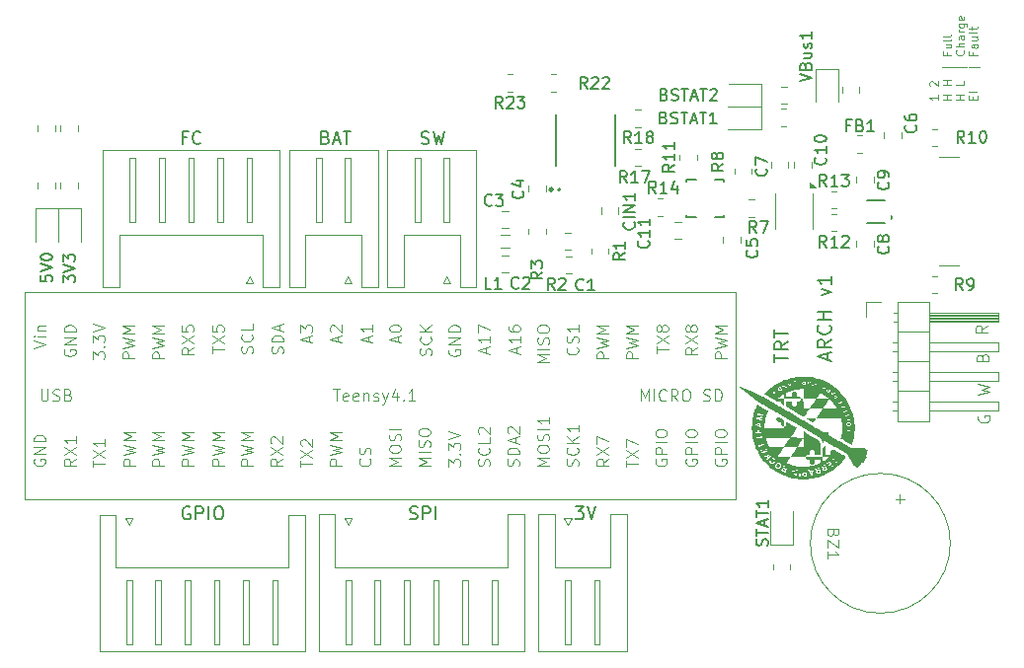
<source format=gbr>
%TF.GenerationSoftware,KiCad,Pcbnew,8.0.8*%
%TF.CreationDate,2025-03-09T10:32:03-07:00*%
%TF.ProjectId,live-video-multi-function-board,6c697665-2d76-4696-9465-6f2d6d756c74,rev?*%
%TF.SameCoordinates,Original*%
%TF.FileFunction,Legend,Top*%
%TF.FilePolarity,Positive*%
%FSLAX46Y46*%
G04 Gerber Fmt 4.6, Leading zero omitted, Abs format (unit mm)*
G04 Created by KiCad (PCBNEW 8.0.8) date 2025-03-09 10:32:03*
%MOMM*%
%LPD*%
G01*
G04 APERTURE LIST*
%ADD10C,0.100000*%
%ADD11C,0.150000*%
%ADD12C,0.130000*%
%ADD13C,0.120000*%
%ADD14C,0.152400*%
%ADD15C,0.127000*%
%ADD16C,0.200000*%
%ADD17C,0.250000*%
%ADD18C,0.000000*%
G04 APERTURE END LIST*
D10*
X187720038Y-103513884D02*
X187672419Y-103609122D01*
X187672419Y-103609122D02*
X187672419Y-103751979D01*
X187672419Y-103751979D02*
X187720038Y-103894836D01*
X187720038Y-103894836D02*
X187815276Y-103990074D01*
X187815276Y-103990074D02*
X187910514Y-104037693D01*
X187910514Y-104037693D02*
X188100990Y-104085312D01*
X188100990Y-104085312D02*
X188243847Y-104085312D01*
X188243847Y-104085312D02*
X188434323Y-104037693D01*
X188434323Y-104037693D02*
X188529561Y-103990074D01*
X188529561Y-103990074D02*
X188624800Y-103894836D01*
X188624800Y-103894836D02*
X188672419Y-103751979D01*
X188672419Y-103751979D02*
X188672419Y-103656741D01*
X188672419Y-103656741D02*
X188624800Y-103513884D01*
X188624800Y-103513884D02*
X188577180Y-103466265D01*
X188577180Y-103466265D02*
X188243847Y-103466265D01*
X188243847Y-103466265D02*
X188243847Y-103656741D01*
X188048609Y-98504360D02*
X188096228Y-98361503D01*
X188096228Y-98361503D02*
X188143847Y-98313884D01*
X188143847Y-98313884D02*
X188239085Y-98266265D01*
X188239085Y-98266265D02*
X188381942Y-98266265D01*
X188381942Y-98266265D02*
X188477180Y-98313884D01*
X188477180Y-98313884D02*
X188524800Y-98361503D01*
X188524800Y-98361503D02*
X188572419Y-98456741D01*
X188572419Y-98456741D02*
X188572419Y-98837693D01*
X188572419Y-98837693D02*
X187572419Y-98837693D01*
X187572419Y-98837693D02*
X187572419Y-98504360D01*
X187572419Y-98504360D02*
X187620038Y-98409122D01*
X187620038Y-98409122D02*
X187667657Y-98361503D01*
X187667657Y-98361503D02*
X187762895Y-98313884D01*
X187762895Y-98313884D02*
X187858133Y-98313884D01*
X187858133Y-98313884D02*
X187953371Y-98361503D01*
X187953371Y-98361503D02*
X188000990Y-98409122D01*
X188000990Y-98409122D02*
X188048609Y-98504360D01*
X188048609Y-98504360D02*
X188048609Y-98837693D01*
X184228250Y-76010877D02*
X184228250Y-76410877D01*
X184228250Y-76210877D02*
X183528250Y-76210877D01*
X183528250Y-76210877D02*
X183628250Y-76277544D01*
X183628250Y-76277544D02*
X183694917Y-76344211D01*
X183694917Y-76344211D02*
X183728250Y-76410877D01*
X183594917Y-75210877D02*
X183561583Y-75177544D01*
X183561583Y-75177544D02*
X183528250Y-75110877D01*
X183528250Y-75110877D02*
X183528250Y-74944211D01*
X183528250Y-74944211D02*
X183561583Y-74877544D01*
X183561583Y-74877544D02*
X183594917Y-74844211D01*
X183594917Y-74844211D02*
X183661583Y-74810877D01*
X183661583Y-74810877D02*
X183728250Y-74810877D01*
X183728250Y-74810877D02*
X183828250Y-74844211D01*
X183828250Y-74844211D02*
X184228250Y-75244211D01*
X184228250Y-75244211D02*
X184228250Y-74810877D01*
X185355211Y-76377544D02*
X184655211Y-76377544D01*
X184988544Y-76377544D02*
X184988544Y-75977544D01*
X185355211Y-75977544D02*
X184655211Y-75977544D01*
X185355211Y-75110878D02*
X184655211Y-75110878D01*
X184988544Y-75110878D02*
X184988544Y-74710878D01*
X185355211Y-74710878D02*
X184655211Y-74710878D01*
X185588544Y-73577544D02*
X184588544Y-73577544D01*
X184988544Y-72310878D02*
X184988544Y-72544211D01*
X185355211Y-72544211D02*
X184655211Y-72544211D01*
X184655211Y-72544211D02*
X184655211Y-72210878D01*
X184888544Y-71644211D02*
X185355211Y-71644211D01*
X184888544Y-71944211D02*
X185255211Y-71944211D01*
X185255211Y-71944211D02*
X185321878Y-71910878D01*
X185321878Y-71910878D02*
X185355211Y-71844211D01*
X185355211Y-71844211D02*
X185355211Y-71744211D01*
X185355211Y-71744211D02*
X185321878Y-71677544D01*
X185321878Y-71677544D02*
X185288544Y-71644211D01*
X185355211Y-71210878D02*
X185321878Y-71277545D01*
X185321878Y-71277545D02*
X185255211Y-71310878D01*
X185255211Y-71310878D02*
X184655211Y-71310878D01*
X185355211Y-70844211D02*
X185321878Y-70910878D01*
X185321878Y-70910878D02*
X185255211Y-70944211D01*
X185255211Y-70944211D02*
X184655211Y-70944211D01*
X186482172Y-76377544D02*
X185782172Y-76377544D01*
X186115505Y-76377544D02*
X186115505Y-75977544D01*
X186482172Y-75977544D02*
X185782172Y-75977544D01*
X186482172Y-74777545D02*
X186482172Y-75110878D01*
X186482172Y-75110878D02*
X185782172Y-75110878D01*
X186715505Y-73577544D02*
X185715505Y-73577544D01*
X186415505Y-72144211D02*
X186448839Y-72177544D01*
X186448839Y-72177544D02*
X186482172Y-72277544D01*
X186482172Y-72277544D02*
X186482172Y-72344211D01*
X186482172Y-72344211D02*
X186448839Y-72444211D01*
X186448839Y-72444211D02*
X186382172Y-72510878D01*
X186382172Y-72510878D02*
X186315505Y-72544211D01*
X186315505Y-72544211D02*
X186182172Y-72577544D01*
X186182172Y-72577544D02*
X186082172Y-72577544D01*
X186082172Y-72577544D02*
X185948839Y-72544211D01*
X185948839Y-72544211D02*
X185882172Y-72510878D01*
X185882172Y-72510878D02*
X185815505Y-72444211D01*
X185815505Y-72444211D02*
X185782172Y-72344211D01*
X185782172Y-72344211D02*
X185782172Y-72277544D01*
X185782172Y-72277544D02*
X185815505Y-72177544D01*
X185815505Y-72177544D02*
X185848839Y-72144211D01*
X186482172Y-71844211D02*
X185782172Y-71844211D01*
X186482172Y-71544211D02*
X186115505Y-71544211D01*
X186115505Y-71544211D02*
X186048839Y-71577544D01*
X186048839Y-71577544D02*
X186015505Y-71644211D01*
X186015505Y-71644211D02*
X186015505Y-71744211D01*
X186015505Y-71744211D02*
X186048839Y-71810878D01*
X186048839Y-71810878D02*
X186082172Y-71844211D01*
X186482172Y-70910878D02*
X186115505Y-70910878D01*
X186115505Y-70910878D02*
X186048839Y-70944211D01*
X186048839Y-70944211D02*
X186015505Y-71010878D01*
X186015505Y-71010878D02*
X186015505Y-71144211D01*
X186015505Y-71144211D02*
X186048839Y-71210878D01*
X186448839Y-70910878D02*
X186482172Y-70977545D01*
X186482172Y-70977545D02*
X186482172Y-71144211D01*
X186482172Y-71144211D02*
X186448839Y-71210878D01*
X186448839Y-71210878D02*
X186382172Y-71244211D01*
X186382172Y-71244211D02*
X186315505Y-71244211D01*
X186315505Y-71244211D02*
X186248839Y-71210878D01*
X186248839Y-71210878D02*
X186215505Y-71144211D01*
X186215505Y-71144211D02*
X186215505Y-70977545D01*
X186215505Y-70977545D02*
X186182172Y-70910878D01*
X186482172Y-70577545D02*
X186015505Y-70577545D01*
X186148839Y-70577545D02*
X186082172Y-70544212D01*
X186082172Y-70544212D02*
X186048839Y-70510878D01*
X186048839Y-70510878D02*
X186015505Y-70444212D01*
X186015505Y-70444212D02*
X186015505Y-70377545D01*
X186015505Y-69844212D02*
X186582172Y-69844212D01*
X186582172Y-69844212D02*
X186648839Y-69877545D01*
X186648839Y-69877545D02*
X186682172Y-69910879D01*
X186682172Y-69910879D02*
X186715505Y-69977545D01*
X186715505Y-69977545D02*
X186715505Y-70077545D01*
X186715505Y-70077545D02*
X186682172Y-70144212D01*
X186448839Y-69844212D02*
X186482172Y-69910879D01*
X186482172Y-69910879D02*
X186482172Y-70044212D01*
X186482172Y-70044212D02*
X186448839Y-70110879D01*
X186448839Y-70110879D02*
X186415505Y-70144212D01*
X186415505Y-70144212D02*
X186348839Y-70177545D01*
X186348839Y-70177545D02*
X186148839Y-70177545D01*
X186148839Y-70177545D02*
X186082172Y-70144212D01*
X186082172Y-70144212D02*
X186048839Y-70110879D01*
X186048839Y-70110879D02*
X186015505Y-70044212D01*
X186015505Y-70044212D02*
X186015505Y-69910879D01*
X186015505Y-69910879D02*
X186048839Y-69844212D01*
X186448839Y-69244212D02*
X186482172Y-69310879D01*
X186482172Y-69310879D02*
X186482172Y-69444212D01*
X186482172Y-69444212D02*
X186448839Y-69510879D01*
X186448839Y-69510879D02*
X186382172Y-69544212D01*
X186382172Y-69544212D02*
X186115505Y-69544212D01*
X186115505Y-69544212D02*
X186048839Y-69510879D01*
X186048839Y-69510879D02*
X186015505Y-69444212D01*
X186015505Y-69444212D02*
X186015505Y-69310879D01*
X186015505Y-69310879D02*
X186048839Y-69244212D01*
X186048839Y-69244212D02*
X186115505Y-69210879D01*
X186115505Y-69210879D02*
X186182172Y-69210879D01*
X186182172Y-69210879D02*
X186248839Y-69544212D01*
X187242466Y-76377544D02*
X187242466Y-76144211D01*
X187609133Y-76044211D02*
X187609133Y-76377544D01*
X187609133Y-76377544D02*
X186909133Y-76377544D01*
X186909133Y-76377544D02*
X186909133Y-76044211D01*
X187609133Y-75644211D02*
X187575800Y-75710878D01*
X187575800Y-75710878D02*
X187509133Y-75744211D01*
X187509133Y-75744211D02*
X186909133Y-75744211D01*
X187842466Y-73577544D02*
X186842466Y-73577544D01*
X187242466Y-72310878D02*
X187242466Y-72544211D01*
X187609133Y-72544211D02*
X186909133Y-72544211D01*
X186909133Y-72544211D02*
X186909133Y-72210878D01*
X187609133Y-71644211D02*
X187242466Y-71644211D01*
X187242466Y-71644211D02*
X187175800Y-71677544D01*
X187175800Y-71677544D02*
X187142466Y-71744211D01*
X187142466Y-71744211D02*
X187142466Y-71877544D01*
X187142466Y-71877544D02*
X187175800Y-71944211D01*
X187575800Y-71644211D02*
X187609133Y-71710878D01*
X187609133Y-71710878D02*
X187609133Y-71877544D01*
X187609133Y-71877544D02*
X187575800Y-71944211D01*
X187575800Y-71944211D02*
X187509133Y-71977544D01*
X187509133Y-71977544D02*
X187442466Y-71977544D01*
X187442466Y-71977544D02*
X187375800Y-71944211D01*
X187375800Y-71944211D02*
X187342466Y-71877544D01*
X187342466Y-71877544D02*
X187342466Y-71710878D01*
X187342466Y-71710878D02*
X187309133Y-71644211D01*
X187142466Y-71010878D02*
X187609133Y-71010878D01*
X187142466Y-71310878D02*
X187509133Y-71310878D01*
X187509133Y-71310878D02*
X187575800Y-71277545D01*
X187575800Y-71277545D02*
X187609133Y-71210878D01*
X187609133Y-71210878D02*
X187609133Y-71110878D01*
X187609133Y-71110878D02*
X187575800Y-71044211D01*
X187575800Y-71044211D02*
X187542466Y-71010878D01*
X187609133Y-70577545D02*
X187575800Y-70644212D01*
X187575800Y-70644212D02*
X187509133Y-70677545D01*
X187509133Y-70677545D02*
X186909133Y-70677545D01*
X187142466Y-70410878D02*
X187142466Y-70144211D01*
X186909133Y-70310878D02*
X187509133Y-70310878D01*
X187509133Y-70310878D02*
X187575800Y-70277545D01*
X187575800Y-70277545D02*
X187609133Y-70210878D01*
X187609133Y-70210878D02*
X187609133Y-70144211D01*
D11*
X170195342Y-98897030D02*
X170195342Y-98211316D01*
X171395342Y-98554173D02*
X170195342Y-98554173D01*
X171395342Y-97125601D02*
X170823914Y-97525601D01*
X171395342Y-97811315D02*
X170195342Y-97811315D01*
X170195342Y-97811315D02*
X170195342Y-97354172D01*
X170195342Y-97354172D02*
X170252485Y-97239887D01*
X170252485Y-97239887D02*
X170309628Y-97182744D01*
X170309628Y-97182744D02*
X170423914Y-97125601D01*
X170423914Y-97125601D02*
X170595342Y-97125601D01*
X170595342Y-97125601D02*
X170709628Y-97182744D01*
X170709628Y-97182744D02*
X170766771Y-97239887D01*
X170766771Y-97239887D02*
X170823914Y-97354172D01*
X170823914Y-97354172D02*
X170823914Y-97811315D01*
X170195342Y-96782744D02*
X170195342Y-96097030D01*
X171395342Y-96439887D02*
X170195342Y-96439887D01*
D12*
X153161904Y-111312120D02*
X153842857Y-111312120D01*
X153842857Y-111312120D02*
X153476190Y-111731168D01*
X153476190Y-111731168D02*
X153633333Y-111731168D01*
X153633333Y-111731168D02*
X153738095Y-111783549D01*
X153738095Y-111783549D02*
X153790476Y-111835930D01*
X153790476Y-111835930D02*
X153842857Y-111940692D01*
X153842857Y-111940692D02*
X153842857Y-112202597D01*
X153842857Y-112202597D02*
X153790476Y-112307359D01*
X153790476Y-112307359D02*
X153738095Y-112359740D01*
X153738095Y-112359740D02*
X153633333Y-112412120D01*
X153633333Y-112412120D02*
X153319047Y-112412120D01*
X153319047Y-112412120D02*
X153214285Y-112359740D01*
X153214285Y-112359740D02*
X153161904Y-112307359D01*
X154157142Y-111312120D02*
X154523809Y-112412120D01*
X154523809Y-112412120D02*
X154890476Y-111312120D01*
X139957142Y-80159740D02*
X140114285Y-80212120D01*
X140114285Y-80212120D02*
X140376190Y-80212120D01*
X140376190Y-80212120D02*
X140480952Y-80159740D01*
X140480952Y-80159740D02*
X140533333Y-80107359D01*
X140533333Y-80107359D02*
X140585714Y-80002597D01*
X140585714Y-80002597D02*
X140585714Y-79897835D01*
X140585714Y-79897835D02*
X140533333Y-79793073D01*
X140533333Y-79793073D02*
X140480952Y-79740692D01*
X140480952Y-79740692D02*
X140376190Y-79688311D01*
X140376190Y-79688311D02*
X140166666Y-79635930D01*
X140166666Y-79635930D02*
X140061904Y-79583549D01*
X140061904Y-79583549D02*
X140009523Y-79531168D01*
X140009523Y-79531168D02*
X139957142Y-79426406D01*
X139957142Y-79426406D02*
X139957142Y-79321644D01*
X139957142Y-79321644D02*
X140009523Y-79216882D01*
X140009523Y-79216882D02*
X140061904Y-79164501D01*
X140061904Y-79164501D02*
X140166666Y-79112120D01*
X140166666Y-79112120D02*
X140428571Y-79112120D01*
X140428571Y-79112120D02*
X140585714Y-79164501D01*
X140952380Y-79112120D02*
X141214285Y-80212120D01*
X141214285Y-80212120D02*
X141423809Y-79426406D01*
X141423809Y-79426406D02*
X141633333Y-80212120D01*
X141633333Y-80212120D02*
X141895238Y-79112120D01*
D10*
X188472419Y-95766265D02*
X187996228Y-96099598D01*
X188472419Y-96337693D02*
X187472419Y-96337693D01*
X187472419Y-96337693D02*
X187472419Y-95956741D01*
X187472419Y-95956741D02*
X187520038Y-95861503D01*
X187520038Y-95861503D02*
X187567657Y-95813884D01*
X187567657Y-95813884D02*
X187662895Y-95766265D01*
X187662895Y-95766265D02*
X187805752Y-95766265D01*
X187805752Y-95766265D02*
X187900990Y-95813884D01*
X187900990Y-95813884D02*
X187948609Y-95861503D01*
X187948609Y-95861503D02*
X187996228Y-95956741D01*
X187996228Y-95956741D02*
X187996228Y-96337693D01*
D11*
X174752485Y-98732744D02*
X174752485Y-98161316D01*
X175095342Y-98847030D02*
X173895342Y-98447030D01*
X173895342Y-98447030D02*
X175095342Y-98047030D01*
X175095342Y-96961316D02*
X174523914Y-97361316D01*
X175095342Y-97647030D02*
X173895342Y-97647030D01*
X173895342Y-97647030D02*
X173895342Y-97189887D01*
X173895342Y-97189887D02*
X173952485Y-97075602D01*
X173952485Y-97075602D02*
X174009628Y-97018459D01*
X174009628Y-97018459D02*
X174123914Y-96961316D01*
X174123914Y-96961316D02*
X174295342Y-96961316D01*
X174295342Y-96961316D02*
X174409628Y-97018459D01*
X174409628Y-97018459D02*
X174466771Y-97075602D01*
X174466771Y-97075602D02*
X174523914Y-97189887D01*
X174523914Y-97189887D02*
X174523914Y-97647030D01*
X174981057Y-95761316D02*
X175038200Y-95818459D01*
X175038200Y-95818459D02*
X175095342Y-95989887D01*
X175095342Y-95989887D02*
X175095342Y-96104173D01*
X175095342Y-96104173D02*
X175038200Y-96275602D01*
X175038200Y-96275602D02*
X174923914Y-96389887D01*
X174923914Y-96389887D02*
X174809628Y-96447030D01*
X174809628Y-96447030D02*
X174581057Y-96504173D01*
X174581057Y-96504173D02*
X174409628Y-96504173D01*
X174409628Y-96504173D02*
X174181057Y-96447030D01*
X174181057Y-96447030D02*
X174066771Y-96389887D01*
X174066771Y-96389887D02*
X173952485Y-96275602D01*
X173952485Y-96275602D02*
X173895342Y-96104173D01*
X173895342Y-96104173D02*
X173895342Y-95989887D01*
X173895342Y-95989887D02*
X173952485Y-95818459D01*
X173952485Y-95818459D02*
X174009628Y-95761316D01*
X175095342Y-95247030D02*
X173895342Y-95247030D01*
X174466771Y-95247030D02*
X174466771Y-94561316D01*
X175095342Y-94561316D02*
X173895342Y-94561316D01*
X174295342Y-93189887D02*
X175095342Y-92904173D01*
X175095342Y-92904173D02*
X174295342Y-92618458D01*
X175095342Y-91532744D02*
X175095342Y-92218458D01*
X175095342Y-91875601D02*
X173895342Y-91875601D01*
X173895342Y-91875601D02*
X174066771Y-91989887D01*
X174066771Y-91989887D02*
X174181057Y-92104172D01*
X174181057Y-92104172D02*
X174238200Y-92218458D01*
D12*
X138973809Y-112359740D02*
X139130952Y-112412120D01*
X139130952Y-112412120D02*
X139392857Y-112412120D01*
X139392857Y-112412120D02*
X139497619Y-112359740D01*
X139497619Y-112359740D02*
X139550000Y-112307359D01*
X139550000Y-112307359D02*
X139602381Y-112202597D01*
X139602381Y-112202597D02*
X139602381Y-112097835D01*
X139602381Y-112097835D02*
X139550000Y-111993073D01*
X139550000Y-111993073D02*
X139497619Y-111940692D01*
X139497619Y-111940692D02*
X139392857Y-111888311D01*
X139392857Y-111888311D02*
X139183333Y-111835930D01*
X139183333Y-111835930D02*
X139078571Y-111783549D01*
X139078571Y-111783549D02*
X139026190Y-111731168D01*
X139026190Y-111731168D02*
X138973809Y-111626406D01*
X138973809Y-111626406D02*
X138973809Y-111521644D01*
X138973809Y-111521644D02*
X139026190Y-111416882D01*
X139026190Y-111416882D02*
X139078571Y-111364501D01*
X139078571Y-111364501D02*
X139183333Y-111312120D01*
X139183333Y-111312120D02*
X139445238Y-111312120D01*
X139445238Y-111312120D02*
X139602381Y-111364501D01*
X140073809Y-112412120D02*
X140073809Y-111312120D01*
X140073809Y-111312120D02*
X140492857Y-111312120D01*
X140492857Y-111312120D02*
X140597619Y-111364501D01*
X140597619Y-111364501D02*
X140650000Y-111416882D01*
X140650000Y-111416882D02*
X140702381Y-111521644D01*
X140702381Y-111521644D02*
X140702381Y-111678787D01*
X140702381Y-111678787D02*
X140650000Y-111783549D01*
X140650000Y-111783549D02*
X140597619Y-111835930D01*
X140597619Y-111835930D02*
X140492857Y-111888311D01*
X140492857Y-111888311D02*
X140073809Y-111888311D01*
X141173809Y-112412120D02*
X141173809Y-111312120D01*
X120100000Y-111364501D02*
X119995238Y-111312120D01*
X119995238Y-111312120D02*
X119838095Y-111312120D01*
X119838095Y-111312120D02*
X119680952Y-111364501D01*
X119680952Y-111364501D02*
X119576190Y-111469263D01*
X119576190Y-111469263D02*
X119523809Y-111574025D01*
X119523809Y-111574025D02*
X119471428Y-111783549D01*
X119471428Y-111783549D02*
X119471428Y-111940692D01*
X119471428Y-111940692D02*
X119523809Y-112150216D01*
X119523809Y-112150216D02*
X119576190Y-112254978D01*
X119576190Y-112254978D02*
X119680952Y-112359740D01*
X119680952Y-112359740D02*
X119838095Y-112412120D01*
X119838095Y-112412120D02*
X119942857Y-112412120D01*
X119942857Y-112412120D02*
X120100000Y-112359740D01*
X120100000Y-112359740D02*
X120152381Y-112307359D01*
X120152381Y-112307359D02*
X120152381Y-111940692D01*
X120152381Y-111940692D02*
X119942857Y-111940692D01*
X120623809Y-112412120D02*
X120623809Y-111312120D01*
X120623809Y-111312120D02*
X121042857Y-111312120D01*
X121042857Y-111312120D02*
X121147619Y-111364501D01*
X121147619Y-111364501D02*
X121200000Y-111416882D01*
X121200000Y-111416882D02*
X121252381Y-111521644D01*
X121252381Y-111521644D02*
X121252381Y-111678787D01*
X121252381Y-111678787D02*
X121200000Y-111783549D01*
X121200000Y-111783549D02*
X121147619Y-111835930D01*
X121147619Y-111835930D02*
X121042857Y-111888311D01*
X121042857Y-111888311D02*
X120623809Y-111888311D01*
X121723809Y-112412120D02*
X121723809Y-111312120D01*
X122457143Y-111312120D02*
X122666667Y-111312120D01*
X122666667Y-111312120D02*
X122771429Y-111364501D01*
X122771429Y-111364501D02*
X122876191Y-111469263D01*
X122876191Y-111469263D02*
X122928572Y-111678787D01*
X122928572Y-111678787D02*
X122928572Y-112045454D01*
X122928572Y-112045454D02*
X122876191Y-112254978D01*
X122876191Y-112254978D02*
X122771429Y-112359740D01*
X122771429Y-112359740D02*
X122666667Y-112412120D01*
X122666667Y-112412120D02*
X122457143Y-112412120D01*
X122457143Y-112412120D02*
X122352381Y-112359740D01*
X122352381Y-112359740D02*
X122247619Y-112254978D01*
X122247619Y-112254978D02*
X122195238Y-112045454D01*
X122195238Y-112045454D02*
X122195238Y-111678787D01*
X122195238Y-111678787D02*
X122247619Y-111469263D01*
X122247619Y-111469263D02*
X122352381Y-111364501D01*
X122352381Y-111364501D02*
X122457143Y-111312120D01*
X131738095Y-79635930D02*
X131895238Y-79688311D01*
X131895238Y-79688311D02*
X131947619Y-79740692D01*
X131947619Y-79740692D02*
X132000000Y-79845454D01*
X132000000Y-79845454D02*
X132000000Y-80002597D01*
X132000000Y-80002597D02*
X131947619Y-80107359D01*
X131947619Y-80107359D02*
X131895238Y-80159740D01*
X131895238Y-80159740D02*
X131790476Y-80212120D01*
X131790476Y-80212120D02*
X131371428Y-80212120D01*
X131371428Y-80212120D02*
X131371428Y-79112120D01*
X131371428Y-79112120D02*
X131738095Y-79112120D01*
X131738095Y-79112120D02*
X131842857Y-79164501D01*
X131842857Y-79164501D02*
X131895238Y-79216882D01*
X131895238Y-79216882D02*
X131947619Y-79321644D01*
X131947619Y-79321644D02*
X131947619Y-79426406D01*
X131947619Y-79426406D02*
X131895238Y-79531168D01*
X131895238Y-79531168D02*
X131842857Y-79583549D01*
X131842857Y-79583549D02*
X131738095Y-79635930D01*
X131738095Y-79635930D02*
X131371428Y-79635930D01*
X132419047Y-79897835D02*
X132942857Y-79897835D01*
X132314285Y-80212120D02*
X132680952Y-79112120D01*
X132680952Y-79112120D02*
X133047619Y-80212120D01*
X133257142Y-79112120D02*
X133885714Y-79112120D01*
X133571428Y-80212120D02*
X133571428Y-79112120D01*
D10*
X187672419Y-101675788D02*
X188672419Y-101437693D01*
X188672419Y-101437693D02*
X187958133Y-101247217D01*
X187958133Y-101247217D02*
X188672419Y-101056741D01*
X188672419Y-101056741D02*
X187672419Y-100818646D01*
D12*
X119807143Y-79635930D02*
X119440476Y-79635930D01*
X119440476Y-80212120D02*
X119440476Y-79112120D01*
X119440476Y-79112120D02*
X119964286Y-79112120D01*
X121011905Y-80107359D02*
X120959524Y-80159740D01*
X120959524Y-80159740D02*
X120802381Y-80212120D01*
X120802381Y-80212120D02*
X120697619Y-80212120D01*
X120697619Y-80212120D02*
X120540476Y-80159740D01*
X120540476Y-80159740D02*
X120435714Y-80054978D01*
X120435714Y-80054978D02*
X120383333Y-79950216D01*
X120383333Y-79950216D02*
X120330952Y-79740692D01*
X120330952Y-79740692D02*
X120330952Y-79583549D01*
X120330952Y-79583549D02*
X120383333Y-79374025D01*
X120383333Y-79374025D02*
X120435714Y-79269263D01*
X120435714Y-79269263D02*
X120540476Y-79164501D01*
X120540476Y-79164501D02*
X120697619Y-79112120D01*
X120697619Y-79112120D02*
X120802381Y-79112120D01*
X120802381Y-79112120D02*
X120959524Y-79164501D01*
X120959524Y-79164501D02*
X121011905Y-79216882D01*
D11*
X176716666Y-78591009D02*
X176383333Y-78591009D01*
X176383333Y-79114819D02*
X176383333Y-78114819D01*
X176383333Y-78114819D02*
X176859523Y-78114819D01*
X177573809Y-78591009D02*
X177716666Y-78638628D01*
X177716666Y-78638628D02*
X177764285Y-78686247D01*
X177764285Y-78686247D02*
X177811904Y-78781485D01*
X177811904Y-78781485D02*
X177811904Y-78924342D01*
X177811904Y-78924342D02*
X177764285Y-79019580D01*
X177764285Y-79019580D02*
X177716666Y-79067200D01*
X177716666Y-79067200D02*
X177621428Y-79114819D01*
X177621428Y-79114819D02*
X177240476Y-79114819D01*
X177240476Y-79114819D02*
X177240476Y-78114819D01*
X177240476Y-78114819D02*
X177573809Y-78114819D01*
X177573809Y-78114819D02*
X177669047Y-78162438D01*
X177669047Y-78162438D02*
X177716666Y-78210057D01*
X177716666Y-78210057D02*
X177764285Y-78305295D01*
X177764285Y-78305295D02*
X177764285Y-78400533D01*
X177764285Y-78400533D02*
X177716666Y-78495771D01*
X177716666Y-78495771D02*
X177669047Y-78543390D01*
X177669047Y-78543390D02*
X177573809Y-78591009D01*
X177573809Y-78591009D02*
X177240476Y-78591009D01*
X178764285Y-79114819D02*
X178192857Y-79114819D01*
X178478571Y-79114819D02*
X178478571Y-78114819D01*
X178478571Y-78114819D02*
X178383333Y-78257676D01*
X178383333Y-78257676D02*
X178288095Y-78352914D01*
X178288095Y-78352914D02*
X178192857Y-78400533D01*
X157907142Y-80114819D02*
X157573809Y-79638628D01*
X157335714Y-80114819D02*
X157335714Y-79114819D01*
X157335714Y-79114819D02*
X157716666Y-79114819D01*
X157716666Y-79114819D02*
X157811904Y-79162438D01*
X157811904Y-79162438D02*
X157859523Y-79210057D01*
X157859523Y-79210057D02*
X157907142Y-79305295D01*
X157907142Y-79305295D02*
X157907142Y-79448152D01*
X157907142Y-79448152D02*
X157859523Y-79543390D01*
X157859523Y-79543390D02*
X157811904Y-79591009D01*
X157811904Y-79591009D02*
X157716666Y-79638628D01*
X157716666Y-79638628D02*
X157335714Y-79638628D01*
X158859523Y-80114819D02*
X158288095Y-80114819D01*
X158573809Y-80114819D02*
X158573809Y-79114819D01*
X158573809Y-79114819D02*
X158478571Y-79257676D01*
X158478571Y-79257676D02*
X158383333Y-79352914D01*
X158383333Y-79352914D02*
X158288095Y-79400533D01*
X159430952Y-79543390D02*
X159335714Y-79495771D01*
X159335714Y-79495771D02*
X159288095Y-79448152D01*
X159288095Y-79448152D02*
X159240476Y-79352914D01*
X159240476Y-79352914D02*
X159240476Y-79305295D01*
X159240476Y-79305295D02*
X159288095Y-79210057D01*
X159288095Y-79210057D02*
X159335714Y-79162438D01*
X159335714Y-79162438D02*
X159430952Y-79114819D01*
X159430952Y-79114819D02*
X159621428Y-79114819D01*
X159621428Y-79114819D02*
X159716666Y-79162438D01*
X159716666Y-79162438D02*
X159764285Y-79210057D01*
X159764285Y-79210057D02*
X159811904Y-79305295D01*
X159811904Y-79305295D02*
X159811904Y-79352914D01*
X159811904Y-79352914D02*
X159764285Y-79448152D01*
X159764285Y-79448152D02*
X159716666Y-79495771D01*
X159716666Y-79495771D02*
X159621428Y-79543390D01*
X159621428Y-79543390D02*
X159430952Y-79543390D01*
X159430952Y-79543390D02*
X159335714Y-79591009D01*
X159335714Y-79591009D02*
X159288095Y-79638628D01*
X159288095Y-79638628D02*
X159240476Y-79733866D01*
X159240476Y-79733866D02*
X159240476Y-79924342D01*
X159240476Y-79924342D02*
X159288095Y-80019580D01*
X159288095Y-80019580D02*
X159335714Y-80067200D01*
X159335714Y-80067200D02*
X159430952Y-80114819D01*
X159430952Y-80114819D02*
X159621428Y-80114819D01*
X159621428Y-80114819D02*
X159716666Y-80067200D01*
X159716666Y-80067200D02*
X159764285Y-80019580D01*
X159764285Y-80019580D02*
X159811904Y-79924342D01*
X159811904Y-79924342D02*
X159811904Y-79733866D01*
X159811904Y-79733866D02*
X159764285Y-79638628D01*
X159764285Y-79638628D02*
X159716666Y-79591009D01*
X159716666Y-79591009D02*
X159621428Y-79543390D01*
X160758571Y-75936009D02*
X160901428Y-75983628D01*
X160901428Y-75983628D02*
X160949047Y-76031247D01*
X160949047Y-76031247D02*
X160996666Y-76126485D01*
X160996666Y-76126485D02*
X160996666Y-76269342D01*
X160996666Y-76269342D02*
X160949047Y-76364580D01*
X160949047Y-76364580D02*
X160901428Y-76412200D01*
X160901428Y-76412200D02*
X160806190Y-76459819D01*
X160806190Y-76459819D02*
X160425238Y-76459819D01*
X160425238Y-76459819D02*
X160425238Y-75459819D01*
X160425238Y-75459819D02*
X160758571Y-75459819D01*
X160758571Y-75459819D02*
X160853809Y-75507438D01*
X160853809Y-75507438D02*
X160901428Y-75555057D01*
X160901428Y-75555057D02*
X160949047Y-75650295D01*
X160949047Y-75650295D02*
X160949047Y-75745533D01*
X160949047Y-75745533D02*
X160901428Y-75840771D01*
X160901428Y-75840771D02*
X160853809Y-75888390D01*
X160853809Y-75888390D02*
X160758571Y-75936009D01*
X160758571Y-75936009D02*
X160425238Y-75936009D01*
X161377619Y-76412200D02*
X161520476Y-76459819D01*
X161520476Y-76459819D02*
X161758571Y-76459819D01*
X161758571Y-76459819D02*
X161853809Y-76412200D01*
X161853809Y-76412200D02*
X161901428Y-76364580D01*
X161901428Y-76364580D02*
X161949047Y-76269342D01*
X161949047Y-76269342D02*
X161949047Y-76174104D01*
X161949047Y-76174104D02*
X161901428Y-76078866D01*
X161901428Y-76078866D02*
X161853809Y-76031247D01*
X161853809Y-76031247D02*
X161758571Y-75983628D01*
X161758571Y-75983628D02*
X161568095Y-75936009D01*
X161568095Y-75936009D02*
X161472857Y-75888390D01*
X161472857Y-75888390D02*
X161425238Y-75840771D01*
X161425238Y-75840771D02*
X161377619Y-75745533D01*
X161377619Y-75745533D02*
X161377619Y-75650295D01*
X161377619Y-75650295D02*
X161425238Y-75555057D01*
X161425238Y-75555057D02*
X161472857Y-75507438D01*
X161472857Y-75507438D02*
X161568095Y-75459819D01*
X161568095Y-75459819D02*
X161806190Y-75459819D01*
X161806190Y-75459819D02*
X161949047Y-75507438D01*
X162234762Y-75459819D02*
X162806190Y-75459819D01*
X162520476Y-76459819D02*
X162520476Y-75459819D01*
X163091905Y-76174104D02*
X163568095Y-76174104D01*
X162996667Y-76459819D02*
X163330000Y-75459819D01*
X163330000Y-75459819D02*
X163663333Y-76459819D01*
X163853810Y-75459819D02*
X164425238Y-75459819D01*
X164139524Y-76459819D02*
X164139524Y-75459819D01*
X164710953Y-75555057D02*
X164758572Y-75507438D01*
X164758572Y-75507438D02*
X164853810Y-75459819D01*
X164853810Y-75459819D02*
X165091905Y-75459819D01*
X165091905Y-75459819D02*
X165187143Y-75507438D01*
X165187143Y-75507438D02*
X165234762Y-75555057D01*
X165234762Y-75555057D02*
X165282381Y-75650295D01*
X165282381Y-75650295D02*
X165282381Y-75745533D01*
X165282381Y-75745533D02*
X165234762Y-75888390D01*
X165234762Y-75888390D02*
X164663334Y-76459819D01*
X164663334Y-76459819D02*
X165282381Y-76459819D01*
X186363333Y-92734819D02*
X186030000Y-92258628D01*
X185791905Y-92734819D02*
X185791905Y-91734819D01*
X185791905Y-91734819D02*
X186172857Y-91734819D01*
X186172857Y-91734819D02*
X186268095Y-91782438D01*
X186268095Y-91782438D02*
X186315714Y-91830057D01*
X186315714Y-91830057D02*
X186363333Y-91925295D01*
X186363333Y-91925295D02*
X186363333Y-92068152D01*
X186363333Y-92068152D02*
X186315714Y-92163390D01*
X186315714Y-92163390D02*
X186268095Y-92211009D01*
X186268095Y-92211009D02*
X186172857Y-92258628D01*
X186172857Y-92258628D02*
X185791905Y-92258628D01*
X186839524Y-92734819D02*
X187030000Y-92734819D01*
X187030000Y-92734819D02*
X187125238Y-92687200D01*
X187125238Y-92687200D02*
X187172857Y-92639580D01*
X187172857Y-92639580D02*
X187268095Y-92496723D01*
X187268095Y-92496723D02*
X187315714Y-92306247D01*
X187315714Y-92306247D02*
X187315714Y-91925295D01*
X187315714Y-91925295D02*
X187268095Y-91830057D01*
X187268095Y-91830057D02*
X187220476Y-91782438D01*
X187220476Y-91782438D02*
X187125238Y-91734819D01*
X187125238Y-91734819D02*
X186934762Y-91734819D01*
X186934762Y-91734819D02*
X186839524Y-91782438D01*
X186839524Y-91782438D02*
X186791905Y-91830057D01*
X186791905Y-91830057D02*
X186744286Y-91925295D01*
X186744286Y-91925295D02*
X186744286Y-92163390D01*
X186744286Y-92163390D02*
X186791905Y-92258628D01*
X186791905Y-92258628D02*
X186839524Y-92306247D01*
X186839524Y-92306247D02*
X186934762Y-92353866D01*
X186934762Y-92353866D02*
X187125238Y-92353866D01*
X187125238Y-92353866D02*
X187220476Y-92306247D01*
X187220476Y-92306247D02*
X187268095Y-92258628D01*
X187268095Y-92258628D02*
X187315714Y-92163390D01*
X154157142Y-75464819D02*
X153823809Y-74988628D01*
X153585714Y-75464819D02*
X153585714Y-74464819D01*
X153585714Y-74464819D02*
X153966666Y-74464819D01*
X153966666Y-74464819D02*
X154061904Y-74512438D01*
X154061904Y-74512438D02*
X154109523Y-74560057D01*
X154109523Y-74560057D02*
X154157142Y-74655295D01*
X154157142Y-74655295D02*
X154157142Y-74798152D01*
X154157142Y-74798152D02*
X154109523Y-74893390D01*
X154109523Y-74893390D02*
X154061904Y-74941009D01*
X154061904Y-74941009D02*
X153966666Y-74988628D01*
X153966666Y-74988628D02*
X153585714Y-74988628D01*
X154538095Y-74560057D02*
X154585714Y-74512438D01*
X154585714Y-74512438D02*
X154680952Y-74464819D01*
X154680952Y-74464819D02*
X154919047Y-74464819D01*
X154919047Y-74464819D02*
X155014285Y-74512438D01*
X155014285Y-74512438D02*
X155061904Y-74560057D01*
X155061904Y-74560057D02*
X155109523Y-74655295D01*
X155109523Y-74655295D02*
X155109523Y-74750533D01*
X155109523Y-74750533D02*
X155061904Y-74893390D01*
X155061904Y-74893390D02*
X154490476Y-75464819D01*
X154490476Y-75464819D02*
X155109523Y-75464819D01*
X155490476Y-74560057D02*
X155538095Y-74512438D01*
X155538095Y-74512438D02*
X155633333Y-74464819D01*
X155633333Y-74464819D02*
X155871428Y-74464819D01*
X155871428Y-74464819D02*
X155966666Y-74512438D01*
X155966666Y-74512438D02*
X156014285Y-74560057D01*
X156014285Y-74560057D02*
X156061904Y-74655295D01*
X156061904Y-74655295D02*
X156061904Y-74750533D01*
X156061904Y-74750533D02*
X156014285Y-74893390D01*
X156014285Y-74893390D02*
X155442857Y-75464819D01*
X155442857Y-75464819D02*
X156061904Y-75464819D01*
X172404819Y-74826666D02*
X173404819Y-74493333D01*
X173404819Y-74493333D02*
X172404819Y-74160000D01*
X172881009Y-73493333D02*
X172928628Y-73350476D01*
X172928628Y-73350476D02*
X172976247Y-73302857D01*
X172976247Y-73302857D02*
X173071485Y-73255238D01*
X173071485Y-73255238D02*
X173214342Y-73255238D01*
X173214342Y-73255238D02*
X173309580Y-73302857D01*
X173309580Y-73302857D02*
X173357200Y-73350476D01*
X173357200Y-73350476D02*
X173404819Y-73445714D01*
X173404819Y-73445714D02*
X173404819Y-73826666D01*
X173404819Y-73826666D02*
X172404819Y-73826666D01*
X172404819Y-73826666D02*
X172404819Y-73493333D01*
X172404819Y-73493333D02*
X172452438Y-73398095D01*
X172452438Y-73398095D02*
X172500057Y-73350476D01*
X172500057Y-73350476D02*
X172595295Y-73302857D01*
X172595295Y-73302857D02*
X172690533Y-73302857D01*
X172690533Y-73302857D02*
X172785771Y-73350476D01*
X172785771Y-73350476D02*
X172833390Y-73398095D01*
X172833390Y-73398095D02*
X172881009Y-73493333D01*
X172881009Y-73493333D02*
X172881009Y-73826666D01*
X172738152Y-72398095D02*
X173404819Y-72398095D01*
X172738152Y-72826666D02*
X173261961Y-72826666D01*
X173261961Y-72826666D02*
X173357200Y-72779047D01*
X173357200Y-72779047D02*
X173404819Y-72683809D01*
X173404819Y-72683809D02*
X173404819Y-72540952D01*
X173404819Y-72540952D02*
X173357200Y-72445714D01*
X173357200Y-72445714D02*
X173309580Y-72398095D01*
X173357200Y-71969523D02*
X173404819Y-71874285D01*
X173404819Y-71874285D02*
X173404819Y-71683809D01*
X173404819Y-71683809D02*
X173357200Y-71588571D01*
X173357200Y-71588571D02*
X173261961Y-71540952D01*
X173261961Y-71540952D02*
X173214342Y-71540952D01*
X173214342Y-71540952D02*
X173119104Y-71588571D01*
X173119104Y-71588571D02*
X173071485Y-71683809D01*
X173071485Y-71683809D02*
X173071485Y-71826666D01*
X173071485Y-71826666D02*
X173023866Y-71921904D01*
X173023866Y-71921904D02*
X172928628Y-71969523D01*
X172928628Y-71969523D02*
X172881009Y-71969523D01*
X172881009Y-71969523D02*
X172785771Y-71921904D01*
X172785771Y-71921904D02*
X172738152Y-71826666D01*
X172738152Y-71826666D02*
X172738152Y-71683809D01*
X172738152Y-71683809D02*
X172785771Y-71588571D01*
X173404819Y-70588571D02*
X173404819Y-71159999D01*
X173404819Y-70874285D02*
X172404819Y-70874285D01*
X172404819Y-70874285D02*
X172547676Y-70969523D01*
X172547676Y-70969523D02*
X172642914Y-71064761D01*
X172642914Y-71064761D02*
X172690533Y-71159999D01*
X179959580Y-88976666D02*
X180007200Y-89024285D01*
X180007200Y-89024285D02*
X180054819Y-89167142D01*
X180054819Y-89167142D02*
X180054819Y-89262380D01*
X180054819Y-89262380D02*
X180007200Y-89405237D01*
X180007200Y-89405237D02*
X179911961Y-89500475D01*
X179911961Y-89500475D02*
X179816723Y-89548094D01*
X179816723Y-89548094D02*
X179626247Y-89595713D01*
X179626247Y-89595713D02*
X179483390Y-89595713D01*
X179483390Y-89595713D02*
X179292914Y-89548094D01*
X179292914Y-89548094D02*
X179197676Y-89500475D01*
X179197676Y-89500475D02*
X179102438Y-89405237D01*
X179102438Y-89405237D02*
X179054819Y-89262380D01*
X179054819Y-89262380D02*
X179054819Y-89167142D01*
X179054819Y-89167142D02*
X179102438Y-89024285D01*
X179102438Y-89024285D02*
X179150057Y-88976666D01*
X179483390Y-88405237D02*
X179435771Y-88500475D01*
X179435771Y-88500475D02*
X179388152Y-88548094D01*
X179388152Y-88548094D02*
X179292914Y-88595713D01*
X179292914Y-88595713D02*
X179245295Y-88595713D01*
X179245295Y-88595713D02*
X179150057Y-88548094D01*
X179150057Y-88548094D02*
X179102438Y-88500475D01*
X179102438Y-88500475D02*
X179054819Y-88405237D01*
X179054819Y-88405237D02*
X179054819Y-88214761D01*
X179054819Y-88214761D02*
X179102438Y-88119523D01*
X179102438Y-88119523D02*
X179150057Y-88071904D01*
X179150057Y-88071904D02*
X179245295Y-88024285D01*
X179245295Y-88024285D02*
X179292914Y-88024285D01*
X179292914Y-88024285D02*
X179388152Y-88071904D01*
X179388152Y-88071904D02*
X179435771Y-88119523D01*
X179435771Y-88119523D02*
X179483390Y-88214761D01*
X179483390Y-88214761D02*
X179483390Y-88405237D01*
X179483390Y-88405237D02*
X179531009Y-88500475D01*
X179531009Y-88500475D02*
X179578628Y-88548094D01*
X179578628Y-88548094D02*
X179673866Y-88595713D01*
X179673866Y-88595713D02*
X179864342Y-88595713D01*
X179864342Y-88595713D02*
X179959580Y-88548094D01*
X179959580Y-88548094D02*
X180007200Y-88500475D01*
X180007200Y-88500475D02*
X180054819Y-88405237D01*
X180054819Y-88405237D02*
X180054819Y-88214761D01*
X180054819Y-88214761D02*
X180007200Y-88119523D01*
X180007200Y-88119523D02*
X179959580Y-88071904D01*
X179959580Y-88071904D02*
X179864342Y-88024285D01*
X179864342Y-88024285D02*
X179673866Y-88024285D01*
X179673866Y-88024285D02*
X179578628Y-88071904D01*
X179578628Y-88071904D02*
X179531009Y-88119523D01*
X179531009Y-88119523D02*
X179483390Y-88214761D01*
X168678333Y-87799819D02*
X168345000Y-87323628D01*
X168106905Y-87799819D02*
X168106905Y-86799819D01*
X168106905Y-86799819D02*
X168487857Y-86799819D01*
X168487857Y-86799819D02*
X168583095Y-86847438D01*
X168583095Y-86847438D02*
X168630714Y-86895057D01*
X168630714Y-86895057D02*
X168678333Y-86990295D01*
X168678333Y-86990295D02*
X168678333Y-87133152D01*
X168678333Y-87133152D02*
X168630714Y-87228390D01*
X168630714Y-87228390D02*
X168583095Y-87276009D01*
X168583095Y-87276009D02*
X168487857Y-87323628D01*
X168487857Y-87323628D02*
X168106905Y-87323628D01*
X169011667Y-86799819D02*
X169678333Y-86799819D01*
X169678333Y-86799819D02*
X169249762Y-87799819D01*
X174689642Y-83814819D02*
X174356309Y-83338628D01*
X174118214Y-83814819D02*
X174118214Y-82814819D01*
X174118214Y-82814819D02*
X174499166Y-82814819D01*
X174499166Y-82814819D02*
X174594404Y-82862438D01*
X174594404Y-82862438D02*
X174642023Y-82910057D01*
X174642023Y-82910057D02*
X174689642Y-83005295D01*
X174689642Y-83005295D02*
X174689642Y-83148152D01*
X174689642Y-83148152D02*
X174642023Y-83243390D01*
X174642023Y-83243390D02*
X174594404Y-83291009D01*
X174594404Y-83291009D02*
X174499166Y-83338628D01*
X174499166Y-83338628D02*
X174118214Y-83338628D01*
X175642023Y-83814819D02*
X175070595Y-83814819D01*
X175356309Y-83814819D02*
X175356309Y-82814819D01*
X175356309Y-82814819D02*
X175261071Y-82957676D01*
X175261071Y-82957676D02*
X175165833Y-83052914D01*
X175165833Y-83052914D02*
X175070595Y-83100533D01*
X175975357Y-82814819D02*
X176594404Y-82814819D01*
X176594404Y-82814819D02*
X176261071Y-83195771D01*
X176261071Y-83195771D02*
X176403928Y-83195771D01*
X176403928Y-83195771D02*
X176499166Y-83243390D01*
X176499166Y-83243390D02*
X176546785Y-83291009D01*
X176546785Y-83291009D02*
X176594404Y-83386247D01*
X176594404Y-83386247D02*
X176594404Y-83624342D01*
X176594404Y-83624342D02*
X176546785Y-83719580D01*
X176546785Y-83719580D02*
X176499166Y-83767200D01*
X176499166Y-83767200D02*
X176403928Y-83814819D01*
X176403928Y-83814819D02*
X176118214Y-83814819D01*
X176118214Y-83814819D02*
X176022976Y-83767200D01*
X176022976Y-83767200D02*
X175975357Y-83719580D01*
X148634580Y-84231666D02*
X148682200Y-84279285D01*
X148682200Y-84279285D02*
X148729819Y-84422142D01*
X148729819Y-84422142D02*
X148729819Y-84517380D01*
X148729819Y-84517380D02*
X148682200Y-84660237D01*
X148682200Y-84660237D02*
X148586961Y-84755475D01*
X148586961Y-84755475D02*
X148491723Y-84803094D01*
X148491723Y-84803094D02*
X148301247Y-84850713D01*
X148301247Y-84850713D02*
X148158390Y-84850713D01*
X148158390Y-84850713D02*
X147967914Y-84803094D01*
X147967914Y-84803094D02*
X147872676Y-84755475D01*
X147872676Y-84755475D02*
X147777438Y-84660237D01*
X147777438Y-84660237D02*
X147729819Y-84517380D01*
X147729819Y-84517380D02*
X147729819Y-84422142D01*
X147729819Y-84422142D02*
X147777438Y-84279285D01*
X147777438Y-84279285D02*
X147825057Y-84231666D01*
X148063152Y-83374523D02*
X148729819Y-83374523D01*
X147682200Y-83612618D02*
X148396485Y-83850713D01*
X148396485Y-83850713D02*
X148396485Y-83231666D01*
X146907142Y-77114819D02*
X146573809Y-76638628D01*
X146335714Y-77114819D02*
X146335714Y-76114819D01*
X146335714Y-76114819D02*
X146716666Y-76114819D01*
X146716666Y-76114819D02*
X146811904Y-76162438D01*
X146811904Y-76162438D02*
X146859523Y-76210057D01*
X146859523Y-76210057D02*
X146907142Y-76305295D01*
X146907142Y-76305295D02*
X146907142Y-76448152D01*
X146907142Y-76448152D02*
X146859523Y-76543390D01*
X146859523Y-76543390D02*
X146811904Y-76591009D01*
X146811904Y-76591009D02*
X146716666Y-76638628D01*
X146716666Y-76638628D02*
X146335714Y-76638628D01*
X147288095Y-76210057D02*
X147335714Y-76162438D01*
X147335714Y-76162438D02*
X147430952Y-76114819D01*
X147430952Y-76114819D02*
X147669047Y-76114819D01*
X147669047Y-76114819D02*
X147764285Y-76162438D01*
X147764285Y-76162438D02*
X147811904Y-76210057D01*
X147811904Y-76210057D02*
X147859523Y-76305295D01*
X147859523Y-76305295D02*
X147859523Y-76400533D01*
X147859523Y-76400533D02*
X147811904Y-76543390D01*
X147811904Y-76543390D02*
X147240476Y-77114819D01*
X147240476Y-77114819D02*
X147859523Y-77114819D01*
X148192857Y-76114819D02*
X148811904Y-76114819D01*
X148811904Y-76114819D02*
X148478571Y-76495771D01*
X148478571Y-76495771D02*
X148621428Y-76495771D01*
X148621428Y-76495771D02*
X148716666Y-76543390D01*
X148716666Y-76543390D02*
X148764285Y-76591009D01*
X148764285Y-76591009D02*
X148811904Y-76686247D01*
X148811904Y-76686247D02*
X148811904Y-76924342D01*
X148811904Y-76924342D02*
X148764285Y-77019580D01*
X148764285Y-77019580D02*
X148716666Y-77067200D01*
X148716666Y-77067200D02*
X148621428Y-77114819D01*
X148621428Y-77114819D02*
X148335714Y-77114819D01*
X148335714Y-77114819D02*
X148240476Y-77067200D01*
X148240476Y-77067200D02*
X148192857Y-77019580D01*
X109254819Y-92098094D02*
X109254819Y-91479047D01*
X109254819Y-91479047D02*
X109635771Y-91812380D01*
X109635771Y-91812380D02*
X109635771Y-91669523D01*
X109635771Y-91669523D02*
X109683390Y-91574285D01*
X109683390Y-91574285D02*
X109731009Y-91526666D01*
X109731009Y-91526666D02*
X109826247Y-91479047D01*
X109826247Y-91479047D02*
X110064342Y-91479047D01*
X110064342Y-91479047D02*
X110159580Y-91526666D01*
X110159580Y-91526666D02*
X110207200Y-91574285D01*
X110207200Y-91574285D02*
X110254819Y-91669523D01*
X110254819Y-91669523D02*
X110254819Y-91955237D01*
X110254819Y-91955237D02*
X110207200Y-92050475D01*
X110207200Y-92050475D02*
X110159580Y-92098094D01*
X109254819Y-91193332D02*
X110254819Y-90859999D01*
X110254819Y-90859999D02*
X109254819Y-90526666D01*
X109254819Y-90288570D02*
X109254819Y-89669523D01*
X109254819Y-89669523D02*
X109635771Y-90002856D01*
X109635771Y-90002856D02*
X109635771Y-89859999D01*
X109635771Y-89859999D02*
X109683390Y-89764761D01*
X109683390Y-89764761D02*
X109731009Y-89717142D01*
X109731009Y-89717142D02*
X109826247Y-89669523D01*
X109826247Y-89669523D02*
X110064342Y-89669523D01*
X110064342Y-89669523D02*
X110159580Y-89717142D01*
X110159580Y-89717142D02*
X110207200Y-89764761D01*
X110207200Y-89764761D02*
X110254819Y-89859999D01*
X110254819Y-89859999D02*
X110254819Y-90145713D01*
X110254819Y-90145713D02*
X110207200Y-90240951D01*
X110207200Y-90240951D02*
X110159580Y-90288570D01*
X145983333Y-85419580D02*
X145935714Y-85467200D01*
X145935714Y-85467200D02*
X145792857Y-85514819D01*
X145792857Y-85514819D02*
X145697619Y-85514819D01*
X145697619Y-85514819D02*
X145554762Y-85467200D01*
X145554762Y-85467200D02*
X145459524Y-85371961D01*
X145459524Y-85371961D02*
X145411905Y-85276723D01*
X145411905Y-85276723D02*
X145364286Y-85086247D01*
X145364286Y-85086247D02*
X145364286Y-84943390D01*
X145364286Y-84943390D02*
X145411905Y-84752914D01*
X145411905Y-84752914D02*
X145459524Y-84657676D01*
X145459524Y-84657676D02*
X145554762Y-84562438D01*
X145554762Y-84562438D02*
X145697619Y-84514819D01*
X145697619Y-84514819D02*
X145792857Y-84514819D01*
X145792857Y-84514819D02*
X145935714Y-84562438D01*
X145935714Y-84562438D02*
X145983333Y-84610057D01*
X146316667Y-84514819D02*
X146935714Y-84514819D01*
X146935714Y-84514819D02*
X146602381Y-84895771D01*
X146602381Y-84895771D02*
X146745238Y-84895771D01*
X146745238Y-84895771D02*
X146840476Y-84943390D01*
X146840476Y-84943390D02*
X146888095Y-84991009D01*
X146888095Y-84991009D02*
X146935714Y-85086247D01*
X146935714Y-85086247D02*
X146935714Y-85324342D01*
X146935714Y-85324342D02*
X146888095Y-85419580D01*
X146888095Y-85419580D02*
X146840476Y-85467200D01*
X146840476Y-85467200D02*
X146745238Y-85514819D01*
X146745238Y-85514819D02*
X146459524Y-85514819D01*
X146459524Y-85514819D02*
X146364286Y-85467200D01*
X146364286Y-85467200D02*
X146316667Y-85419580D01*
X169509580Y-82326666D02*
X169557200Y-82374285D01*
X169557200Y-82374285D02*
X169604819Y-82517142D01*
X169604819Y-82517142D02*
X169604819Y-82612380D01*
X169604819Y-82612380D02*
X169557200Y-82755237D01*
X169557200Y-82755237D02*
X169461961Y-82850475D01*
X169461961Y-82850475D02*
X169366723Y-82898094D01*
X169366723Y-82898094D02*
X169176247Y-82945713D01*
X169176247Y-82945713D02*
X169033390Y-82945713D01*
X169033390Y-82945713D02*
X168842914Y-82898094D01*
X168842914Y-82898094D02*
X168747676Y-82850475D01*
X168747676Y-82850475D02*
X168652438Y-82755237D01*
X168652438Y-82755237D02*
X168604819Y-82612380D01*
X168604819Y-82612380D02*
X168604819Y-82517142D01*
X168604819Y-82517142D02*
X168652438Y-82374285D01*
X168652438Y-82374285D02*
X168700057Y-82326666D01*
X168604819Y-81993332D02*
X168604819Y-81326666D01*
X168604819Y-81326666D02*
X169604819Y-81755237D01*
X160057142Y-84414819D02*
X159723809Y-83938628D01*
X159485714Y-84414819D02*
X159485714Y-83414819D01*
X159485714Y-83414819D02*
X159866666Y-83414819D01*
X159866666Y-83414819D02*
X159961904Y-83462438D01*
X159961904Y-83462438D02*
X160009523Y-83510057D01*
X160009523Y-83510057D02*
X160057142Y-83605295D01*
X160057142Y-83605295D02*
X160057142Y-83748152D01*
X160057142Y-83748152D02*
X160009523Y-83843390D01*
X160009523Y-83843390D02*
X159961904Y-83891009D01*
X159961904Y-83891009D02*
X159866666Y-83938628D01*
X159866666Y-83938628D02*
X159485714Y-83938628D01*
X161009523Y-84414819D02*
X160438095Y-84414819D01*
X160723809Y-84414819D02*
X160723809Y-83414819D01*
X160723809Y-83414819D02*
X160628571Y-83557676D01*
X160628571Y-83557676D02*
X160533333Y-83652914D01*
X160533333Y-83652914D02*
X160438095Y-83700533D01*
X161866666Y-83748152D02*
X161866666Y-84414819D01*
X161628571Y-83367200D02*
X161390476Y-84081485D01*
X161390476Y-84081485D02*
X162009523Y-84081485D01*
X157404819Y-89556666D02*
X156928628Y-89889999D01*
X157404819Y-90128094D02*
X156404819Y-90128094D01*
X156404819Y-90128094D02*
X156404819Y-89747142D01*
X156404819Y-89747142D02*
X156452438Y-89651904D01*
X156452438Y-89651904D02*
X156500057Y-89604285D01*
X156500057Y-89604285D02*
X156595295Y-89556666D01*
X156595295Y-89556666D02*
X156738152Y-89556666D01*
X156738152Y-89556666D02*
X156833390Y-89604285D01*
X156833390Y-89604285D02*
X156881009Y-89651904D01*
X156881009Y-89651904D02*
X156928628Y-89747142D01*
X156928628Y-89747142D02*
X156928628Y-90128094D01*
X157404819Y-88604285D02*
X157404819Y-89175713D01*
X157404819Y-88889999D02*
X156404819Y-88889999D01*
X156404819Y-88889999D02*
X156547676Y-88985237D01*
X156547676Y-88985237D02*
X156642914Y-89080475D01*
X156642914Y-89080475D02*
X156690533Y-89175713D01*
D10*
X175266390Y-113579047D02*
X175218771Y-113721904D01*
X175218771Y-113721904D02*
X175171152Y-113769523D01*
X175171152Y-113769523D02*
X175075914Y-113817142D01*
X175075914Y-113817142D02*
X174933057Y-113817142D01*
X174933057Y-113817142D02*
X174837819Y-113769523D01*
X174837819Y-113769523D02*
X174790200Y-113721904D01*
X174790200Y-113721904D02*
X174742580Y-113626666D01*
X174742580Y-113626666D02*
X174742580Y-113245714D01*
X174742580Y-113245714D02*
X175742580Y-113245714D01*
X175742580Y-113245714D02*
X175742580Y-113579047D01*
X175742580Y-113579047D02*
X175694961Y-113674285D01*
X175694961Y-113674285D02*
X175647342Y-113721904D01*
X175647342Y-113721904D02*
X175552104Y-113769523D01*
X175552104Y-113769523D02*
X175456866Y-113769523D01*
X175456866Y-113769523D02*
X175361628Y-113721904D01*
X175361628Y-113721904D02*
X175314009Y-113674285D01*
X175314009Y-113674285D02*
X175266390Y-113579047D01*
X175266390Y-113579047D02*
X175266390Y-113245714D01*
X175742580Y-114150476D02*
X175742580Y-114817142D01*
X175742580Y-114817142D02*
X174742580Y-114150476D01*
X174742580Y-114150476D02*
X174742580Y-114817142D01*
X174742580Y-115721904D02*
X174742580Y-115150476D01*
X174742580Y-115436190D02*
X175742580Y-115436190D01*
X175742580Y-115436190D02*
X175599723Y-115340952D01*
X175599723Y-115340952D02*
X175504485Y-115245714D01*
X175504485Y-115245714D02*
X175456866Y-115150476D01*
X180958533Y-110263884D02*
X180958533Y-111025789D01*
X180577580Y-110644836D02*
X181339485Y-110644836D01*
D11*
X150334819Y-91176666D02*
X149858628Y-91509999D01*
X150334819Y-91748094D02*
X149334819Y-91748094D01*
X149334819Y-91748094D02*
X149334819Y-91367142D01*
X149334819Y-91367142D02*
X149382438Y-91271904D01*
X149382438Y-91271904D02*
X149430057Y-91224285D01*
X149430057Y-91224285D02*
X149525295Y-91176666D01*
X149525295Y-91176666D02*
X149668152Y-91176666D01*
X149668152Y-91176666D02*
X149763390Y-91224285D01*
X149763390Y-91224285D02*
X149811009Y-91271904D01*
X149811009Y-91271904D02*
X149858628Y-91367142D01*
X149858628Y-91367142D02*
X149858628Y-91748094D01*
X149334819Y-90843332D02*
X149334819Y-90224285D01*
X149334819Y-90224285D02*
X149715771Y-90557618D01*
X149715771Y-90557618D02*
X149715771Y-90414761D01*
X149715771Y-90414761D02*
X149763390Y-90319523D01*
X149763390Y-90319523D02*
X149811009Y-90271904D01*
X149811009Y-90271904D02*
X149906247Y-90224285D01*
X149906247Y-90224285D02*
X150144342Y-90224285D01*
X150144342Y-90224285D02*
X150239580Y-90271904D01*
X150239580Y-90271904D02*
X150287200Y-90319523D01*
X150287200Y-90319523D02*
X150334819Y-90414761D01*
X150334819Y-90414761D02*
X150334819Y-90700475D01*
X150334819Y-90700475D02*
X150287200Y-90795713D01*
X150287200Y-90795713D02*
X150239580Y-90843332D01*
X148283333Y-92519580D02*
X148235714Y-92567200D01*
X148235714Y-92567200D02*
X148092857Y-92614819D01*
X148092857Y-92614819D02*
X147997619Y-92614819D01*
X147997619Y-92614819D02*
X147854762Y-92567200D01*
X147854762Y-92567200D02*
X147759524Y-92471961D01*
X147759524Y-92471961D02*
X147711905Y-92376723D01*
X147711905Y-92376723D02*
X147664286Y-92186247D01*
X147664286Y-92186247D02*
X147664286Y-92043390D01*
X147664286Y-92043390D02*
X147711905Y-91852914D01*
X147711905Y-91852914D02*
X147759524Y-91757676D01*
X147759524Y-91757676D02*
X147854762Y-91662438D01*
X147854762Y-91662438D02*
X147997619Y-91614819D01*
X147997619Y-91614819D02*
X148092857Y-91614819D01*
X148092857Y-91614819D02*
X148235714Y-91662438D01*
X148235714Y-91662438D02*
X148283333Y-91710057D01*
X148664286Y-91710057D02*
X148711905Y-91662438D01*
X148711905Y-91662438D02*
X148807143Y-91614819D01*
X148807143Y-91614819D02*
X149045238Y-91614819D01*
X149045238Y-91614819D02*
X149140476Y-91662438D01*
X149140476Y-91662438D02*
X149188095Y-91710057D01*
X149188095Y-91710057D02*
X149235714Y-91805295D01*
X149235714Y-91805295D02*
X149235714Y-91900533D01*
X149235714Y-91900533D02*
X149188095Y-92043390D01*
X149188095Y-92043390D02*
X148616667Y-92614819D01*
X148616667Y-92614819D02*
X149235714Y-92614819D01*
X107304819Y-91476666D02*
X107304819Y-91952856D01*
X107304819Y-91952856D02*
X107781009Y-92000475D01*
X107781009Y-92000475D02*
X107733390Y-91952856D01*
X107733390Y-91952856D02*
X107685771Y-91857618D01*
X107685771Y-91857618D02*
X107685771Y-91619523D01*
X107685771Y-91619523D02*
X107733390Y-91524285D01*
X107733390Y-91524285D02*
X107781009Y-91476666D01*
X107781009Y-91476666D02*
X107876247Y-91429047D01*
X107876247Y-91429047D02*
X108114342Y-91429047D01*
X108114342Y-91429047D02*
X108209580Y-91476666D01*
X108209580Y-91476666D02*
X108257200Y-91524285D01*
X108257200Y-91524285D02*
X108304819Y-91619523D01*
X108304819Y-91619523D02*
X108304819Y-91857618D01*
X108304819Y-91857618D02*
X108257200Y-91952856D01*
X108257200Y-91952856D02*
X108209580Y-92000475D01*
X107304819Y-91143332D02*
X108304819Y-90809999D01*
X108304819Y-90809999D02*
X107304819Y-90476666D01*
X107304819Y-89952856D02*
X107304819Y-89857618D01*
X107304819Y-89857618D02*
X107352438Y-89762380D01*
X107352438Y-89762380D02*
X107400057Y-89714761D01*
X107400057Y-89714761D02*
X107495295Y-89667142D01*
X107495295Y-89667142D02*
X107685771Y-89619523D01*
X107685771Y-89619523D02*
X107923866Y-89619523D01*
X107923866Y-89619523D02*
X108114342Y-89667142D01*
X108114342Y-89667142D02*
X108209580Y-89714761D01*
X108209580Y-89714761D02*
X108257200Y-89762380D01*
X108257200Y-89762380D02*
X108304819Y-89857618D01*
X108304819Y-89857618D02*
X108304819Y-89952856D01*
X108304819Y-89952856D02*
X108257200Y-90048094D01*
X108257200Y-90048094D02*
X108209580Y-90095713D01*
X108209580Y-90095713D02*
X108114342Y-90143332D01*
X108114342Y-90143332D02*
X107923866Y-90190951D01*
X107923866Y-90190951D02*
X107685771Y-90190951D01*
X107685771Y-90190951D02*
X107495295Y-90143332D01*
X107495295Y-90143332D02*
X107400057Y-90095713D01*
X107400057Y-90095713D02*
X107352438Y-90048094D01*
X107352438Y-90048094D02*
X107304819Y-89952856D01*
X159399580Y-88512857D02*
X159447200Y-88560476D01*
X159447200Y-88560476D02*
X159494819Y-88703333D01*
X159494819Y-88703333D02*
X159494819Y-88798571D01*
X159494819Y-88798571D02*
X159447200Y-88941428D01*
X159447200Y-88941428D02*
X159351961Y-89036666D01*
X159351961Y-89036666D02*
X159256723Y-89084285D01*
X159256723Y-89084285D02*
X159066247Y-89131904D01*
X159066247Y-89131904D02*
X158923390Y-89131904D01*
X158923390Y-89131904D02*
X158732914Y-89084285D01*
X158732914Y-89084285D02*
X158637676Y-89036666D01*
X158637676Y-89036666D02*
X158542438Y-88941428D01*
X158542438Y-88941428D02*
X158494819Y-88798571D01*
X158494819Y-88798571D02*
X158494819Y-88703333D01*
X158494819Y-88703333D02*
X158542438Y-88560476D01*
X158542438Y-88560476D02*
X158590057Y-88512857D01*
X159494819Y-87560476D02*
X159494819Y-88131904D01*
X159494819Y-87846190D02*
X158494819Y-87846190D01*
X158494819Y-87846190D02*
X158637676Y-87941428D01*
X158637676Y-87941428D02*
X158732914Y-88036666D01*
X158732914Y-88036666D02*
X158780533Y-88131904D01*
X159494819Y-86608095D02*
X159494819Y-87179523D01*
X159494819Y-86893809D02*
X158494819Y-86893809D01*
X158494819Y-86893809D02*
X158637676Y-86989047D01*
X158637676Y-86989047D02*
X158732914Y-87084285D01*
X158732914Y-87084285D02*
X158780533Y-87179523D01*
X186487142Y-80084819D02*
X186153809Y-79608628D01*
X185915714Y-80084819D02*
X185915714Y-79084819D01*
X185915714Y-79084819D02*
X186296666Y-79084819D01*
X186296666Y-79084819D02*
X186391904Y-79132438D01*
X186391904Y-79132438D02*
X186439523Y-79180057D01*
X186439523Y-79180057D02*
X186487142Y-79275295D01*
X186487142Y-79275295D02*
X186487142Y-79418152D01*
X186487142Y-79418152D02*
X186439523Y-79513390D01*
X186439523Y-79513390D02*
X186391904Y-79561009D01*
X186391904Y-79561009D02*
X186296666Y-79608628D01*
X186296666Y-79608628D02*
X185915714Y-79608628D01*
X187439523Y-80084819D02*
X186868095Y-80084819D01*
X187153809Y-80084819D02*
X187153809Y-79084819D01*
X187153809Y-79084819D02*
X187058571Y-79227676D01*
X187058571Y-79227676D02*
X186963333Y-79322914D01*
X186963333Y-79322914D02*
X186868095Y-79370533D01*
X188058571Y-79084819D02*
X188153809Y-79084819D01*
X188153809Y-79084819D02*
X188249047Y-79132438D01*
X188249047Y-79132438D02*
X188296666Y-79180057D01*
X188296666Y-79180057D02*
X188344285Y-79275295D01*
X188344285Y-79275295D02*
X188391904Y-79465771D01*
X188391904Y-79465771D02*
X188391904Y-79703866D01*
X188391904Y-79703866D02*
X188344285Y-79894342D01*
X188344285Y-79894342D02*
X188296666Y-79989580D01*
X188296666Y-79989580D02*
X188249047Y-80037200D01*
X188249047Y-80037200D02*
X188153809Y-80084819D01*
X188153809Y-80084819D02*
X188058571Y-80084819D01*
X188058571Y-80084819D02*
X187963333Y-80037200D01*
X187963333Y-80037200D02*
X187915714Y-79989580D01*
X187915714Y-79989580D02*
X187868095Y-79894342D01*
X187868095Y-79894342D02*
X187820476Y-79703866D01*
X187820476Y-79703866D02*
X187820476Y-79465771D01*
X187820476Y-79465771D02*
X187868095Y-79275295D01*
X187868095Y-79275295D02*
X187915714Y-79180057D01*
X187915714Y-79180057D02*
X187963333Y-79132438D01*
X187963333Y-79132438D02*
X188058571Y-79084819D01*
X174559580Y-81352857D02*
X174607200Y-81400476D01*
X174607200Y-81400476D02*
X174654819Y-81543333D01*
X174654819Y-81543333D02*
X174654819Y-81638571D01*
X174654819Y-81638571D02*
X174607200Y-81781428D01*
X174607200Y-81781428D02*
X174511961Y-81876666D01*
X174511961Y-81876666D02*
X174416723Y-81924285D01*
X174416723Y-81924285D02*
X174226247Y-81971904D01*
X174226247Y-81971904D02*
X174083390Y-81971904D01*
X174083390Y-81971904D02*
X173892914Y-81924285D01*
X173892914Y-81924285D02*
X173797676Y-81876666D01*
X173797676Y-81876666D02*
X173702438Y-81781428D01*
X173702438Y-81781428D02*
X173654819Y-81638571D01*
X173654819Y-81638571D02*
X173654819Y-81543333D01*
X173654819Y-81543333D02*
X173702438Y-81400476D01*
X173702438Y-81400476D02*
X173750057Y-81352857D01*
X174654819Y-80400476D02*
X174654819Y-80971904D01*
X174654819Y-80686190D02*
X173654819Y-80686190D01*
X173654819Y-80686190D02*
X173797676Y-80781428D01*
X173797676Y-80781428D02*
X173892914Y-80876666D01*
X173892914Y-80876666D02*
X173940533Y-80971904D01*
X173654819Y-79781428D02*
X173654819Y-79686190D01*
X173654819Y-79686190D02*
X173702438Y-79590952D01*
X173702438Y-79590952D02*
X173750057Y-79543333D01*
X173750057Y-79543333D02*
X173845295Y-79495714D01*
X173845295Y-79495714D02*
X174035771Y-79448095D01*
X174035771Y-79448095D02*
X174273866Y-79448095D01*
X174273866Y-79448095D02*
X174464342Y-79495714D01*
X174464342Y-79495714D02*
X174559580Y-79543333D01*
X174559580Y-79543333D02*
X174607200Y-79590952D01*
X174607200Y-79590952D02*
X174654819Y-79686190D01*
X174654819Y-79686190D02*
X174654819Y-79781428D01*
X174654819Y-79781428D02*
X174607200Y-79876666D01*
X174607200Y-79876666D02*
X174559580Y-79924285D01*
X174559580Y-79924285D02*
X174464342Y-79971904D01*
X174464342Y-79971904D02*
X174273866Y-80019523D01*
X174273866Y-80019523D02*
X174035771Y-80019523D01*
X174035771Y-80019523D02*
X173845295Y-79971904D01*
X173845295Y-79971904D02*
X173750057Y-79924285D01*
X173750057Y-79924285D02*
X173702438Y-79876666D01*
X173702438Y-79876666D02*
X173654819Y-79781428D01*
X157557142Y-83514819D02*
X157223809Y-83038628D01*
X156985714Y-83514819D02*
X156985714Y-82514819D01*
X156985714Y-82514819D02*
X157366666Y-82514819D01*
X157366666Y-82514819D02*
X157461904Y-82562438D01*
X157461904Y-82562438D02*
X157509523Y-82610057D01*
X157509523Y-82610057D02*
X157557142Y-82705295D01*
X157557142Y-82705295D02*
X157557142Y-82848152D01*
X157557142Y-82848152D02*
X157509523Y-82943390D01*
X157509523Y-82943390D02*
X157461904Y-82991009D01*
X157461904Y-82991009D02*
X157366666Y-83038628D01*
X157366666Y-83038628D02*
X156985714Y-83038628D01*
X158509523Y-83514819D02*
X157938095Y-83514819D01*
X158223809Y-83514819D02*
X158223809Y-82514819D01*
X158223809Y-82514819D02*
X158128571Y-82657676D01*
X158128571Y-82657676D02*
X158033333Y-82752914D01*
X158033333Y-82752914D02*
X157938095Y-82800533D01*
X158842857Y-82514819D02*
X159509523Y-82514819D01*
X159509523Y-82514819D02*
X159080952Y-83514819D01*
X182309580Y-78576666D02*
X182357200Y-78624285D01*
X182357200Y-78624285D02*
X182404819Y-78767142D01*
X182404819Y-78767142D02*
X182404819Y-78862380D01*
X182404819Y-78862380D02*
X182357200Y-79005237D01*
X182357200Y-79005237D02*
X182261961Y-79100475D01*
X182261961Y-79100475D02*
X182166723Y-79148094D01*
X182166723Y-79148094D02*
X181976247Y-79195713D01*
X181976247Y-79195713D02*
X181833390Y-79195713D01*
X181833390Y-79195713D02*
X181642914Y-79148094D01*
X181642914Y-79148094D02*
X181547676Y-79100475D01*
X181547676Y-79100475D02*
X181452438Y-79005237D01*
X181452438Y-79005237D02*
X181404819Y-78862380D01*
X181404819Y-78862380D02*
X181404819Y-78767142D01*
X181404819Y-78767142D02*
X181452438Y-78624285D01*
X181452438Y-78624285D02*
X181500057Y-78576666D01*
X181404819Y-77719523D02*
X181404819Y-77909999D01*
X181404819Y-77909999D02*
X181452438Y-78005237D01*
X181452438Y-78005237D02*
X181500057Y-78052856D01*
X181500057Y-78052856D02*
X181642914Y-78148094D01*
X181642914Y-78148094D02*
X181833390Y-78195713D01*
X181833390Y-78195713D02*
X182214342Y-78195713D01*
X182214342Y-78195713D02*
X182309580Y-78148094D01*
X182309580Y-78148094D02*
X182357200Y-78100475D01*
X182357200Y-78100475D02*
X182404819Y-78005237D01*
X182404819Y-78005237D02*
X182404819Y-77814761D01*
X182404819Y-77814761D02*
X182357200Y-77719523D01*
X182357200Y-77719523D02*
X182309580Y-77671904D01*
X182309580Y-77671904D02*
X182214342Y-77624285D01*
X182214342Y-77624285D02*
X181976247Y-77624285D01*
X181976247Y-77624285D02*
X181881009Y-77671904D01*
X181881009Y-77671904D02*
X181833390Y-77719523D01*
X181833390Y-77719523D02*
X181785771Y-77814761D01*
X181785771Y-77814761D02*
X181785771Y-78005237D01*
X181785771Y-78005237D02*
X181833390Y-78100475D01*
X181833390Y-78100475D02*
X181881009Y-78148094D01*
X181881009Y-78148094D02*
X181976247Y-78195713D01*
X169602200Y-114667380D02*
X169649819Y-114524523D01*
X169649819Y-114524523D02*
X169649819Y-114286428D01*
X169649819Y-114286428D02*
X169602200Y-114191190D01*
X169602200Y-114191190D02*
X169554580Y-114143571D01*
X169554580Y-114143571D02*
X169459342Y-114095952D01*
X169459342Y-114095952D02*
X169364104Y-114095952D01*
X169364104Y-114095952D02*
X169268866Y-114143571D01*
X169268866Y-114143571D02*
X169221247Y-114191190D01*
X169221247Y-114191190D02*
X169173628Y-114286428D01*
X169173628Y-114286428D02*
X169126009Y-114476904D01*
X169126009Y-114476904D02*
X169078390Y-114572142D01*
X169078390Y-114572142D02*
X169030771Y-114619761D01*
X169030771Y-114619761D02*
X168935533Y-114667380D01*
X168935533Y-114667380D02*
X168840295Y-114667380D01*
X168840295Y-114667380D02*
X168745057Y-114619761D01*
X168745057Y-114619761D02*
X168697438Y-114572142D01*
X168697438Y-114572142D02*
X168649819Y-114476904D01*
X168649819Y-114476904D02*
X168649819Y-114238809D01*
X168649819Y-114238809D02*
X168697438Y-114095952D01*
X168649819Y-113810237D02*
X168649819Y-113238809D01*
X169649819Y-113524523D02*
X168649819Y-113524523D01*
X169364104Y-112953094D02*
X169364104Y-112476904D01*
X169649819Y-113048332D02*
X168649819Y-112714999D01*
X168649819Y-112714999D02*
X169649819Y-112381666D01*
X168649819Y-112191189D02*
X168649819Y-111619761D01*
X169649819Y-111905475D02*
X168649819Y-111905475D01*
X169649819Y-110762618D02*
X169649819Y-111334046D01*
X169649819Y-111048332D02*
X168649819Y-111048332D01*
X168649819Y-111048332D02*
X168792676Y-111143570D01*
X168792676Y-111143570D02*
X168887914Y-111238808D01*
X168887914Y-111238808D02*
X168935533Y-111334046D01*
D10*
X132368571Y-101237419D02*
X132939999Y-101237419D01*
X132654285Y-102237419D02*
X132654285Y-101237419D01*
X133654285Y-102189800D02*
X133559047Y-102237419D01*
X133559047Y-102237419D02*
X133368571Y-102237419D01*
X133368571Y-102237419D02*
X133273333Y-102189800D01*
X133273333Y-102189800D02*
X133225714Y-102094561D01*
X133225714Y-102094561D02*
X133225714Y-101713609D01*
X133225714Y-101713609D02*
X133273333Y-101618371D01*
X133273333Y-101618371D02*
X133368571Y-101570752D01*
X133368571Y-101570752D02*
X133559047Y-101570752D01*
X133559047Y-101570752D02*
X133654285Y-101618371D01*
X133654285Y-101618371D02*
X133701904Y-101713609D01*
X133701904Y-101713609D02*
X133701904Y-101808847D01*
X133701904Y-101808847D02*
X133225714Y-101904085D01*
X134511428Y-102189800D02*
X134416190Y-102237419D01*
X134416190Y-102237419D02*
X134225714Y-102237419D01*
X134225714Y-102237419D02*
X134130476Y-102189800D01*
X134130476Y-102189800D02*
X134082857Y-102094561D01*
X134082857Y-102094561D02*
X134082857Y-101713609D01*
X134082857Y-101713609D02*
X134130476Y-101618371D01*
X134130476Y-101618371D02*
X134225714Y-101570752D01*
X134225714Y-101570752D02*
X134416190Y-101570752D01*
X134416190Y-101570752D02*
X134511428Y-101618371D01*
X134511428Y-101618371D02*
X134559047Y-101713609D01*
X134559047Y-101713609D02*
X134559047Y-101808847D01*
X134559047Y-101808847D02*
X134082857Y-101904085D01*
X134987619Y-101570752D02*
X134987619Y-102237419D01*
X134987619Y-101665990D02*
X135035238Y-101618371D01*
X135035238Y-101618371D02*
X135130476Y-101570752D01*
X135130476Y-101570752D02*
X135273333Y-101570752D01*
X135273333Y-101570752D02*
X135368571Y-101618371D01*
X135368571Y-101618371D02*
X135416190Y-101713609D01*
X135416190Y-101713609D02*
X135416190Y-102237419D01*
X135844762Y-102189800D02*
X135940000Y-102237419D01*
X135940000Y-102237419D02*
X136130476Y-102237419D01*
X136130476Y-102237419D02*
X136225714Y-102189800D01*
X136225714Y-102189800D02*
X136273333Y-102094561D01*
X136273333Y-102094561D02*
X136273333Y-102046942D01*
X136273333Y-102046942D02*
X136225714Y-101951704D01*
X136225714Y-101951704D02*
X136130476Y-101904085D01*
X136130476Y-101904085D02*
X135987619Y-101904085D01*
X135987619Y-101904085D02*
X135892381Y-101856466D01*
X135892381Y-101856466D02*
X135844762Y-101761228D01*
X135844762Y-101761228D02*
X135844762Y-101713609D01*
X135844762Y-101713609D02*
X135892381Y-101618371D01*
X135892381Y-101618371D02*
X135987619Y-101570752D01*
X135987619Y-101570752D02*
X136130476Y-101570752D01*
X136130476Y-101570752D02*
X136225714Y-101618371D01*
X136606667Y-101570752D02*
X136844762Y-102237419D01*
X137082857Y-101570752D02*
X136844762Y-102237419D01*
X136844762Y-102237419D02*
X136749524Y-102475514D01*
X136749524Y-102475514D02*
X136701905Y-102523133D01*
X136701905Y-102523133D02*
X136606667Y-102570752D01*
X137892381Y-101570752D02*
X137892381Y-102237419D01*
X137654286Y-101189800D02*
X137416191Y-101904085D01*
X137416191Y-101904085D02*
X138035238Y-101904085D01*
X138416191Y-102142180D02*
X138463810Y-102189800D01*
X138463810Y-102189800D02*
X138416191Y-102237419D01*
X138416191Y-102237419D02*
X138368572Y-102189800D01*
X138368572Y-102189800D02*
X138416191Y-102142180D01*
X138416191Y-102142180D02*
X138416191Y-102237419D01*
X139416190Y-102237419D02*
X138844762Y-102237419D01*
X139130476Y-102237419D02*
X139130476Y-101237419D01*
X139130476Y-101237419D02*
X139035238Y-101380276D01*
X139035238Y-101380276D02*
X138940000Y-101475514D01*
X138940000Y-101475514D02*
X138844762Y-101523133D01*
X135502180Y-107204687D02*
X135549800Y-107252306D01*
X135549800Y-107252306D02*
X135597419Y-107395163D01*
X135597419Y-107395163D02*
X135597419Y-107490401D01*
X135597419Y-107490401D02*
X135549800Y-107633258D01*
X135549800Y-107633258D02*
X135454561Y-107728496D01*
X135454561Y-107728496D02*
X135359323Y-107776115D01*
X135359323Y-107776115D02*
X135168847Y-107823734D01*
X135168847Y-107823734D02*
X135025990Y-107823734D01*
X135025990Y-107823734D02*
X134835514Y-107776115D01*
X134835514Y-107776115D02*
X134740276Y-107728496D01*
X134740276Y-107728496D02*
X134645038Y-107633258D01*
X134645038Y-107633258D02*
X134597419Y-107490401D01*
X134597419Y-107490401D02*
X134597419Y-107395163D01*
X134597419Y-107395163D02*
X134645038Y-107252306D01*
X134645038Y-107252306D02*
X134692657Y-107204687D01*
X135549800Y-106823734D02*
X135597419Y-106680877D01*
X135597419Y-106680877D02*
X135597419Y-106442782D01*
X135597419Y-106442782D02*
X135549800Y-106347544D01*
X135549800Y-106347544D02*
X135502180Y-106299925D01*
X135502180Y-106299925D02*
X135406942Y-106252306D01*
X135406942Y-106252306D02*
X135311704Y-106252306D01*
X135311704Y-106252306D02*
X135216466Y-106299925D01*
X135216466Y-106299925D02*
X135168847Y-106347544D01*
X135168847Y-106347544D02*
X135121228Y-106442782D01*
X135121228Y-106442782D02*
X135073609Y-106633258D01*
X135073609Y-106633258D02*
X135025990Y-106728496D01*
X135025990Y-106728496D02*
X134978371Y-106776115D01*
X134978371Y-106776115D02*
X134883133Y-106823734D01*
X134883133Y-106823734D02*
X134787895Y-106823734D01*
X134787895Y-106823734D02*
X134692657Y-106776115D01*
X134692657Y-106776115D02*
X134645038Y-106728496D01*
X134645038Y-106728496D02*
X134597419Y-106633258D01*
X134597419Y-106633258D02*
X134597419Y-106395163D01*
X134597419Y-106395163D02*
X134645038Y-106252306D01*
X150897419Y-98926740D02*
X149897419Y-98926740D01*
X149897419Y-98926740D02*
X150611704Y-98593407D01*
X150611704Y-98593407D02*
X149897419Y-98260074D01*
X149897419Y-98260074D02*
X150897419Y-98260074D01*
X150897419Y-97783883D02*
X149897419Y-97783883D01*
X150849800Y-97355312D02*
X150897419Y-97212455D01*
X150897419Y-97212455D02*
X150897419Y-96974360D01*
X150897419Y-96974360D02*
X150849800Y-96879122D01*
X150849800Y-96879122D02*
X150802180Y-96831503D01*
X150802180Y-96831503D02*
X150706942Y-96783884D01*
X150706942Y-96783884D02*
X150611704Y-96783884D01*
X150611704Y-96783884D02*
X150516466Y-96831503D01*
X150516466Y-96831503D02*
X150468847Y-96879122D01*
X150468847Y-96879122D02*
X150421228Y-96974360D01*
X150421228Y-96974360D02*
X150373609Y-97164836D01*
X150373609Y-97164836D02*
X150325990Y-97260074D01*
X150325990Y-97260074D02*
X150278371Y-97307693D01*
X150278371Y-97307693D02*
X150183133Y-97355312D01*
X150183133Y-97355312D02*
X150087895Y-97355312D01*
X150087895Y-97355312D02*
X149992657Y-97307693D01*
X149992657Y-97307693D02*
X149945038Y-97260074D01*
X149945038Y-97260074D02*
X149897419Y-97164836D01*
X149897419Y-97164836D02*
X149897419Y-96926741D01*
X149897419Y-96926741D02*
X149945038Y-96783884D01*
X149897419Y-96164836D02*
X149897419Y-95974360D01*
X149897419Y-95974360D02*
X149945038Y-95879122D01*
X149945038Y-95879122D02*
X150040276Y-95783884D01*
X150040276Y-95783884D02*
X150230752Y-95736265D01*
X150230752Y-95736265D02*
X150564085Y-95736265D01*
X150564085Y-95736265D02*
X150754561Y-95783884D01*
X150754561Y-95783884D02*
X150849800Y-95879122D01*
X150849800Y-95879122D02*
X150897419Y-95974360D01*
X150897419Y-95974360D02*
X150897419Y-96164836D01*
X150897419Y-96164836D02*
X150849800Y-96260074D01*
X150849800Y-96260074D02*
X150754561Y-96355312D01*
X150754561Y-96355312D02*
X150564085Y-96402931D01*
X150564085Y-96402931D02*
X150230752Y-96402931D01*
X150230752Y-96402931D02*
X150040276Y-96355312D01*
X150040276Y-96355312D02*
X149945038Y-96260074D01*
X149945038Y-96260074D02*
X149897419Y-96164836D01*
X153349800Y-107823734D02*
X153397419Y-107680877D01*
X153397419Y-107680877D02*
X153397419Y-107442782D01*
X153397419Y-107442782D02*
X153349800Y-107347544D01*
X153349800Y-107347544D02*
X153302180Y-107299925D01*
X153302180Y-107299925D02*
X153206942Y-107252306D01*
X153206942Y-107252306D02*
X153111704Y-107252306D01*
X153111704Y-107252306D02*
X153016466Y-107299925D01*
X153016466Y-107299925D02*
X152968847Y-107347544D01*
X152968847Y-107347544D02*
X152921228Y-107442782D01*
X152921228Y-107442782D02*
X152873609Y-107633258D01*
X152873609Y-107633258D02*
X152825990Y-107728496D01*
X152825990Y-107728496D02*
X152778371Y-107776115D01*
X152778371Y-107776115D02*
X152683133Y-107823734D01*
X152683133Y-107823734D02*
X152587895Y-107823734D01*
X152587895Y-107823734D02*
X152492657Y-107776115D01*
X152492657Y-107776115D02*
X152445038Y-107728496D01*
X152445038Y-107728496D02*
X152397419Y-107633258D01*
X152397419Y-107633258D02*
X152397419Y-107395163D01*
X152397419Y-107395163D02*
X152445038Y-107252306D01*
X153302180Y-106252306D02*
X153349800Y-106299925D01*
X153349800Y-106299925D02*
X153397419Y-106442782D01*
X153397419Y-106442782D02*
X153397419Y-106538020D01*
X153397419Y-106538020D02*
X153349800Y-106680877D01*
X153349800Y-106680877D02*
X153254561Y-106776115D01*
X153254561Y-106776115D02*
X153159323Y-106823734D01*
X153159323Y-106823734D02*
X152968847Y-106871353D01*
X152968847Y-106871353D02*
X152825990Y-106871353D01*
X152825990Y-106871353D02*
X152635514Y-106823734D01*
X152635514Y-106823734D02*
X152540276Y-106776115D01*
X152540276Y-106776115D02*
X152445038Y-106680877D01*
X152445038Y-106680877D02*
X152397419Y-106538020D01*
X152397419Y-106538020D02*
X152397419Y-106442782D01*
X152397419Y-106442782D02*
X152445038Y-106299925D01*
X152445038Y-106299925D02*
X152492657Y-106252306D01*
X153397419Y-105823734D02*
X152397419Y-105823734D01*
X153397419Y-105252306D02*
X152825990Y-105680877D01*
X152397419Y-105252306D02*
X152968847Y-105823734D01*
X153397419Y-104299925D02*
X153397419Y-104871353D01*
X153397419Y-104585639D02*
X152397419Y-104585639D01*
X152397419Y-104585639D02*
X152540276Y-104680877D01*
X152540276Y-104680877D02*
X152635514Y-104776115D01*
X152635514Y-104776115D02*
X152683133Y-104871353D01*
X137911704Y-97164836D02*
X137911704Y-96688646D01*
X138197419Y-97260074D02*
X137197419Y-96926741D01*
X137197419Y-96926741D02*
X138197419Y-96593408D01*
X137197419Y-96069598D02*
X137197419Y-95974360D01*
X137197419Y-95974360D02*
X137245038Y-95879122D01*
X137245038Y-95879122D02*
X137292657Y-95831503D01*
X137292657Y-95831503D02*
X137387895Y-95783884D01*
X137387895Y-95783884D02*
X137578371Y-95736265D01*
X137578371Y-95736265D02*
X137816466Y-95736265D01*
X137816466Y-95736265D02*
X138006942Y-95783884D01*
X138006942Y-95783884D02*
X138102180Y-95831503D01*
X138102180Y-95831503D02*
X138149800Y-95879122D01*
X138149800Y-95879122D02*
X138197419Y-95974360D01*
X138197419Y-95974360D02*
X138197419Y-96069598D01*
X138197419Y-96069598D02*
X138149800Y-96164836D01*
X138149800Y-96164836D02*
X138102180Y-96212455D01*
X138102180Y-96212455D02*
X138006942Y-96260074D01*
X138006942Y-96260074D02*
X137816466Y-96307693D01*
X137816466Y-96307693D02*
X137578371Y-96307693D01*
X137578371Y-96307693D02*
X137387895Y-96260074D01*
X137387895Y-96260074D02*
X137292657Y-96212455D01*
X137292657Y-96212455D02*
X137245038Y-96164836D01*
X137245038Y-96164836D02*
X137197419Y-96069598D01*
X160045038Y-107252306D02*
X159997419Y-107347544D01*
X159997419Y-107347544D02*
X159997419Y-107490401D01*
X159997419Y-107490401D02*
X160045038Y-107633258D01*
X160045038Y-107633258D02*
X160140276Y-107728496D01*
X160140276Y-107728496D02*
X160235514Y-107776115D01*
X160235514Y-107776115D02*
X160425990Y-107823734D01*
X160425990Y-107823734D02*
X160568847Y-107823734D01*
X160568847Y-107823734D02*
X160759323Y-107776115D01*
X160759323Y-107776115D02*
X160854561Y-107728496D01*
X160854561Y-107728496D02*
X160949800Y-107633258D01*
X160949800Y-107633258D02*
X160997419Y-107490401D01*
X160997419Y-107490401D02*
X160997419Y-107395163D01*
X160997419Y-107395163D02*
X160949800Y-107252306D01*
X160949800Y-107252306D02*
X160902180Y-107204687D01*
X160902180Y-107204687D02*
X160568847Y-107204687D01*
X160568847Y-107204687D02*
X160568847Y-107395163D01*
X160997419Y-106776115D02*
X159997419Y-106776115D01*
X159997419Y-106776115D02*
X159997419Y-106395163D01*
X159997419Y-106395163D02*
X160045038Y-106299925D01*
X160045038Y-106299925D02*
X160092657Y-106252306D01*
X160092657Y-106252306D02*
X160187895Y-106204687D01*
X160187895Y-106204687D02*
X160330752Y-106204687D01*
X160330752Y-106204687D02*
X160425990Y-106252306D01*
X160425990Y-106252306D02*
X160473609Y-106299925D01*
X160473609Y-106299925D02*
X160521228Y-106395163D01*
X160521228Y-106395163D02*
X160521228Y-106776115D01*
X160997419Y-105776115D02*
X159997419Y-105776115D01*
X159997419Y-105109449D02*
X159997419Y-104918973D01*
X159997419Y-104918973D02*
X160045038Y-104823735D01*
X160045038Y-104823735D02*
X160140276Y-104728497D01*
X160140276Y-104728497D02*
X160330752Y-104680878D01*
X160330752Y-104680878D02*
X160664085Y-104680878D01*
X160664085Y-104680878D02*
X160854561Y-104728497D01*
X160854561Y-104728497D02*
X160949800Y-104823735D01*
X160949800Y-104823735D02*
X160997419Y-104918973D01*
X160997419Y-104918973D02*
X160997419Y-105109449D01*
X160997419Y-105109449D02*
X160949800Y-105204687D01*
X160949800Y-105204687D02*
X160854561Y-105299925D01*
X160854561Y-105299925D02*
X160664085Y-105347544D01*
X160664085Y-105347544D02*
X160330752Y-105347544D01*
X160330752Y-105347544D02*
X160140276Y-105299925D01*
X160140276Y-105299925D02*
X160045038Y-105204687D01*
X160045038Y-105204687D02*
X159997419Y-105109449D01*
X111797419Y-98641026D02*
X111797419Y-98021979D01*
X111797419Y-98021979D02*
X112178371Y-98355312D01*
X112178371Y-98355312D02*
X112178371Y-98212455D01*
X112178371Y-98212455D02*
X112225990Y-98117217D01*
X112225990Y-98117217D02*
X112273609Y-98069598D01*
X112273609Y-98069598D02*
X112368847Y-98021979D01*
X112368847Y-98021979D02*
X112606942Y-98021979D01*
X112606942Y-98021979D02*
X112702180Y-98069598D01*
X112702180Y-98069598D02*
X112749800Y-98117217D01*
X112749800Y-98117217D02*
X112797419Y-98212455D01*
X112797419Y-98212455D02*
X112797419Y-98498169D01*
X112797419Y-98498169D02*
X112749800Y-98593407D01*
X112749800Y-98593407D02*
X112702180Y-98641026D01*
X112702180Y-97593407D02*
X112749800Y-97545788D01*
X112749800Y-97545788D02*
X112797419Y-97593407D01*
X112797419Y-97593407D02*
X112749800Y-97641026D01*
X112749800Y-97641026D02*
X112702180Y-97593407D01*
X112702180Y-97593407D02*
X112797419Y-97593407D01*
X111797419Y-97212455D02*
X111797419Y-96593408D01*
X111797419Y-96593408D02*
X112178371Y-96926741D01*
X112178371Y-96926741D02*
X112178371Y-96783884D01*
X112178371Y-96783884D02*
X112225990Y-96688646D01*
X112225990Y-96688646D02*
X112273609Y-96641027D01*
X112273609Y-96641027D02*
X112368847Y-96593408D01*
X112368847Y-96593408D02*
X112606942Y-96593408D01*
X112606942Y-96593408D02*
X112702180Y-96641027D01*
X112702180Y-96641027D02*
X112749800Y-96688646D01*
X112749800Y-96688646D02*
X112797419Y-96783884D01*
X112797419Y-96783884D02*
X112797419Y-97069598D01*
X112797419Y-97069598D02*
X112749800Y-97164836D01*
X112749800Y-97164836D02*
X112702180Y-97212455D01*
X111797419Y-96307693D02*
X112797419Y-95974360D01*
X112797419Y-95974360D02*
X111797419Y-95641027D01*
X155997419Y-107204687D02*
X155521228Y-107538020D01*
X155997419Y-107776115D02*
X154997419Y-107776115D01*
X154997419Y-107776115D02*
X154997419Y-107395163D01*
X154997419Y-107395163D02*
X155045038Y-107299925D01*
X155045038Y-107299925D02*
X155092657Y-107252306D01*
X155092657Y-107252306D02*
X155187895Y-107204687D01*
X155187895Y-107204687D02*
X155330752Y-107204687D01*
X155330752Y-107204687D02*
X155425990Y-107252306D01*
X155425990Y-107252306D02*
X155473609Y-107299925D01*
X155473609Y-107299925D02*
X155521228Y-107395163D01*
X155521228Y-107395163D02*
X155521228Y-107776115D01*
X154997419Y-106871353D02*
X155997419Y-106204687D01*
X154997419Y-106204687D02*
X155997419Y-106871353D01*
X154997419Y-105918972D02*
X154997419Y-105252306D01*
X154997419Y-105252306D02*
X155997419Y-105680877D01*
X122997419Y-107776115D02*
X121997419Y-107776115D01*
X121997419Y-107776115D02*
X121997419Y-107395163D01*
X121997419Y-107395163D02*
X122045038Y-107299925D01*
X122045038Y-107299925D02*
X122092657Y-107252306D01*
X122092657Y-107252306D02*
X122187895Y-107204687D01*
X122187895Y-107204687D02*
X122330752Y-107204687D01*
X122330752Y-107204687D02*
X122425990Y-107252306D01*
X122425990Y-107252306D02*
X122473609Y-107299925D01*
X122473609Y-107299925D02*
X122521228Y-107395163D01*
X122521228Y-107395163D02*
X122521228Y-107776115D01*
X121997419Y-106871353D02*
X122997419Y-106633258D01*
X122997419Y-106633258D02*
X122283133Y-106442782D01*
X122283133Y-106442782D02*
X122997419Y-106252306D01*
X122997419Y-106252306D02*
X121997419Y-106014211D01*
X122997419Y-105633258D02*
X121997419Y-105633258D01*
X121997419Y-105633258D02*
X122711704Y-105299925D01*
X122711704Y-105299925D02*
X121997419Y-104966592D01*
X121997419Y-104966592D02*
X122997419Y-104966592D01*
X106745038Y-107252306D02*
X106697419Y-107347544D01*
X106697419Y-107347544D02*
X106697419Y-107490401D01*
X106697419Y-107490401D02*
X106745038Y-107633258D01*
X106745038Y-107633258D02*
X106840276Y-107728496D01*
X106840276Y-107728496D02*
X106935514Y-107776115D01*
X106935514Y-107776115D02*
X107125990Y-107823734D01*
X107125990Y-107823734D02*
X107268847Y-107823734D01*
X107268847Y-107823734D02*
X107459323Y-107776115D01*
X107459323Y-107776115D02*
X107554561Y-107728496D01*
X107554561Y-107728496D02*
X107649800Y-107633258D01*
X107649800Y-107633258D02*
X107697419Y-107490401D01*
X107697419Y-107490401D02*
X107697419Y-107395163D01*
X107697419Y-107395163D02*
X107649800Y-107252306D01*
X107649800Y-107252306D02*
X107602180Y-107204687D01*
X107602180Y-107204687D02*
X107268847Y-107204687D01*
X107268847Y-107204687D02*
X107268847Y-107395163D01*
X107697419Y-106776115D02*
X106697419Y-106776115D01*
X106697419Y-106776115D02*
X107697419Y-106204687D01*
X107697419Y-106204687D02*
X106697419Y-106204687D01*
X107697419Y-105728496D02*
X106697419Y-105728496D01*
X106697419Y-105728496D02*
X106697419Y-105490401D01*
X106697419Y-105490401D02*
X106745038Y-105347544D01*
X106745038Y-105347544D02*
X106840276Y-105252306D01*
X106840276Y-105252306D02*
X106935514Y-105204687D01*
X106935514Y-105204687D02*
X107125990Y-105157068D01*
X107125990Y-105157068D02*
X107268847Y-105157068D01*
X107268847Y-105157068D02*
X107459323Y-105204687D01*
X107459323Y-105204687D02*
X107554561Y-105252306D01*
X107554561Y-105252306D02*
X107649800Y-105347544D01*
X107649800Y-105347544D02*
X107697419Y-105490401D01*
X107697419Y-105490401D02*
X107697419Y-105728496D01*
X145511704Y-98117217D02*
X145511704Y-97641027D01*
X145797419Y-98212455D02*
X144797419Y-97879122D01*
X144797419Y-97879122D02*
X145797419Y-97545789D01*
X145797419Y-96688646D02*
X145797419Y-97260074D01*
X145797419Y-96974360D02*
X144797419Y-96974360D01*
X144797419Y-96974360D02*
X144940276Y-97069598D01*
X144940276Y-97069598D02*
X145035514Y-97164836D01*
X145035514Y-97164836D02*
X145083133Y-97260074D01*
X144797419Y-96355312D02*
X144797419Y-95688646D01*
X144797419Y-95688646D02*
X145797419Y-96117217D01*
X153302180Y-97641027D02*
X153349800Y-97688646D01*
X153349800Y-97688646D02*
X153397419Y-97831503D01*
X153397419Y-97831503D02*
X153397419Y-97926741D01*
X153397419Y-97926741D02*
X153349800Y-98069598D01*
X153349800Y-98069598D02*
X153254561Y-98164836D01*
X153254561Y-98164836D02*
X153159323Y-98212455D01*
X153159323Y-98212455D02*
X152968847Y-98260074D01*
X152968847Y-98260074D02*
X152825990Y-98260074D01*
X152825990Y-98260074D02*
X152635514Y-98212455D01*
X152635514Y-98212455D02*
X152540276Y-98164836D01*
X152540276Y-98164836D02*
X152445038Y-98069598D01*
X152445038Y-98069598D02*
X152397419Y-97926741D01*
X152397419Y-97926741D02*
X152397419Y-97831503D01*
X152397419Y-97831503D02*
X152445038Y-97688646D01*
X152445038Y-97688646D02*
X152492657Y-97641027D01*
X153349800Y-97260074D02*
X153397419Y-97117217D01*
X153397419Y-97117217D02*
X153397419Y-96879122D01*
X153397419Y-96879122D02*
X153349800Y-96783884D01*
X153349800Y-96783884D02*
X153302180Y-96736265D01*
X153302180Y-96736265D02*
X153206942Y-96688646D01*
X153206942Y-96688646D02*
X153111704Y-96688646D01*
X153111704Y-96688646D02*
X153016466Y-96736265D01*
X153016466Y-96736265D02*
X152968847Y-96783884D01*
X152968847Y-96783884D02*
X152921228Y-96879122D01*
X152921228Y-96879122D02*
X152873609Y-97069598D01*
X152873609Y-97069598D02*
X152825990Y-97164836D01*
X152825990Y-97164836D02*
X152778371Y-97212455D01*
X152778371Y-97212455D02*
X152683133Y-97260074D01*
X152683133Y-97260074D02*
X152587895Y-97260074D01*
X152587895Y-97260074D02*
X152492657Y-97212455D01*
X152492657Y-97212455D02*
X152445038Y-97164836D01*
X152445038Y-97164836D02*
X152397419Y-97069598D01*
X152397419Y-97069598D02*
X152397419Y-96831503D01*
X152397419Y-96831503D02*
X152445038Y-96688646D01*
X153397419Y-95736265D02*
X153397419Y-96307693D01*
X153397419Y-96021979D02*
X152397419Y-96021979D01*
X152397419Y-96021979D02*
X152540276Y-96117217D01*
X152540276Y-96117217D02*
X152635514Y-96212455D01*
X152635514Y-96212455D02*
X152683133Y-96307693D01*
X107343884Y-101237419D02*
X107343884Y-102046942D01*
X107343884Y-102046942D02*
X107391503Y-102142180D01*
X107391503Y-102142180D02*
X107439122Y-102189800D01*
X107439122Y-102189800D02*
X107534360Y-102237419D01*
X107534360Y-102237419D02*
X107724836Y-102237419D01*
X107724836Y-102237419D02*
X107820074Y-102189800D01*
X107820074Y-102189800D02*
X107867693Y-102142180D01*
X107867693Y-102142180D02*
X107915312Y-102046942D01*
X107915312Y-102046942D02*
X107915312Y-101237419D01*
X108343884Y-102189800D02*
X108486741Y-102237419D01*
X108486741Y-102237419D02*
X108724836Y-102237419D01*
X108724836Y-102237419D02*
X108820074Y-102189800D01*
X108820074Y-102189800D02*
X108867693Y-102142180D01*
X108867693Y-102142180D02*
X108915312Y-102046942D01*
X108915312Y-102046942D02*
X108915312Y-101951704D01*
X108915312Y-101951704D02*
X108867693Y-101856466D01*
X108867693Y-101856466D02*
X108820074Y-101808847D01*
X108820074Y-101808847D02*
X108724836Y-101761228D01*
X108724836Y-101761228D02*
X108534360Y-101713609D01*
X108534360Y-101713609D02*
X108439122Y-101665990D01*
X108439122Y-101665990D02*
X108391503Y-101618371D01*
X108391503Y-101618371D02*
X108343884Y-101523133D01*
X108343884Y-101523133D02*
X108343884Y-101427895D01*
X108343884Y-101427895D02*
X108391503Y-101332657D01*
X108391503Y-101332657D02*
X108439122Y-101285038D01*
X108439122Y-101285038D02*
X108534360Y-101237419D01*
X108534360Y-101237419D02*
X108772455Y-101237419D01*
X108772455Y-101237419D02*
X108915312Y-101285038D01*
X109677217Y-101713609D02*
X109820074Y-101761228D01*
X109820074Y-101761228D02*
X109867693Y-101808847D01*
X109867693Y-101808847D02*
X109915312Y-101904085D01*
X109915312Y-101904085D02*
X109915312Y-102046942D01*
X109915312Y-102046942D02*
X109867693Y-102142180D01*
X109867693Y-102142180D02*
X109820074Y-102189800D01*
X109820074Y-102189800D02*
X109724836Y-102237419D01*
X109724836Y-102237419D02*
X109343884Y-102237419D01*
X109343884Y-102237419D02*
X109343884Y-101237419D01*
X109343884Y-101237419D02*
X109677217Y-101237419D01*
X109677217Y-101237419D02*
X109772455Y-101285038D01*
X109772455Y-101285038D02*
X109820074Y-101332657D01*
X109820074Y-101332657D02*
X109867693Y-101427895D01*
X109867693Y-101427895D02*
X109867693Y-101523133D01*
X109867693Y-101523133D02*
X109820074Y-101618371D01*
X109820074Y-101618371D02*
X109772455Y-101665990D01*
X109772455Y-101665990D02*
X109677217Y-101713609D01*
X109677217Y-101713609D02*
X109343884Y-101713609D01*
X120397419Y-107776115D02*
X119397419Y-107776115D01*
X119397419Y-107776115D02*
X119397419Y-107395163D01*
X119397419Y-107395163D02*
X119445038Y-107299925D01*
X119445038Y-107299925D02*
X119492657Y-107252306D01*
X119492657Y-107252306D02*
X119587895Y-107204687D01*
X119587895Y-107204687D02*
X119730752Y-107204687D01*
X119730752Y-107204687D02*
X119825990Y-107252306D01*
X119825990Y-107252306D02*
X119873609Y-107299925D01*
X119873609Y-107299925D02*
X119921228Y-107395163D01*
X119921228Y-107395163D02*
X119921228Y-107776115D01*
X119397419Y-106871353D02*
X120397419Y-106633258D01*
X120397419Y-106633258D02*
X119683133Y-106442782D01*
X119683133Y-106442782D02*
X120397419Y-106252306D01*
X120397419Y-106252306D02*
X119397419Y-106014211D01*
X120397419Y-105633258D02*
X119397419Y-105633258D01*
X119397419Y-105633258D02*
X120111704Y-105299925D01*
X120111704Y-105299925D02*
X119397419Y-104966592D01*
X119397419Y-104966592D02*
X120397419Y-104966592D01*
X160097419Y-98117217D02*
X160097419Y-97545789D01*
X161097419Y-97831503D02*
X160097419Y-97831503D01*
X160097419Y-97307693D02*
X161097419Y-96641027D01*
X160097419Y-96641027D02*
X161097419Y-97307693D01*
X160525990Y-96117217D02*
X160478371Y-96212455D01*
X160478371Y-96212455D02*
X160430752Y-96260074D01*
X160430752Y-96260074D02*
X160335514Y-96307693D01*
X160335514Y-96307693D02*
X160287895Y-96307693D01*
X160287895Y-96307693D02*
X160192657Y-96260074D01*
X160192657Y-96260074D02*
X160145038Y-96212455D01*
X160145038Y-96212455D02*
X160097419Y-96117217D01*
X160097419Y-96117217D02*
X160097419Y-95926741D01*
X160097419Y-95926741D02*
X160145038Y-95831503D01*
X160145038Y-95831503D02*
X160192657Y-95783884D01*
X160192657Y-95783884D02*
X160287895Y-95736265D01*
X160287895Y-95736265D02*
X160335514Y-95736265D01*
X160335514Y-95736265D02*
X160430752Y-95783884D01*
X160430752Y-95783884D02*
X160478371Y-95831503D01*
X160478371Y-95831503D02*
X160525990Y-95926741D01*
X160525990Y-95926741D02*
X160525990Y-96117217D01*
X160525990Y-96117217D02*
X160573609Y-96212455D01*
X160573609Y-96212455D02*
X160621228Y-96260074D01*
X160621228Y-96260074D02*
X160716466Y-96307693D01*
X160716466Y-96307693D02*
X160906942Y-96307693D01*
X160906942Y-96307693D02*
X161002180Y-96260074D01*
X161002180Y-96260074D02*
X161049800Y-96212455D01*
X161049800Y-96212455D02*
X161097419Y-96117217D01*
X161097419Y-96117217D02*
X161097419Y-95926741D01*
X161097419Y-95926741D02*
X161049800Y-95831503D01*
X161049800Y-95831503D02*
X161002180Y-95783884D01*
X161002180Y-95783884D02*
X160906942Y-95736265D01*
X160906942Y-95736265D02*
X160716466Y-95736265D01*
X160716466Y-95736265D02*
X160621228Y-95783884D01*
X160621228Y-95783884D02*
X160573609Y-95831503D01*
X160573609Y-95831503D02*
X160525990Y-95926741D01*
X125449800Y-98117217D02*
X125497419Y-97974360D01*
X125497419Y-97974360D02*
X125497419Y-97736265D01*
X125497419Y-97736265D02*
X125449800Y-97641027D01*
X125449800Y-97641027D02*
X125402180Y-97593408D01*
X125402180Y-97593408D02*
X125306942Y-97545789D01*
X125306942Y-97545789D02*
X125211704Y-97545789D01*
X125211704Y-97545789D02*
X125116466Y-97593408D01*
X125116466Y-97593408D02*
X125068847Y-97641027D01*
X125068847Y-97641027D02*
X125021228Y-97736265D01*
X125021228Y-97736265D02*
X124973609Y-97926741D01*
X124973609Y-97926741D02*
X124925990Y-98021979D01*
X124925990Y-98021979D02*
X124878371Y-98069598D01*
X124878371Y-98069598D02*
X124783133Y-98117217D01*
X124783133Y-98117217D02*
X124687895Y-98117217D01*
X124687895Y-98117217D02*
X124592657Y-98069598D01*
X124592657Y-98069598D02*
X124545038Y-98021979D01*
X124545038Y-98021979D02*
X124497419Y-97926741D01*
X124497419Y-97926741D02*
X124497419Y-97688646D01*
X124497419Y-97688646D02*
X124545038Y-97545789D01*
X125402180Y-96545789D02*
X125449800Y-96593408D01*
X125449800Y-96593408D02*
X125497419Y-96736265D01*
X125497419Y-96736265D02*
X125497419Y-96831503D01*
X125497419Y-96831503D02*
X125449800Y-96974360D01*
X125449800Y-96974360D02*
X125354561Y-97069598D01*
X125354561Y-97069598D02*
X125259323Y-97117217D01*
X125259323Y-97117217D02*
X125068847Y-97164836D01*
X125068847Y-97164836D02*
X124925990Y-97164836D01*
X124925990Y-97164836D02*
X124735514Y-97117217D01*
X124735514Y-97117217D02*
X124640276Y-97069598D01*
X124640276Y-97069598D02*
X124545038Y-96974360D01*
X124545038Y-96974360D02*
X124497419Y-96831503D01*
X124497419Y-96831503D02*
X124497419Y-96736265D01*
X124497419Y-96736265D02*
X124545038Y-96593408D01*
X124545038Y-96593408D02*
X124592657Y-96545789D01*
X125497419Y-95641027D02*
X125497419Y-96117217D01*
X125497419Y-96117217D02*
X124497419Y-96117217D01*
X117897419Y-107776115D02*
X116897419Y-107776115D01*
X116897419Y-107776115D02*
X116897419Y-107395163D01*
X116897419Y-107395163D02*
X116945038Y-107299925D01*
X116945038Y-107299925D02*
X116992657Y-107252306D01*
X116992657Y-107252306D02*
X117087895Y-107204687D01*
X117087895Y-107204687D02*
X117230752Y-107204687D01*
X117230752Y-107204687D02*
X117325990Y-107252306D01*
X117325990Y-107252306D02*
X117373609Y-107299925D01*
X117373609Y-107299925D02*
X117421228Y-107395163D01*
X117421228Y-107395163D02*
X117421228Y-107776115D01*
X116897419Y-106871353D02*
X117897419Y-106633258D01*
X117897419Y-106633258D02*
X117183133Y-106442782D01*
X117183133Y-106442782D02*
X117897419Y-106252306D01*
X117897419Y-106252306D02*
X116897419Y-106014211D01*
X117897419Y-105633258D02*
X116897419Y-105633258D01*
X116897419Y-105633258D02*
X117611704Y-105299925D01*
X117611704Y-105299925D02*
X116897419Y-104966592D01*
X116897419Y-104966592D02*
X117897419Y-104966592D01*
X115397419Y-107776115D02*
X114397419Y-107776115D01*
X114397419Y-107776115D02*
X114397419Y-107395163D01*
X114397419Y-107395163D02*
X114445038Y-107299925D01*
X114445038Y-107299925D02*
X114492657Y-107252306D01*
X114492657Y-107252306D02*
X114587895Y-107204687D01*
X114587895Y-107204687D02*
X114730752Y-107204687D01*
X114730752Y-107204687D02*
X114825990Y-107252306D01*
X114825990Y-107252306D02*
X114873609Y-107299925D01*
X114873609Y-107299925D02*
X114921228Y-107395163D01*
X114921228Y-107395163D02*
X114921228Y-107776115D01*
X114397419Y-106871353D02*
X115397419Y-106633258D01*
X115397419Y-106633258D02*
X114683133Y-106442782D01*
X114683133Y-106442782D02*
X115397419Y-106252306D01*
X115397419Y-106252306D02*
X114397419Y-106014211D01*
X115397419Y-105633258D02*
X114397419Y-105633258D01*
X114397419Y-105633258D02*
X115111704Y-105299925D01*
X115111704Y-105299925D02*
X114397419Y-104966592D01*
X114397419Y-104966592D02*
X115397419Y-104966592D01*
X133097419Y-107776115D02*
X132097419Y-107776115D01*
X132097419Y-107776115D02*
X132097419Y-107395163D01*
X132097419Y-107395163D02*
X132145038Y-107299925D01*
X132145038Y-107299925D02*
X132192657Y-107252306D01*
X132192657Y-107252306D02*
X132287895Y-107204687D01*
X132287895Y-107204687D02*
X132430752Y-107204687D01*
X132430752Y-107204687D02*
X132525990Y-107252306D01*
X132525990Y-107252306D02*
X132573609Y-107299925D01*
X132573609Y-107299925D02*
X132621228Y-107395163D01*
X132621228Y-107395163D02*
X132621228Y-107776115D01*
X132097419Y-106871353D02*
X133097419Y-106633258D01*
X133097419Y-106633258D02*
X132383133Y-106442782D01*
X132383133Y-106442782D02*
X133097419Y-106252306D01*
X133097419Y-106252306D02*
X132097419Y-106014211D01*
X133097419Y-105633258D02*
X132097419Y-105633258D01*
X132097419Y-105633258D02*
X132811704Y-105299925D01*
X132811704Y-105299925D02*
X132097419Y-104966592D01*
X132097419Y-104966592D02*
X133097419Y-104966592D01*
X120397419Y-97641027D02*
X119921228Y-97974360D01*
X120397419Y-98212455D02*
X119397419Y-98212455D01*
X119397419Y-98212455D02*
X119397419Y-97831503D01*
X119397419Y-97831503D02*
X119445038Y-97736265D01*
X119445038Y-97736265D02*
X119492657Y-97688646D01*
X119492657Y-97688646D02*
X119587895Y-97641027D01*
X119587895Y-97641027D02*
X119730752Y-97641027D01*
X119730752Y-97641027D02*
X119825990Y-97688646D01*
X119825990Y-97688646D02*
X119873609Y-97736265D01*
X119873609Y-97736265D02*
X119921228Y-97831503D01*
X119921228Y-97831503D02*
X119921228Y-98212455D01*
X119397419Y-97307693D02*
X120397419Y-96641027D01*
X119397419Y-96641027D02*
X120397419Y-97307693D01*
X119397419Y-95783884D02*
X119397419Y-96260074D01*
X119397419Y-96260074D02*
X119873609Y-96307693D01*
X119873609Y-96307693D02*
X119825990Y-96260074D01*
X119825990Y-96260074D02*
X119778371Y-96164836D01*
X119778371Y-96164836D02*
X119778371Y-95926741D01*
X119778371Y-95926741D02*
X119825990Y-95831503D01*
X119825990Y-95831503D02*
X119873609Y-95783884D01*
X119873609Y-95783884D02*
X119968847Y-95736265D01*
X119968847Y-95736265D02*
X120206942Y-95736265D01*
X120206942Y-95736265D02*
X120302180Y-95783884D01*
X120302180Y-95783884D02*
X120349800Y-95831503D01*
X120349800Y-95831503D02*
X120397419Y-95926741D01*
X120397419Y-95926741D02*
X120397419Y-96164836D01*
X120397419Y-96164836D02*
X120349800Y-96260074D01*
X120349800Y-96260074D02*
X120302180Y-96307693D01*
X127997419Y-107204687D02*
X127521228Y-107538020D01*
X127997419Y-107776115D02*
X126997419Y-107776115D01*
X126997419Y-107776115D02*
X126997419Y-107395163D01*
X126997419Y-107395163D02*
X127045038Y-107299925D01*
X127045038Y-107299925D02*
X127092657Y-107252306D01*
X127092657Y-107252306D02*
X127187895Y-107204687D01*
X127187895Y-107204687D02*
X127330752Y-107204687D01*
X127330752Y-107204687D02*
X127425990Y-107252306D01*
X127425990Y-107252306D02*
X127473609Y-107299925D01*
X127473609Y-107299925D02*
X127521228Y-107395163D01*
X127521228Y-107395163D02*
X127521228Y-107776115D01*
X126997419Y-106871353D02*
X127997419Y-106204687D01*
X126997419Y-106204687D02*
X127997419Y-106871353D01*
X127092657Y-105871353D02*
X127045038Y-105823734D01*
X127045038Y-105823734D02*
X126997419Y-105728496D01*
X126997419Y-105728496D02*
X126997419Y-105490401D01*
X126997419Y-105490401D02*
X127045038Y-105395163D01*
X127045038Y-105395163D02*
X127092657Y-105347544D01*
X127092657Y-105347544D02*
X127187895Y-105299925D01*
X127187895Y-105299925D02*
X127283133Y-105299925D01*
X127283133Y-105299925D02*
X127425990Y-105347544D01*
X127425990Y-105347544D02*
X127997419Y-105918972D01*
X127997419Y-105918972D02*
X127997419Y-105299925D01*
X158743884Y-102237419D02*
X158743884Y-101237419D01*
X158743884Y-101237419D02*
X159077217Y-101951704D01*
X159077217Y-101951704D02*
X159410550Y-101237419D01*
X159410550Y-101237419D02*
X159410550Y-102237419D01*
X159886741Y-102237419D02*
X159886741Y-101237419D01*
X160934359Y-102142180D02*
X160886740Y-102189800D01*
X160886740Y-102189800D02*
X160743883Y-102237419D01*
X160743883Y-102237419D02*
X160648645Y-102237419D01*
X160648645Y-102237419D02*
X160505788Y-102189800D01*
X160505788Y-102189800D02*
X160410550Y-102094561D01*
X160410550Y-102094561D02*
X160362931Y-101999323D01*
X160362931Y-101999323D02*
X160315312Y-101808847D01*
X160315312Y-101808847D02*
X160315312Y-101665990D01*
X160315312Y-101665990D02*
X160362931Y-101475514D01*
X160362931Y-101475514D02*
X160410550Y-101380276D01*
X160410550Y-101380276D02*
X160505788Y-101285038D01*
X160505788Y-101285038D02*
X160648645Y-101237419D01*
X160648645Y-101237419D02*
X160743883Y-101237419D01*
X160743883Y-101237419D02*
X160886740Y-101285038D01*
X160886740Y-101285038D02*
X160934359Y-101332657D01*
X161934359Y-102237419D02*
X161601026Y-101761228D01*
X161362931Y-102237419D02*
X161362931Y-101237419D01*
X161362931Y-101237419D02*
X161743883Y-101237419D01*
X161743883Y-101237419D02*
X161839121Y-101285038D01*
X161839121Y-101285038D02*
X161886740Y-101332657D01*
X161886740Y-101332657D02*
X161934359Y-101427895D01*
X161934359Y-101427895D02*
X161934359Y-101570752D01*
X161934359Y-101570752D02*
X161886740Y-101665990D01*
X161886740Y-101665990D02*
X161839121Y-101713609D01*
X161839121Y-101713609D02*
X161743883Y-101761228D01*
X161743883Y-101761228D02*
X161362931Y-101761228D01*
X162553407Y-101237419D02*
X162743883Y-101237419D01*
X162743883Y-101237419D02*
X162839121Y-101285038D01*
X162839121Y-101285038D02*
X162934359Y-101380276D01*
X162934359Y-101380276D02*
X162981978Y-101570752D01*
X162981978Y-101570752D02*
X162981978Y-101904085D01*
X162981978Y-101904085D02*
X162934359Y-102094561D01*
X162934359Y-102094561D02*
X162839121Y-102189800D01*
X162839121Y-102189800D02*
X162743883Y-102237419D01*
X162743883Y-102237419D02*
X162553407Y-102237419D01*
X162553407Y-102237419D02*
X162458169Y-102189800D01*
X162458169Y-102189800D02*
X162362931Y-102094561D01*
X162362931Y-102094561D02*
X162315312Y-101904085D01*
X162315312Y-101904085D02*
X162315312Y-101570752D01*
X162315312Y-101570752D02*
X162362931Y-101380276D01*
X162362931Y-101380276D02*
X162458169Y-101285038D01*
X162458169Y-101285038D02*
X162553407Y-101237419D01*
X164124836Y-102189800D02*
X164267693Y-102237419D01*
X164267693Y-102237419D02*
X164505788Y-102237419D01*
X164505788Y-102237419D02*
X164601026Y-102189800D01*
X164601026Y-102189800D02*
X164648645Y-102142180D01*
X164648645Y-102142180D02*
X164696264Y-102046942D01*
X164696264Y-102046942D02*
X164696264Y-101951704D01*
X164696264Y-101951704D02*
X164648645Y-101856466D01*
X164648645Y-101856466D02*
X164601026Y-101808847D01*
X164601026Y-101808847D02*
X164505788Y-101761228D01*
X164505788Y-101761228D02*
X164315312Y-101713609D01*
X164315312Y-101713609D02*
X164220074Y-101665990D01*
X164220074Y-101665990D02*
X164172455Y-101618371D01*
X164172455Y-101618371D02*
X164124836Y-101523133D01*
X164124836Y-101523133D02*
X164124836Y-101427895D01*
X164124836Y-101427895D02*
X164172455Y-101332657D01*
X164172455Y-101332657D02*
X164220074Y-101285038D01*
X164220074Y-101285038D02*
X164315312Y-101237419D01*
X164315312Y-101237419D02*
X164553407Y-101237419D01*
X164553407Y-101237419D02*
X164696264Y-101285038D01*
X165124836Y-102237419D02*
X165124836Y-101237419D01*
X165124836Y-101237419D02*
X165362931Y-101237419D01*
X165362931Y-101237419D02*
X165505788Y-101285038D01*
X165505788Y-101285038D02*
X165601026Y-101380276D01*
X165601026Y-101380276D02*
X165648645Y-101475514D01*
X165648645Y-101475514D02*
X165696264Y-101665990D01*
X165696264Y-101665990D02*
X165696264Y-101808847D01*
X165696264Y-101808847D02*
X165648645Y-101999323D01*
X165648645Y-101999323D02*
X165601026Y-102094561D01*
X165601026Y-102094561D02*
X165505788Y-102189800D01*
X165505788Y-102189800D02*
X165362931Y-102237419D01*
X165362931Y-102237419D02*
X165124836Y-102237419D01*
X142345038Y-97831503D02*
X142297419Y-97926741D01*
X142297419Y-97926741D02*
X142297419Y-98069598D01*
X142297419Y-98069598D02*
X142345038Y-98212455D01*
X142345038Y-98212455D02*
X142440276Y-98307693D01*
X142440276Y-98307693D02*
X142535514Y-98355312D01*
X142535514Y-98355312D02*
X142725990Y-98402931D01*
X142725990Y-98402931D02*
X142868847Y-98402931D01*
X142868847Y-98402931D02*
X143059323Y-98355312D01*
X143059323Y-98355312D02*
X143154561Y-98307693D01*
X143154561Y-98307693D02*
X143249800Y-98212455D01*
X143249800Y-98212455D02*
X143297419Y-98069598D01*
X143297419Y-98069598D02*
X143297419Y-97974360D01*
X143297419Y-97974360D02*
X143249800Y-97831503D01*
X143249800Y-97831503D02*
X143202180Y-97783884D01*
X143202180Y-97783884D02*
X142868847Y-97783884D01*
X142868847Y-97783884D02*
X142868847Y-97974360D01*
X143297419Y-97355312D02*
X142297419Y-97355312D01*
X142297419Y-97355312D02*
X143297419Y-96783884D01*
X143297419Y-96783884D02*
X142297419Y-96783884D01*
X143297419Y-96307693D02*
X142297419Y-96307693D01*
X142297419Y-96307693D02*
X142297419Y-96069598D01*
X142297419Y-96069598D02*
X142345038Y-95926741D01*
X142345038Y-95926741D02*
X142440276Y-95831503D01*
X142440276Y-95831503D02*
X142535514Y-95783884D01*
X142535514Y-95783884D02*
X142725990Y-95736265D01*
X142725990Y-95736265D02*
X142868847Y-95736265D01*
X142868847Y-95736265D02*
X143059323Y-95783884D01*
X143059323Y-95783884D02*
X143154561Y-95831503D01*
X143154561Y-95831503D02*
X143249800Y-95926741D01*
X143249800Y-95926741D02*
X143297419Y-96069598D01*
X143297419Y-96069598D02*
X143297419Y-96307693D01*
X132811704Y-97164836D02*
X132811704Y-96688646D01*
X133097419Y-97260074D02*
X132097419Y-96926741D01*
X132097419Y-96926741D02*
X133097419Y-96593408D01*
X132192657Y-96307693D02*
X132145038Y-96260074D01*
X132145038Y-96260074D02*
X132097419Y-96164836D01*
X132097419Y-96164836D02*
X132097419Y-95926741D01*
X132097419Y-95926741D02*
X132145038Y-95831503D01*
X132145038Y-95831503D02*
X132192657Y-95783884D01*
X132192657Y-95783884D02*
X132287895Y-95736265D01*
X132287895Y-95736265D02*
X132383133Y-95736265D01*
X132383133Y-95736265D02*
X132525990Y-95783884D01*
X132525990Y-95783884D02*
X133097419Y-96355312D01*
X133097419Y-96355312D02*
X133097419Y-95736265D01*
X158497419Y-98593407D02*
X157497419Y-98593407D01*
X157497419Y-98593407D02*
X157497419Y-98212455D01*
X157497419Y-98212455D02*
X157545038Y-98117217D01*
X157545038Y-98117217D02*
X157592657Y-98069598D01*
X157592657Y-98069598D02*
X157687895Y-98021979D01*
X157687895Y-98021979D02*
X157830752Y-98021979D01*
X157830752Y-98021979D02*
X157925990Y-98069598D01*
X157925990Y-98069598D02*
X157973609Y-98117217D01*
X157973609Y-98117217D02*
X158021228Y-98212455D01*
X158021228Y-98212455D02*
X158021228Y-98593407D01*
X157497419Y-97688645D02*
X158497419Y-97450550D01*
X158497419Y-97450550D02*
X157783133Y-97260074D01*
X157783133Y-97260074D02*
X158497419Y-97069598D01*
X158497419Y-97069598D02*
X157497419Y-96831503D01*
X158497419Y-96450550D02*
X157497419Y-96450550D01*
X157497419Y-96450550D02*
X158211704Y-96117217D01*
X158211704Y-96117217D02*
X157497419Y-95783884D01*
X157497419Y-95783884D02*
X158497419Y-95783884D01*
X150897419Y-107776115D02*
X149897419Y-107776115D01*
X149897419Y-107776115D02*
X150611704Y-107442782D01*
X150611704Y-107442782D02*
X149897419Y-107109449D01*
X149897419Y-107109449D02*
X150897419Y-107109449D01*
X149897419Y-106442782D02*
X149897419Y-106252306D01*
X149897419Y-106252306D02*
X149945038Y-106157068D01*
X149945038Y-106157068D02*
X150040276Y-106061830D01*
X150040276Y-106061830D02*
X150230752Y-106014211D01*
X150230752Y-106014211D02*
X150564085Y-106014211D01*
X150564085Y-106014211D02*
X150754561Y-106061830D01*
X150754561Y-106061830D02*
X150849800Y-106157068D01*
X150849800Y-106157068D02*
X150897419Y-106252306D01*
X150897419Y-106252306D02*
X150897419Y-106442782D01*
X150897419Y-106442782D02*
X150849800Y-106538020D01*
X150849800Y-106538020D02*
X150754561Y-106633258D01*
X150754561Y-106633258D02*
X150564085Y-106680877D01*
X150564085Y-106680877D02*
X150230752Y-106680877D01*
X150230752Y-106680877D02*
X150040276Y-106633258D01*
X150040276Y-106633258D02*
X149945038Y-106538020D01*
X149945038Y-106538020D02*
X149897419Y-106442782D01*
X150849800Y-105633258D02*
X150897419Y-105490401D01*
X150897419Y-105490401D02*
X150897419Y-105252306D01*
X150897419Y-105252306D02*
X150849800Y-105157068D01*
X150849800Y-105157068D02*
X150802180Y-105109449D01*
X150802180Y-105109449D02*
X150706942Y-105061830D01*
X150706942Y-105061830D02*
X150611704Y-105061830D01*
X150611704Y-105061830D02*
X150516466Y-105109449D01*
X150516466Y-105109449D02*
X150468847Y-105157068D01*
X150468847Y-105157068D02*
X150421228Y-105252306D01*
X150421228Y-105252306D02*
X150373609Y-105442782D01*
X150373609Y-105442782D02*
X150325990Y-105538020D01*
X150325990Y-105538020D02*
X150278371Y-105585639D01*
X150278371Y-105585639D02*
X150183133Y-105633258D01*
X150183133Y-105633258D02*
X150087895Y-105633258D01*
X150087895Y-105633258D02*
X149992657Y-105585639D01*
X149992657Y-105585639D02*
X149945038Y-105538020D01*
X149945038Y-105538020D02*
X149897419Y-105442782D01*
X149897419Y-105442782D02*
X149897419Y-105204687D01*
X149897419Y-105204687D02*
X149945038Y-105061830D01*
X150897419Y-104633258D02*
X149897419Y-104633258D01*
X150897419Y-103633259D02*
X150897419Y-104204687D01*
X150897419Y-103918973D02*
X149897419Y-103918973D01*
X149897419Y-103918973D02*
X150040276Y-104014211D01*
X150040276Y-104014211D02*
X150135514Y-104109449D01*
X150135514Y-104109449D02*
X150183133Y-104204687D01*
X115297419Y-98593407D02*
X114297419Y-98593407D01*
X114297419Y-98593407D02*
X114297419Y-98212455D01*
X114297419Y-98212455D02*
X114345038Y-98117217D01*
X114345038Y-98117217D02*
X114392657Y-98069598D01*
X114392657Y-98069598D02*
X114487895Y-98021979D01*
X114487895Y-98021979D02*
X114630752Y-98021979D01*
X114630752Y-98021979D02*
X114725990Y-98069598D01*
X114725990Y-98069598D02*
X114773609Y-98117217D01*
X114773609Y-98117217D02*
X114821228Y-98212455D01*
X114821228Y-98212455D02*
X114821228Y-98593407D01*
X114297419Y-97688645D02*
X115297419Y-97450550D01*
X115297419Y-97450550D02*
X114583133Y-97260074D01*
X114583133Y-97260074D02*
X115297419Y-97069598D01*
X115297419Y-97069598D02*
X114297419Y-96831503D01*
X115297419Y-96450550D02*
X114297419Y-96450550D01*
X114297419Y-96450550D02*
X115011704Y-96117217D01*
X115011704Y-96117217D02*
X114297419Y-95783884D01*
X114297419Y-95783884D02*
X115297419Y-95783884D01*
X140749800Y-98307693D02*
X140797419Y-98164836D01*
X140797419Y-98164836D02*
X140797419Y-97926741D01*
X140797419Y-97926741D02*
X140749800Y-97831503D01*
X140749800Y-97831503D02*
X140702180Y-97783884D01*
X140702180Y-97783884D02*
X140606942Y-97736265D01*
X140606942Y-97736265D02*
X140511704Y-97736265D01*
X140511704Y-97736265D02*
X140416466Y-97783884D01*
X140416466Y-97783884D02*
X140368847Y-97831503D01*
X140368847Y-97831503D02*
X140321228Y-97926741D01*
X140321228Y-97926741D02*
X140273609Y-98117217D01*
X140273609Y-98117217D02*
X140225990Y-98212455D01*
X140225990Y-98212455D02*
X140178371Y-98260074D01*
X140178371Y-98260074D02*
X140083133Y-98307693D01*
X140083133Y-98307693D02*
X139987895Y-98307693D01*
X139987895Y-98307693D02*
X139892657Y-98260074D01*
X139892657Y-98260074D02*
X139845038Y-98212455D01*
X139845038Y-98212455D02*
X139797419Y-98117217D01*
X139797419Y-98117217D02*
X139797419Y-97879122D01*
X139797419Y-97879122D02*
X139845038Y-97736265D01*
X140702180Y-96736265D02*
X140749800Y-96783884D01*
X140749800Y-96783884D02*
X140797419Y-96926741D01*
X140797419Y-96926741D02*
X140797419Y-97021979D01*
X140797419Y-97021979D02*
X140749800Y-97164836D01*
X140749800Y-97164836D02*
X140654561Y-97260074D01*
X140654561Y-97260074D02*
X140559323Y-97307693D01*
X140559323Y-97307693D02*
X140368847Y-97355312D01*
X140368847Y-97355312D02*
X140225990Y-97355312D01*
X140225990Y-97355312D02*
X140035514Y-97307693D01*
X140035514Y-97307693D02*
X139940276Y-97260074D01*
X139940276Y-97260074D02*
X139845038Y-97164836D01*
X139845038Y-97164836D02*
X139797419Y-97021979D01*
X139797419Y-97021979D02*
X139797419Y-96926741D01*
X139797419Y-96926741D02*
X139845038Y-96783884D01*
X139845038Y-96783884D02*
X139892657Y-96736265D01*
X140797419Y-96307693D02*
X139797419Y-96307693D01*
X140797419Y-95736265D02*
X140225990Y-96164836D01*
X139797419Y-95736265D02*
X140368847Y-96307693D01*
X140697419Y-107776115D02*
X139697419Y-107776115D01*
X139697419Y-107776115D02*
X140411704Y-107442782D01*
X140411704Y-107442782D02*
X139697419Y-107109449D01*
X139697419Y-107109449D02*
X140697419Y-107109449D01*
X140697419Y-106633258D02*
X139697419Y-106633258D01*
X140649800Y-106204687D02*
X140697419Y-106061830D01*
X140697419Y-106061830D02*
X140697419Y-105823735D01*
X140697419Y-105823735D02*
X140649800Y-105728497D01*
X140649800Y-105728497D02*
X140602180Y-105680878D01*
X140602180Y-105680878D02*
X140506942Y-105633259D01*
X140506942Y-105633259D02*
X140411704Y-105633259D01*
X140411704Y-105633259D02*
X140316466Y-105680878D01*
X140316466Y-105680878D02*
X140268847Y-105728497D01*
X140268847Y-105728497D02*
X140221228Y-105823735D01*
X140221228Y-105823735D02*
X140173609Y-106014211D01*
X140173609Y-106014211D02*
X140125990Y-106109449D01*
X140125990Y-106109449D02*
X140078371Y-106157068D01*
X140078371Y-106157068D02*
X139983133Y-106204687D01*
X139983133Y-106204687D02*
X139887895Y-106204687D01*
X139887895Y-106204687D02*
X139792657Y-106157068D01*
X139792657Y-106157068D02*
X139745038Y-106109449D01*
X139745038Y-106109449D02*
X139697419Y-106014211D01*
X139697419Y-106014211D02*
X139697419Y-105776116D01*
X139697419Y-105776116D02*
X139745038Y-105633259D01*
X139697419Y-105014211D02*
X139697419Y-104823735D01*
X139697419Y-104823735D02*
X139745038Y-104728497D01*
X139745038Y-104728497D02*
X139840276Y-104633259D01*
X139840276Y-104633259D02*
X140030752Y-104585640D01*
X140030752Y-104585640D02*
X140364085Y-104585640D01*
X140364085Y-104585640D02*
X140554561Y-104633259D01*
X140554561Y-104633259D02*
X140649800Y-104728497D01*
X140649800Y-104728497D02*
X140697419Y-104823735D01*
X140697419Y-104823735D02*
X140697419Y-105014211D01*
X140697419Y-105014211D02*
X140649800Y-105109449D01*
X140649800Y-105109449D02*
X140554561Y-105204687D01*
X140554561Y-105204687D02*
X140364085Y-105252306D01*
X140364085Y-105252306D02*
X140030752Y-105252306D01*
X140030752Y-105252306D02*
X139840276Y-105204687D01*
X139840276Y-105204687D02*
X139745038Y-105109449D01*
X139745038Y-105109449D02*
X139697419Y-105014211D01*
X148111704Y-98117217D02*
X148111704Y-97641027D01*
X148397419Y-98212455D02*
X147397419Y-97879122D01*
X147397419Y-97879122D02*
X148397419Y-97545789D01*
X148397419Y-96688646D02*
X148397419Y-97260074D01*
X148397419Y-96974360D02*
X147397419Y-96974360D01*
X147397419Y-96974360D02*
X147540276Y-97069598D01*
X147540276Y-97069598D02*
X147635514Y-97164836D01*
X147635514Y-97164836D02*
X147683133Y-97260074D01*
X147397419Y-95831503D02*
X147397419Y-96021979D01*
X147397419Y-96021979D02*
X147445038Y-96117217D01*
X147445038Y-96117217D02*
X147492657Y-96164836D01*
X147492657Y-96164836D02*
X147635514Y-96260074D01*
X147635514Y-96260074D02*
X147825990Y-96307693D01*
X147825990Y-96307693D02*
X148206942Y-96307693D01*
X148206942Y-96307693D02*
X148302180Y-96260074D01*
X148302180Y-96260074D02*
X148349800Y-96212455D01*
X148349800Y-96212455D02*
X148397419Y-96117217D01*
X148397419Y-96117217D02*
X148397419Y-95926741D01*
X148397419Y-95926741D02*
X148349800Y-95831503D01*
X148349800Y-95831503D02*
X148302180Y-95783884D01*
X148302180Y-95783884D02*
X148206942Y-95736265D01*
X148206942Y-95736265D02*
X147968847Y-95736265D01*
X147968847Y-95736265D02*
X147873609Y-95783884D01*
X147873609Y-95783884D02*
X147825990Y-95831503D01*
X147825990Y-95831503D02*
X147778371Y-95926741D01*
X147778371Y-95926741D02*
X147778371Y-96117217D01*
X147778371Y-96117217D02*
X147825990Y-96212455D01*
X147825990Y-96212455D02*
X147873609Y-96260074D01*
X147873609Y-96260074D02*
X147968847Y-96307693D01*
X157497419Y-107918972D02*
X157497419Y-107347544D01*
X158497419Y-107633258D02*
X157497419Y-107633258D01*
X157497419Y-107109448D02*
X158497419Y-106442782D01*
X157497419Y-106442782D02*
X158497419Y-107109448D01*
X157497419Y-106157067D02*
X157497419Y-105490401D01*
X157497419Y-105490401D02*
X158497419Y-105918972D01*
X106697419Y-97688645D02*
X107697419Y-97355312D01*
X107697419Y-97355312D02*
X106697419Y-97021979D01*
X107697419Y-96688645D02*
X107030752Y-96688645D01*
X106697419Y-96688645D02*
X106745038Y-96736264D01*
X106745038Y-96736264D02*
X106792657Y-96688645D01*
X106792657Y-96688645D02*
X106745038Y-96641026D01*
X106745038Y-96641026D02*
X106697419Y-96688645D01*
X106697419Y-96688645D02*
X106792657Y-96688645D01*
X107030752Y-96212455D02*
X107697419Y-96212455D01*
X107125990Y-96212455D02*
X107078371Y-96164836D01*
X107078371Y-96164836D02*
X107030752Y-96069598D01*
X107030752Y-96069598D02*
X107030752Y-95926741D01*
X107030752Y-95926741D02*
X107078371Y-95831503D01*
X107078371Y-95831503D02*
X107173609Y-95783884D01*
X107173609Y-95783884D02*
X107697419Y-95783884D01*
X129597419Y-107918972D02*
X129597419Y-107347544D01*
X130597419Y-107633258D02*
X129597419Y-107633258D01*
X129597419Y-107109448D02*
X130597419Y-106442782D01*
X129597419Y-106442782D02*
X130597419Y-107109448D01*
X129692657Y-106109448D02*
X129645038Y-106061829D01*
X129645038Y-106061829D02*
X129597419Y-105966591D01*
X129597419Y-105966591D02*
X129597419Y-105728496D01*
X129597419Y-105728496D02*
X129645038Y-105633258D01*
X129645038Y-105633258D02*
X129692657Y-105585639D01*
X129692657Y-105585639D02*
X129787895Y-105538020D01*
X129787895Y-105538020D02*
X129883133Y-105538020D01*
X129883133Y-105538020D02*
X130025990Y-105585639D01*
X130025990Y-105585639D02*
X130597419Y-106157067D01*
X130597419Y-106157067D02*
X130597419Y-105538020D01*
X135411704Y-97164836D02*
X135411704Y-96688646D01*
X135697419Y-97260074D02*
X134697419Y-96926741D01*
X134697419Y-96926741D02*
X135697419Y-96593408D01*
X135697419Y-95736265D02*
X135697419Y-96307693D01*
X135697419Y-96021979D02*
X134697419Y-96021979D01*
X134697419Y-96021979D02*
X134840276Y-96117217D01*
X134840276Y-96117217D02*
X134935514Y-96212455D01*
X134935514Y-96212455D02*
X134983133Y-96307693D01*
X128049800Y-98164836D02*
X128097419Y-98021979D01*
X128097419Y-98021979D02*
X128097419Y-97783884D01*
X128097419Y-97783884D02*
X128049800Y-97688646D01*
X128049800Y-97688646D02*
X128002180Y-97641027D01*
X128002180Y-97641027D02*
X127906942Y-97593408D01*
X127906942Y-97593408D02*
X127811704Y-97593408D01*
X127811704Y-97593408D02*
X127716466Y-97641027D01*
X127716466Y-97641027D02*
X127668847Y-97688646D01*
X127668847Y-97688646D02*
X127621228Y-97783884D01*
X127621228Y-97783884D02*
X127573609Y-97974360D01*
X127573609Y-97974360D02*
X127525990Y-98069598D01*
X127525990Y-98069598D02*
X127478371Y-98117217D01*
X127478371Y-98117217D02*
X127383133Y-98164836D01*
X127383133Y-98164836D02*
X127287895Y-98164836D01*
X127287895Y-98164836D02*
X127192657Y-98117217D01*
X127192657Y-98117217D02*
X127145038Y-98069598D01*
X127145038Y-98069598D02*
X127097419Y-97974360D01*
X127097419Y-97974360D02*
X127097419Y-97736265D01*
X127097419Y-97736265D02*
X127145038Y-97593408D01*
X128097419Y-97164836D02*
X127097419Y-97164836D01*
X127097419Y-97164836D02*
X127097419Y-96926741D01*
X127097419Y-96926741D02*
X127145038Y-96783884D01*
X127145038Y-96783884D02*
X127240276Y-96688646D01*
X127240276Y-96688646D02*
X127335514Y-96641027D01*
X127335514Y-96641027D02*
X127525990Y-96593408D01*
X127525990Y-96593408D02*
X127668847Y-96593408D01*
X127668847Y-96593408D02*
X127859323Y-96641027D01*
X127859323Y-96641027D02*
X127954561Y-96688646D01*
X127954561Y-96688646D02*
X128049800Y-96783884D01*
X128049800Y-96783884D02*
X128097419Y-96926741D01*
X128097419Y-96926741D02*
X128097419Y-97164836D01*
X127811704Y-96212455D02*
X127811704Y-95736265D01*
X128097419Y-96307693D02*
X127097419Y-95974360D01*
X127097419Y-95974360D02*
X128097419Y-95641027D01*
X165145038Y-107252306D02*
X165097419Y-107347544D01*
X165097419Y-107347544D02*
X165097419Y-107490401D01*
X165097419Y-107490401D02*
X165145038Y-107633258D01*
X165145038Y-107633258D02*
X165240276Y-107728496D01*
X165240276Y-107728496D02*
X165335514Y-107776115D01*
X165335514Y-107776115D02*
X165525990Y-107823734D01*
X165525990Y-107823734D02*
X165668847Y-107823734D01*
X165668847Y-107823734D02*
X165859323Y-107776115D01*
X165859323Y-107776115D02*
X165954561Y-107728496D01*
X165954561Y-107728496D02*
X166049800Y-107633258D01*
X166049800Y-107633258D02*
X166097419Y-107490401D01*
X166097419Y-107490401D02*
X166097419Y-107395163D01*
X166097419Y-107395163D02*
X166049800Y-107252306D01*
X166049800Y-107252306D02*
X166002180Y-107204687D01*
X166002180Y-107204687D02*
X165668847Y-107204687D01*
X165668847Y-107204687D02*
X165668847Y-107395163D01*
X166097419Y-106776115D02*
X165097419Y-106776115D01*
X165097419Y-106776115D02*
X165097419Y-106395163D01*
X165097419Y-106395163D02*
X165145038Y-106299925D01*
X165145038Y-106299925D02*
X165192657Y-106252306D01*
X165192657Y-106252306D02*
X165287895Y-106204687D01*
X165287895Y-106204687D02*
X165430752Y-106204687D01*
X165430752Y-106204687D02*
X165525990Y-106252306D01*
X165525990Y-106252306D02*
X165573609Y-106299925D01*
X165573609Y-106299925D02*
X165621228Y-106395163D01*
X165621228Y-106395163D02*
X165621228Y-106776115D01*
X166097419Y-105776115D02*
X165097419Y-105776115D01*
X165097419Y-105109449D02*
X165097419Y-104918973D01*
X165097419Y-104918973D02*
X165145038Y-104823735D01*
X165145038Y-104823735D02*
X165240276Y-104728497D01*
X165240276Y-104728497D02*
X165430752Y-104680878D01*
X165430752Y-104680878D02*
X165764085Y-104680878D01*
X165764085Y-104680878D02*
X165954561Y-104728497D01*
X165954561Y-104728497D02*
X166049800Y-104823735D01*
X166049800Y-104823735D02*
X166097419Y-104918973D01*
X166097419Y-104918973D02*
X166097419Y-105109449D01*
X166097419Y-105109449D02*
X166049800Y-105204687D01*
X166049800Y-105204687D02*
X165954561Y-105299925D01*
X165954561Y-105299925D02*
X165764085Y-105347544D01*
X165764085Y-105347544D02*
X165430752Y-105347544D01*
X165430752Y-105347544D02*
X165240276Y-105299925D01*
X165240276Y-105299925D02*
X165145038Y-105204687D01*
X165145038Y-105204687D02*
X165097419Y-105109449D01*
X155997419Y-98593407D02*
X154997419Y-98593407D01*
X154997419Y-98593407D02*
X154997419Y-98212455D01*
X154997419Y-98212455D02*
X155045038Y-98117217D01*
X155045038Y-98117217D02*
X155092657Y-98069598D01*
X155092657Y-98069598D02*
X155187895Y-98021979D01*
X155187895Y-98021979D02*
X155330752Y-98021979D01*
X155330752Y-98021979D02*
X155425990Y-98069598D01*
X155425990Y-98069598D02*
X155473609Y-98117217D01*
X155473609Y-98117217D02*
X155521228Y-98212455D01*
X155521228Y-98212455D02*
X155521228Y-98593407D01*
X154997419Y-97688645D02*
X155997419Y-97450550D01*
X155997419Y-97450550D02*
X155283133Y-97260074D01*
X155283133Y-97260074D02*
X155997419Y-97069598D01*
X155997419Y-97069598D02*
X154997419Y-96831503D01*
X155997419Y-96450550D02*
X154997419Y-96450550D01*
X154997419Y-96450550D02*
X155711704Y-96117217D01*
X155711704Y-96117217D02*
X154997419Y-95783884D01*
X154997419Y-95783884D02*
X155997419Y-95783884D01*
X117897419Y-98593407D02*
X116897419Y-98593407D01*
X116897419Y-98593407D02*
X116897419Y-98212455D01*
X116897419Y-98212455D02*
X116945038Y-98117217D01*
X116945038Y-98117217D02*
X116992657Y-98069598D01*
X116992657Y-98069598D02*
X117087895Y-98021979D01*
X117087895Y-98021979D02*
X117230752Y-98021979D01*
X117230752Y-98021979D02*
X117325990Y-98069598D01*
X117325990Y-98069598D02*
X117373609Y-98117217D01*
X117373609Y-98117217D02*
X117421228Y-98212455D01*
X117421228Y-98212455D02*
X117421228Y-98593407D01*
X116897419Y-97688645D02*
X117897419Y-97450550D01*
X117897419Y-97450550D02*
X117183133Y-97260074D01*
X117183133Y-97260074D02*
X117897419Y-97069598D01*
X117897419Y-97069598D02*
X116897419Y-96831503D01*
X117897419Y-96450550D02*
X116897419Y-96450550D01*
X116897419Y-96450550D02*
X117611704Y-96117217D01*
X117611704Y-96117217D02*
X116897419Y-95783884D01*
X116897419Y-95783884D02*
X117897419Y-95783884D01*
X130311704Y-97164836D02*
X130311704Y-96688646D01*
X130597419Y-97260074D02*
X129597419Y-96926741D01*
X129597419Y-96926741D02*
X130597419Y-96593408D01*
X129597419Y-96355312D02*
X129597419Y-95736265D01*
X129597419Y-95736265D02*
X129978371Y-96069598D01*
X129978371Y-96069598D02*
X129978371Y-95926741D01*
X129978371Y-95926741D02*
X130025990Y-95831503D01*
X130025990Y-95831503D02*
X130073609Y-95783884D01*
X130073609Y-95783884D02*
X130168847Y-95736265D01*
X130168847Y-95736265D02*
X130406942Y-95736265D01*
X130406942Y-95736265D02*
X130502180Y-95783884D01*
X130502180Y-95783884D02*
X130549800Y-95831503D01*
X130549800Y-95831503D02*
X130597419Y-95926741D01*
X130597419Y-95926741D02*
X130597419Y-96212455D01*
X130597419Y-96212455D02*
X130549800Y-96307693D01*
X130549800Y-96307693D02*
X130502180Y-96355312D01*
X163597419Y-97641027D02*
X163121228Y-97974360D01*
X163597419Y-98212455D02*
X162597419Y-98212455D01*
X162597419Y-98212455D02*
X162597419Y-97831503D01*
X162597419Y-97831503D02*
X162645038Y-97736265D01*
X162645038Y-97736265D02*
X162692657Y-97688646D01*
X162692657Y-97688646D02*
X162787895Y-97641027D01*
X162787895Y-97641027D02*
X162930752Y-97641027D01*
X162930752Y-97641027D02*
X163025990Y-97688646D01*
X163025990Y-97688646D02*
X163073609Y-97736265D01*
X163073609Y-97736265D02*
X163121228Y-97831503D01*
X163121228Y-97831503D02*
X163121228Y-98212455D01*
X162597419Y-97307693D02*
X163597419Y-96641027D01*
X162597419Y-96641027D02*
X163597419Y-97307693D01*
X163025990Y-96117217D02*
X162978371Y-96212455D01*
X162978371Y-96212455D02*
X162930752Y-96260074D01*
X162930752Y-96260074D02*
X162835514Y-96307693D01*
X162835514Y-96307693D02*
X162787895Y-96307693D01*
X162787895Y-96307693D02*
X162692657Y-96260074D01*
X162692657Y-96260074D02*
X162645038Y-96212455D01*
X162645038Y-96212455D02*
X162597419Y-96117217D01*
X162597419Y-96117217D02*
X162597419Y-95926741D01*
X162597419Y-95926741D02*
X162645038Y-95831503D01*
X162645038Y-95831503D02*
X162692657Y-95783884D01*
X162692657Y-95783884D02*
X162787895Y-95736265D01*
X162787895Y-95736265D02*
X162835514Y-95736265D01*
X162835514Y-95736265D02*
X162930752Y-95783884D01*
X162930752Y-95783884D02*
X162978371Y-95831503D01*
X162978371Y-95831503D02*
X163025990Y-95926741D01*
X163025990Y-95926741D02*
X163025990Y-96117217D01*
X163025990Y-96117217D02*
X163073609Y-96212455D01*
X163073609Y-96212455D02*
X163121228Y-96260074D01*
X163121228Y-96260074D02*
X163216466Y-96307693D01*
X163216466Y-96307693D02*
X163406942Y-96307693D01*
X163406942Y-96307693D02*
X163502180Y-96260074D01*
X163502180Y-96260074D02*
X163549800Y-96212455D01*
X163549800Y-96212455D02*
X163597419Y-96117217D01*
X163597419Y-96117217D02*
X163597419Y-95926741D01*
X163597419Y-95926741D02*
X163549800Y-95831503D01*
X163549800Y-95831503D02*
X163502180Y-95783884D01*
X163502180Y-95783884D02*
X163406942Y-95736265D01*
X163406942Y-95736265D02*
X163216466Y-95736265D01*
X163216466Y-95736265D02*
X163121228Y-95783884D01*
X163121228Y-95783884D02*
X163073609Y-95831503D01*
X163073609Y-95831503D02*
X163025990Y-95926741D01*
X145749800Y-107823734D02*
X145797419Y-107680877D01*
X145797419Y-107680877D02*
X145797419Y-107442782D01*
X145797419Y-107442782D02*
X145749800Y-107347544D01*
X145749800Y-107347544D02*
X145702180Y-107299925D01*
X145702180Y-107299925D02*
X145606942Y-107252306D01*
X145606942Y-107252306D02*
X145511704Y-107252306D01*
X145511704Y-107252306D02*
X145416466Y-107299925D01*
X145416466Y-107299925D02*
X145368847Y-107347544D01*
X145368847Y-107347544D02*
X145321228Y-107442782D01*
X145321228Y-107442782D02*
X145273609Y-107633258D01*
X145273609Y-107633258D02*
X145225990Y-107728496D01*
X145225990Y-107728496D02*
X145178371Y-107776115D01*
X145178371Y-107776115D02*
X145083133Y-107823734D01*
X145083133Y-107823734D02*
X144987895Y-107823734D01*
X144987895Y-107823734D02*
X144892657Y-107776115D01*
X144892657Y-107776115D02*
X144845038Y-107728496D01*
X144845038Y-107728496D02*
X144797419Y-107633258D01*
X144797419Y-107633258D02*
X144797419Y-107395163D01*
X144797419Y-107395163D02*
X144845038Y-107252306D01*
X145702180Y-106252306D02*
X145749800Y-106299925D01*
X145749800Y-106299925D02*
X145797419Y-106442782D01*
X145797419Y-106442782D02*
X145797419Y-106538020D01*
X145797419Y-106538020D02*
X145749800Y-106680877D01*
X145749800Y-106680877D02*
X145654561Y-106776115D01*
X145654561Y-106776115D02*
X145559323Y-106823734D01*
X145559323Y-106823734D02*
X145368847Y-106871353D01*
X145368847Y-106871353D02*
X145225990Y-106871353D01*
X145225990Y-106871353D02*
X145035514Y-106823734D01*
X145035514Y-106823734D02*
X144940276Y-106776115D01*
X144940276Y-106776115D02*
X144845038Y-106680877D01*
X144845038Y-106680877D02*
X144797419Y-106538020D01*
X144797419Y-106538020D02*
X144797419Y-106442782D01*
X144797419Y-106442782D02*
X144845038Y-106299925D01*
X144845038Y-106299925D02*
X144892657Y-106252306D01*
X145797419Y-105347544D02*
X145797419Y-105823734D01*
X145797419Y-105823734D02*
X144797419Y-105823734D01*
X144892657Y-105061829D02*
X144845038Y-105014210D01*
X144845038Y-105014210D02*
X144797419Y-104918972D01*
X144797419Y-104918972D02*
X144797419Y-104680877D01*
X144797419Y-104680877D02*
X144845038Y-104585639D01*
X144845038Y-104585639D02*
X144892657Y-104538020D01*
X144892657Y-104538020D02*
X144987895Y-104490401D01*
X144987895Y-104490401D02*
X145083133Y-104490401D01*
X145083133Y-104490401D02*
X145225990Y-104538020D01*
X145225990Y-104538020D02*
X145797419Y-105109448D01*
X145797419Y-105109448D02*
X145797419Y-104490401D01*
X125497419Y-107776115D02*
X124497419Y-107776115D01*
X124497419Y-107776115D02*
X124497419Y-107395163D01*
X124497419Y-107395163D02*
X124545038Y-107299925D01*
X124545038Y-107299925D02*
X124592657Y-107252306D01*
X124592657Y-107252306D02*
X124687895Y-107204687D01*
X124687895Y-107204687D02*
X124830752Y-107204687D01*
X124830752Y-107204687D02*
X124925990Y-107252306D01*
X124925990Y-107252306D02*
X124973609Y-107299925D01*
X124973609Y-107299925D02*
X125021228Y-107395163D01*
X125021228Y-107395163D02*
X125021228Y-107776115D01*
X124497419Y-106871353D02*
X125497419Y-106633258D01*
X125497419Y-106633258D02*
X124783133Y-106442782D01*
X124783133Y-106442782D02*
X125497419Y-106252306D01*
X125497419Y-106252306D02*
X124497419Y-106014211D01*
X125497419Y-105633258D02*
X124497419Y-105633258D01*
X124497419Y-105633258D02*
X125211704Y-105299925D01*
X125211704Y-105299925D02*
X124497419Y-104966592D01*
X124497419Y-104966592D02*
X125497419Y-104966592D01*
X142297419Y-107871353D02*
X142297419Y-107252306D01*
X142297419Y-107252306D02*
X142678371Y-107585639D01*
X142678371Y-107585639D02*
X142678371Y-107442782D01*
X142678371Y-107442782D02*
X142725990Y-107347544D01*
X142725990Y-107347544D02*
X142773609Y-107299925D01*
X142773609Y-107299925D02*
X142868847Y-107252306D01*
X142868847Y-107252306D02*
X143106942Y-107252306D01*
X143106942Y-107252306D02*
X143202180Y-107299925D01*
X143202180Y-107299925D02*
X143249800Y-107347544D01*
X143249800Y-107347544D02*
X143297419Y-107442782D01*
X143297419Y-107442782D02*
X143297419Y-107728496D01*
X143297419Y-107728496D02*
X143249800Y-107823734D01*
X143249800Y-107823734D02*
X143202180Y-107871353D01*
X143202180Y-106823734D02*
X143249800Y-106776115D01*
X143249800Y-106776115D02*
X143297419Y-106823734D01*
X143297419Y-106823734D02*
X143249800Y-106871353D01*
X143249800Y-106871353D02*
X143202180Y-106823734D01*
X143202180Y-106823734D02*
X143297419Y-106823734D01*
X142297419Y-106442782D02*
X142297419Y-105823735D01*
X142297419Y-105823735D02*
X142678371Y-106157068D01*
X142678371Y-106157068D02*
X142678371Y-106014211D01*
X142678371Y-106014211D02*
X142725990Y-105918973D01*
X142725990Y-105918973D02*
X142773609Y-105871354D01*
X142773609Y-105871354D02*
X142868847Y-105823735D01*
X142868847Y-105823735D02*
X143106942Y-105823735D01*
X143106942Y-105823735D02*
X143202180Y-105871354D01*
X143202180Y-105871354D02*
X143249800Y-105918973D01*
X143249800Y-105918973D02*
X143297419Y-106014211D01*
X143297419Y-106014211D02*
X143297419Y-106299925D01*
X143297419Y-106299925D02*
X143249800Y-106395163D01*
X143249800Y-106395163D02*
X143202180Y-106442782D01*
X142297419Y-105538020D02*
X143297419Y-105204687D01*
X143297419Y-105204687D02*
X142297419Y-104871354D01*
X162645038Y-107252306D02*
X162597419Y-107347544D01*
X162597419Y-107347544D02*
X162597419Y-107490401D01*
X162597419Y-107490401D02*
X162645038Y-107633258D01*
X162645038Y-107633258D02*
X162740276Y-107728496D01*
X162740276Y-107728496D02*
X162835514Y-107776115D01*
X162835514Y-107776115D02*
X163025990Y-107823734D01*
X163025990Y-107823734D02*
X163168847Y-107823734D01*
X163168847Y-107823734D02*
X163359323Y-107776115D01*
X163359323Y-107776115D02*
X163454561Y-107728496D01*
X163454561Y-107728496D02*
X163549800Y-107633258D01*
X163549800Y-107633258D02*
X163597419Y-107490401D01*
X163597419Y-107490401D02*
X163597419Y-107395163D01*
X163597419Y-107395163D02*
X163549800Y-107252306D01*
X163549800Y-107252306D02*
X163502180Y-107204687D01*
X163502180Y-107204687D02*
X163168847Y-107204687D01*
X163168847Y-107204687D02*
X163168847Y-107395163D01*
X163597419Y-106776115D02*
X162597419Y-106776115D01*
X162597419Y-106776115D02*
X162597419Y-106395163D01*
X162597419Y-106395163D02*
X162645038Y-106299925D01*
X162645038Y-106299925D02*
X162692657Y-106252306D01*
X162692657Y-106252306D02*
X162787895Y-106204687D01*
X162787895Y-106204687D02*
X162930752Y-106204687D01*
X162930752Y-106204687D02*
X163025990Y-106252306D01*
X163025990Y-106252306D02*
X163073609Y-106299925D01*
X163073609Y-106299925D02*
X163121228Y-106395163D01*
X163121228Y-106395163D02*
X163121228Y-106776115D01*
X163597419Y-105776115D02*
X162597419Y-105776115D01*
X162597419Y-105109449D02*
X162597419Y-104918973D01*
X162597419Y-104918973D02*
X162645038Y-104823735D01*
X162645038Y-104823735D02*
X162740276Y-104728497D01*
X162740276Y-104728497D02*
X162930752Y-104680878D01*
X162930752Y-104680878D02*
X163264085Y-104680878D01*
X163264085Y-104680878D02*
X163454561Y-104728497D01*
X163454561Y-104728497D02*
X163549800Y-104823735D01*
X163549800Y-104823735D02*
X163597419Y-104918973D01*
X163597419Y-104918973D02*
X163597419Y-105109449D01*
X163597419Y-105109449D02*
X163549800Y-105204687D01*
X163549800Y-105204687D02*
X163454561Y-105299925D01*
X163454561Y-105299925D02*
X163264085Y-105347544D01*
X163264085Y-105347544D02*
X162930752Y-105347544D01*
X162930752Y-105347544D02*
X162740276Y-105299925D01*
X162740276Y-105299925D02*
X162645038Y-105204687D01*
X162645038Y-105204687D02*
X162597419Y-105109449D01*
X138197419Y-107776115D02*
X137197419Y-107776115D01*
X137197419Y-107776115D02*
X137911704Y-107442782D01*
X137911704Y-107442782D02*
X137197419Y-107109449D01*
X137197419Y-107109449D02*
X138197419Y-107109449D01*
X137197419Y-106442782D02*
X137197419Y-106252306D01*
X137197419Y-106252306D02*
X137245038Y-106157068D01*
X137245038Y-106157068D02*
X137340276Y-106061830D01*
X137340276Y-106061830D02*
X137530752Y-106014211D01*
X137530752Y-106014211D02*
X137864085Y-106014211D01*
X137864085Y-106014211D02*
X138054561Y-106061830D01*
X138054561Y-106061830D02*
X138149800Y-106157068D01*
X138149800Y-106157068D02*
X138197419Y-106252306D01*
X138197419Y-106252306D02*
X138197419Y-106442782D01*
X138197419Y-106442782D02*
X138149800Y-106538020D01*
X138149800Y-106538020D02*
X138054561Y-106633258D01*
X138054561Y-106633258D02*
X137864085Y-106680877D01*
X137864085Y-106680877D02*
X137530752Y-106680877D01*
X137530752Y-106680877D02*
X137340276Y-106633258D01*
X137340276Y-106633258D02*
X137245038Y-106538020D01*
X137245038Y-106538020D02*
X137197419Y-106442782D01*
X138149800Y-105633258D02*
X138197419Y-105490401D01*
X138197419Y-105490401D02*
X138197419Y-105252306D01*
X138197419Y-105252306D02*
X138149800Y-105157068D01*
X138149800Y-105157068D02*
X138102180Y-105109449D01*
X138102180Y-105109449D02*
X138006942Y-105061830D01*
X138006942Y-105061830D02*
X137911704Y-105061830D01*
X137911704Y-105061830D02*
X137816466Y-105109449D01*
X137816466Y-105109449D02*
X137768847Y-105157068D01*
X137768847Y-105157068D02*
X137721228Y-105252306D01*
X137721228Y-105252306D02*
X137673609Y-105442782D01*
X137673609Y-105442782D02*
X137625990Y-105538020D01*
X137625990Y-105538020D02*
X137578371Y-105585639D01*
X137578371Y-105585639D02*
X137483133Y-105633258D01*
X137483133Y-105633258D02*
X137387895Y-105633258D01*
X137387895Y-105633258D02*
X137292657Y-105585639D01*
X137292657Y-105585639D02*
X137245038Y-105538020D01*
X137245038Y-105538020D02*
X137197419Y-105442782D01*
X137197419Y-105442782D02*
X137197419Y-105204687D01*
X137197419Y-105204687D02*
X137245038Y-105061830D01*
X138197419Y-104633258D02*
X137197419Y-104633258D01*
X166097419Y-98593407D02*
X165097419Y-98593407D01*
X165097419Y-98593407D02*
X165097419Y-98212455D01*
X165097419Y-98212455D02*
X165145038Y-98117217D01*
X165145038Y-98117217D02*
X165192657Y-98069598D01*
X165192657Y-98069598D02*
X165287895Y-98021979D01*
X165287895Y-98021979D02*
X165430752Y-98021979D01*
X165430752Y-98021979D02*
X165525990Y-98069598D01*
X165525990Y-98069598D02*
X165573609Y-98117217D01*
X165573609Y-98117217D02*
X165621228Y-98212455D01*
X165621228Y-98212455D02*
X165621228Y-98593407D01*
X165097419Y-97688645D02*
X166097419Y-97450550D01*
X166097419Y-97450550D02*
X165383133Y-97260074D01*
X165383133Y-97260074D02*
X166097419Y-97069598D01*
X166097419Y-97069598D02*
X165097419Y-96831503D01*
X166097419Y-96450550D02*
X165097419Y-96450550D01*
X165097419Y-96450550D02*
X165811704Y-96117217D01*
X165811704Y-96117217D02*
X165097419Y-95783884D01*
X165097419Y-95783884D02*
X166097419Y-95783884D01*
X110297419Y-107204687D02*
X109821228Y-107538020D01*
X110297419Y-107776115D02*
X109297419Y-107776115D01*
X109297419Y-107776115D02*
X109297419Y-107395163D01*
X109297419Y-107395163D02*
X109345038Y-107299925D01*
X109345038Y-107299925D02*
X109392657Y-107252306D01*
X109392657Y-107252306D02*
X109487895Y-107204687D01*
X109487895Y-107204687D02*
X109630752Y-107204687D01*
X109630752Y-107204687D02*
X109725990Y-107252306D01*
X109725990Y-107252306D02*
X109773609Y-107299925D01*
X109773609Y-107299925D02*
X109821228Y-107395163D01*
X109821228Y-107395163D02*
X109821228Y-107776115D01*
X109297419Y-106871353D02*
X110297419Y-106204687D01*
X109297419Y-106204687D02*
X110297419Y-106871353D01*
X110297419Y-105299925D02*
X110297419Y-105871353D01*
X110297419Y-105585639D02*
X109297419Y-105585639D01*
X109297419Y-105585639D02*
X109440276Y-105680877D01*
X109440276Y-105680877D02*
X109535514Y-105776115D01*
X109535514Y-105776115D02*
X109583133Y-105871353D01*
X111797419Y-107918972D02*
X111797419Y-107347544D01*
X112797419Y-107633258D02*
X111797419Y-107633258D01*
X111797419Y-107109448D02*
X112797419Y-106442782D01*
X111797419Y-106442782D02*
X112797419Y-107109448D01*
X112797419Y-105538020D02*
X112797419Y-106109448D01*
X112797419Y-105823734D02*
X111797419Y-105823734D01*
X111797419Y-105823734D02*
X111940276Y-105918972D01*
X111940276Y-105918972D02*
X112035514Y-106014210D01*
X112035514Y-106014210D02*
X112083133Y-106109448D01*
X109345038Y-97831503D02*
X109297419Y-97926741D01*
X109297419Y-97926741D02*
X109297419Y-98069598D01*
X109297419Y-98069598D02*
X109345038Y-98212455D01*
X109345038Y-98212455D02*
X109440276Y-98307693D01*
X109440276Y-98307693D02*
X109535514Y-98355312D01*
X109535514Y-98355312D02*
X109725990Y-98402931D01*
X109725990Y-98402931D02*
X109868847Y-98402931D01*
X109868847Y-98402931D02*
X110059323Y-98355312D01*
X110059323Y-98355312D02*
X110154561Y-98307693D01*
X110154561Y-98307693D02*
X110249800Y-98212455D01*
X110249800Y-98212455D02*
X110297419Y-98069598D01*
X110297419Y-98069598D02*
X110297419Y-97974360D01*
X110297419Y-97974360D02*
X110249800Y-97831503D01*
X110249800Y-97831503D02*
X110202180Y-97783884D01*
X110202180Y-97783884D02*
X109868847Y-97783884D01*
X109868847Y-97783884D02*
X109868847Y-97974360D01*
X110297419Y-97355312D02*
X109297419Y-97355312D01*
X109297419Y-97355312D02*
X110297419Y-96783884D01*
X110297419Y-96783884D02*
X109297419Y-96783884D01*
X110297419Y-96307693D02*
X109297419Y-96307693D01*
X109297419Y-96307693D02*
X109297419Y-96069598D01*
X109297419Y-96069598D02*
X109345038Y-95926741D01*
X109345038Y-95926741D02*
X109440276Y-95831503D01*
X109440276Y-95831503D02*
X109535514Y-95783884D01*
X109535514Y-95783884D02*
X109725990Y-95736265D01*
X109725990Y-95736265D02*
X109868847Y-95736265D01*
X109868847Y-95736265D02*
X110059323Y-95783884D01*
X110059323Y-95783884D02*
X110154561Y-95831503D01*
X110154561Y-95831503D02*
X110249800Y-95926741D01*
X110249800Y-95926741D02*
X110297419Y-96069598D01*
X110297419Y-96069598D02*
X110297419Y-96307693D01*
X121997419Y-98117217D02*
X121997419Y-97545789D01*
X122997419Y-97831503D02*
X121997419Y-97831503D01*
X121997419Y-97307693D02*
X122997419Y-96641027D01*
X121997419Y-96641027D02*
X122997419Y-97307693D01*
X121997419Y-95783884D02*
X121997419Y-96260074D01*
X121997419Y-96260074D02*
X122473609Y-96307693D01*
X122473609Y-96307693D02*
X122425990Y-96260074D01*
X122425990Y-96260074D02*
X122378371Y-96164836D01*
X122378371Y-96164836D02*
X122378371Y-95926741D01*
X122378371Y-95926741D02*
X122425990Y-95831503D01*
X122425990Y-95831503D02*
X122473609Y-95783884D01*
X122473609Y-95783884D02*
X122568847Y-95736265D01*
X122568847Y-95736265D02*
X122806942Y-95736265D01*
X122806942Y-95736265D02*
X122902180Y-95783884D01*
X122902180Y-95783884D02*
X122949800Y-95831503D01*
X122949800Y-95831503D02*
X122997419Y-95926741D01*
X122997419Y-95926741D02*
X122997419Y-96164836D01*
X122997419Y-96164836D02*
X122949800Y-96260074D01*
X122949800Y-96260074D02*
X122902180Y-96307693D01*
X148264800Y-107823734D02*
X148312419Y-107680877D01*
X148312419Y-107680877D02*
X148312419Y-107442782D01*
X148312419Y-107442782D02*
X148264800Y-107347544D01*
X148264800Y-107347544D02*
X148217180Y-107299925D01*
X148217180Y-107299925D02*
X148121942Y-107252306D01*
X148121942Y-107252306D02*
X148026704Y-107252306D01*
X148026704Y-107252306D02*
X147931466Y-107299925D01*
X147931466Y-107299925D02*
X147883847Y-107347544D01*
X147883847Y-107347544D02*
X147836228Y-107442782D01*
X147836228Y-107442782D02*
X147788609Y-107633258D01*
X147788609Y-107633258D02*
X147740990Y-107728496D01*
X147740990Y-107728496D02*
X147693371Y-107776115D01*
X147693371Y-107776115D02*
X147598133Y-107823734D01*
X147598133Y-107823734D02*
X147502895Y-107823734D01*
X147502895Y-107823734D02*
X147407657Y-107776115D01*
X147407657Y-107776115D02*
X147360038Y-107728496D01*
X147360038Y-107728496D02*
X147312419Y-107633258D01*
X147312419Y-107633258D02*
X147312419Y-107395163D01*
X147312419Y-107395163D02*
X147360038Y-107252306D01*
X148312419Y-106823734D02*
X147312419Y-106823734D01*
X147312419Y-106823734D02*
X147312419Y-106585639D01*
X147312419Y-106585639D02*
X147360038Y-106442782D01*
X147360038Y-106442782D02*
X147455276Y-106347544D01*
X147455276Y-106347544D02*
X147550514Y-106299925D01*
X147550514Y-106299925D02*
X147740990Y-106252306D01*
X147740990Y-106252306D02*
X147883847Y-106252306D01*
X147883847Y-106252306D02*
X148074323Y-106299925D01*
X148074323Y-106299925D02*
X148169561Y-106347544D01*
X148169561Y-106347544D02*
X148264800Y-106442782D01*
X148264800Y-106442782D02*
X148312419Y-106585639D01*
X148312419Y-106585639D02*
X148312419Y-106823734D01*
X148026704Y-105871353D02*
X148026704Y-105395163D01*
X148312419Y-105966591D02*
X147312419Y-105633258D01*
X147312419Y-105633258D02*
X148312419Y-105299925D01*
X147407657Y-105014210D02*
X147360038Y-104966591D01*
X147360038Y-104966591D02*
X147312419Y-104871353D01*
X147312419Y-104871353D02*
X147312419Y-104633258D01*
X147312419Y-104633258D02*
X147360038Y-104538020D01*
X147360038Y-104538020D02*
X147407657Y-104490401D01*
X147407657Y-104490401D02*
X147502895Y-104442782D01*
X147502895Y-104442782D02*
X147598133Y-104442782D01*
X147598133Y-104442782D02*
X147740990Y-104490401D01*
X147740990Y-104490401D02*
X148312419Y-105061829D01*
X148312419Y-105061829D02*
X148312419Y-104442782D01*
D11*
X153833333Y-92669580D02*
X153785714Y-92717200D01*
X153785714Y-92717200D02*
X153642857Y-92764819D01*
X153642857Y-92764819D02*
X153547619Y-92764819D01*
X153547619Y-92764819D02*
X153404762Y-92717200D01*
X153404762Y-92717200D02*
X153309524Y-92621961D01*
X153309524Y-92621961D02*
X153261905Y-92526723D01*
X153261905Y-92526723D02*
X153214286Y-92336247D01*
X153214286Y-92336247D02*
X153214286Y-92193390D01*
X153214286Y-92193390D02*
X153261905Y-92002914D01*
X153261905Y-92002914D02*
X153309524Y-91907676D01*
X153309524Y-91907676D02*
X153404762Y-91812438D01*
X153404762Y-91812438D02*
X153547619Y-91764819D01*
X153547619Y-91764819D02*
X153642857Y-91764819D01*
X153642857Y-91764819D02*
X153785714Y-91812438D01*
X153785714Y-91812438D02*
X153833333Y-91860057D01*
X154785714Y-92764819D02*
X154214286Y-92764819D01*
X154500000Y-92764819D02*
X154500000Y-91764819D01*
X154500000Y-91764819D02*
X154404762Y-91907676D01*
X154404762Y-91907676D02*
X154309524Y-92002914D01*
X154309524Y-92002914D02*
X154214286Y-92050533D01*
X174689642Y-89064819D02*
X174356309Y-88588628D01*
X174118214Y-89064819D02*
X174118214Y-88064819D01*
X174118214Y-88064819D02*
X174499166Y-88064819D01*
X174499166Y-88064819D02*
X174594404Y-88112438D01*
X174594404Y-88112438D02*
X174642023Y-88160057D01*
X174642023Y-88160057D02*
X174689642Y-88255295D01*
X174689642Y-88255295D02*
X174689642Y-88398152D01*
X174689642Y-88398152D02*
X174642023Y-88493390D01*
X174642023Y-88493390D02*
X174594404Y-88541009D01*
X174594404Y-88541009D02*
X174499166Y-88588628D01*
X174499166Y-88588628D02*
X174118214Y-88588628D01*
X175642023Y-89064819D02*
X175070595Y-89064819D01*
X175356309Y-89064819D02*
X175356309Y-88064819D01*
X175356309Y-88064819D02*
X175261071Y-88207676D01*
X175261071Y-88207676D02*
X175165833Y-88302914D01*
X175165833Y-88302914D02*
X175070595Y-88350533D01*
X176022976Y-88160057D02*
X176070595Y-88112438D01*
X176070595Y-88112438D02*
X176165833Y-88064819D01*
X176165833Y-88064819D02*
X176403928Y-88064819D01*
X176403928Y-88064819D02*
X176499166Y-88112438D01*
X176499166Y-88112438D02*
X176546785Y-88160057D01*
X176546785Y-88160057D02*
X176594404Y-88255295D01*
X176594404Y-88255295D02*
X176594404Y-88350533D01*
X176594404Y-88350533D02*
X176546785Y-88493390D01*
X176546785Y-88493390D02*
X175975357Y-89064819D01*
X175975357Y-89064819D02*
X176594404Y-89064819D01*
X168704580Y-89311666D02*
X168752200Y-89359285D01*
X168752200Y-89359285D02*
X168799819Y-89502142D01*
X168799819Y-89502142D02*
X168799819Y-89597380D01*
X168799819Y-89597380D02*
X168752200Y-89740237D01*
X168752200Y-89740237D02*
X168656961Y-89835475D01*
X168656961Y-89835475D02*
X168561723Y-89883094D01*
X168561723Y-89883094D02*
X168371247Y-89930713D01*
X168371247Y-89930713D02*
X168228390Y-89930713D01*
X168228390Y-89930713D02*
X168037914Y-89883094D01*
X168037914Y-89883094D02*
X167942676Y-89835475D01*
X167942676Y-89835475D02*
X167847438Y-89740237D01*
X167847438Y-89740237D02*
X167799819Y-89597380D01*
X167799819Y-89597380D02*
X167799819Y-89502142D01*
X167799819Y-89502142D02*
X167847438Y-89359285D01*
X167847438Y-89359285D02*
X167895057Y-89311666D01*
X167799819Y-88406904D02*
X167799819Y-88883094D01*
X167799819Y-88883094D02*
X168276009Y-88930713D01*
X168276009Y-88930713D02*
X168228390Y-88883094D01*
X168228390Y-88883094D02*
X168180771Y-88787856D01*
X168180771Y-88787856D02*
X168180771Y-88549761D01*
X168180771Y-88549761D02*
X168228390Y-88454523D01*
X168228390Y-88454523D02*
X168276009Y-88406904D01*
X168276009Y-88406904D02*
X168371247Y-88359285D01*
X168371247Y-88359285D02*
X168609342Y-88359285D01*
X168609342Y-88359285D02*
X168704580Y-88406904D01*
X168704580Y-88406904D02*
X168752200Y-88454523D01*
X168752200Y-88454523D02*
X168799819Y-88549761D01*
X168799819Y-88549761D02*
X168799819Y-88787856D01*
X168799819Y-88787856D02*
X168752200Y-88883094D01*
X168752200Y-88883094D02*
X168704580Y-88930713D01*
X165834819Y-81876666D02*
X165358628Y-82209999D01*
X165834819Y-82448094D02*
X164834819Y-82448094D01*
X164834819Y-82448094D02*
X164834819Y-82067142D01*
X164834819Y-82067142D02*
X164882438Y-81971904D01*
X164882438Y-81971904D02*
X164930057Y-81924285D01*
X164930057Y-81924285D02*
X165025295Y-81876666D01*
X165025295Y-81876666D02*
X165168152Y-81876666D01*
X165168152Y-81876666D02*
X165263390Y-81924285D01*
X165263390Y-81924285D02*
X165311009Y-81971904D01*
X165311009Y-81971904D02*
X165358628Y-82067142D01*
X165358628Y-82067142D02*
X165358628Y-82448094D01*
X165263390Y-81305237D02*
X165215771Y-81400475D01*
X165215771Y-81400475D02*
X165168152Y-81448094D01*
X165168152Y-81448094D02*
X165072914Y-81495713D01*
X165072914Y-81495713D02*
X165025295Y-81495713D01*
X165025295Y-81495713D02*
X164930057Y-81448094D01*
X164930057Y-81448094D02*
X164882438Y-81400475D01*
X164882438Y-81400475D02*
X164834819Y-81305237D01*
X164834819Y-81305237D02*
X164834819Y-81114761D01*
X164834819Y-81114761D02*
X164882438Y-81019523D01*
X164882438Y-81019523D02*
X164930057Y-80971904D01*
X164930057Y-80971904D02*
X165025295Y-80924285D01*
X165025295Y-80924285D02*
X165072914Y-80924285D01*
X165072914Y-80924285D02*
X165168152Y-80971904D01*
X165168152Y-80971904D02*
X165215771Y-81019523D01*
X165215771Y-81019523D02*
X165263390Y-81114761D01*
X165263390Y-81114761D02*
X165263390Y-81305237D01*
X165263390Y-81305237D02*
X165311009Y-81400475D01*
X165311009Y-81400475D02*
X165358628Y-81448094D01*
X165358628Y-81448094D02*
X165453866Y-81495713D01*
X165453866Y-81495713D02*
X165644342Y-81495713D01*
X165644342Y-81495713D02*
X165739580Y-81448094D01*
X165739580Y-81448094D02*
X165787200Y-81400475D01*
X165787200Y-81400475D02*
X165834819Y-81305237D01*
X165834819Y-81305237D02*
X165834819Y-81114761D01*
X165834819Y-81114761D02*
X165787200Y-81019523D01*
X165787200Y-81019523D02*
X165739580Y-80971904D01*
X165739580Y-80971904D02*
X165644342Y-80924285D01*
X165644342Y-80924285D02*
X165453866Y-80924285D01*
X165453866Y-80924285D02*
X165358628Y-80971904D01*
X165358628Y-80971904D02*
X165311009Y-81019523D01*
X165311009Y-81019523D02*
X165263390Y-81114761D01*
X160728571Y-77941009D02*
X160871428Y-77988628D01*
X160871428Y-77988628D02*
X160919047Y-78036247D01*
X160919047Y-78036247D02*
X160966666Y-78131485D01*
X160966666Y-78131485D02*
X160966666Y-78274342D01*
X160966666Y-78274342D02*
X160919047Y-78369580D01*
X160919047Y-78369580D02*
X160871428Y-78417200D01*
X160871428Y-78417200D02*
X160776190Y-78464819D01*
X160776190Y-78464819D02*
X160395238Y-78464819D01*
X160395238Y-78464819D02*
X160395238Y-77464819D01*
X160395238Y-77464819D02*
X160728571Y-77464819D01*
X160728571Y-77464819D02*
X160823809Y-77512438D01*
X160823809Y-77512438D02*
X160871428Y-77560057D01*
X160871428Y-77560057D02*
X160919047Y-77655295D01*
X160919047Y-77655295D02*
X160919047Y-77750533D01*
X160919047Y-77750533D02*
X160871428Y-77845771D01*
X160871428Y-77845771D02*
X160823809Y-77893390D01*
X160823809Y-77893390D02*
X160728571Y-77941009D01*
X160728571Y-77941009D02*
X160395238Y-77941009D01*
X161347619Y-78417200D02*
X161490476Y-78464819D01*
X161490476Y-78464819D02*
X161728571Y-78464819D01*
X161728571Y-78464819D02*
X161823809Y-78417200D01*
X161823809Y-78417200D02*
X161871428Y-78369580D01*
X161871428Y-78369580D02*
X161919047Y-78274342D01*
X161919047Y-78274342D02*
X161919047Y-78179104D01*
X161919047Y-78179104D02*
X161871428Y-78083866D01*
X161871428Y-78083866D02*
X161823809Y-78036247D01*
X161823809Y-78036247D02*
X161728571Y-77988628D01*
X161728571Y-77988628D02*
X161538095Y-77941009D01*
X161538095Y-77941009D02*
X161442857Y-77893390D01*
X161442857Y-77893390D02*
X161395238Y-77845771D01*
X161395238Y-77845771D02*
X161347619Y-77750533D01*
X161347619Y-77750533D02*
X161347619Y-77655295D01*
X161347619Y-77655295D02*
X161395238Y-77560057D01*
X161395238Y-77560057D02*
X161442857Y-77512438D01*
X161442857Y-77512438D02*
X161538095Y-77464819D01*
X161538095Y-77464819D02*
X161776190Y-77464819D01*
X161776190Y-77464819D02*
X161919047Y-77512438D01*
X162204762Y-77464819D02*
X162776190Y-77464819D01*
X162490476Y-78464819D02*
X162490476Y-77464819D01*
X163061905Y-78179104D02*
X163538095Y-78179104D01*
X162966667Y-78464819D02*
X163300000Y-77464819D01*
X163300000Y-77464819D02*
X163633333Y-78464819D01*
X163823810Y-77464819D02*
X164395238Y-77464819D01*
X164109524Y-78464819D02*
X164109524Y-77464819D01*
X165252381Y-78464819D02*
X164680953Y-78464819D01*
X164966667Y-78464819D02*
X164966667Y-77464819D01*
X164966667Y-77464819D02*
X164871429Y-77607676D01*
X164871429Y-77607676D02*
X164776191Y-77702914D01*
X164776191Y-77702914D02*
X164680953Y-77750533D01*
X161649819Y-81962857D02*
X161173628Y-82296190D01*
X161649819Y-82534285D02*
X160649819Y-82534285D01*
X160649819Y-82534285D02*
X160649819Y-82153333D01*
X160649819Y-82153333D02*
X160697438Y-82058095D01*
X160697438Y-82058095D02*
X160745057Y-82010476D01*
X160745057Y-82010476D02*
X160840295Y-81962857D01*
X160840295Y-81962857D02*
X160983152Y-81962857D01*
X160983152Y-81962857D02*
X161078390Y-82010476D01*
X161078390Y-82010476D02*
X161126009Y-82058095D01*
X161126009Y-82058095D02*
X161173628Y-82153333D01*
X161173628Y-82153333D02*
X161173628Y-82534285D01*
X161649819Y-81010476D02*
X161649819Y-81581904D01*
X161649819Y-81296190D02*
X160649819Y-81296190D01*
X160649819Y-81296190D02*
X160792676Y-81391428D01*
X160792676Y-81391428D02*
X160887914Y-81486666D01*
X160887914Y-81486666D02*
X160935533Y-81581904D01*
X161649819Y-80058095D02*
X161649819Y-80629523D01*
X161649819Y-80343809D02*
X160649819Y-80343809D01*
X160649819Y-80343809D02*
X160792676Y-80439047D01*
X160792676Y-80439047D02*
X160887914Y-80534285D01*
X160887914Y-80534285D02*
X160935533Y-80629523D01*
X145933333Y-92614819D02*
X145457143Y-92614819D01*
X145457143Y-92614819D02*
X145457143Y-91614819D01*
X146790476Y-92614819D02*
X146219048Y-92614819D01*
X146504762Y-92614819D02*
X146504762Y-91614819D01*
X146504762Y-91614819D02*
X146409524Y-91757676D01*
X146409524Y-91757676D02*
X146314286Y-91852914D01*
X146314286Y-91852914D02*
X146219048Y-91900533D01*
X179959580Y-83476666D02*
X180007200Y-83524285D01*
X180007200Y-83524285D02*
X180054819Y-83667142D01*
X180054819Y-83667142D02*
X180054819Y-83762380D01*
X180054819Y-83762380D02*
X180007200Y-83905237D01*
X180007200Y-83905237D02*
X179911961Y-84000475D01*
X179911961Y-84000475D02*
X179816723Y-84048094D01*
X179816723Y-84048094D02*
X179626247Y-84095713D01*
X179626247Y-84095713D02*
X179483390Y-84095713D01*
X179483390Y-84095713D02*
X179292914Y-84048094D01*
X179292914Y-84048094D02*
X179197676Y-84000475D01*
X179197676Y-84000475D02*
X179102438Y-83905237D01*
X179102438Y-83905237D02*
X179054819Y-83762380D01*
X179054819Y-83762380D02*
X179054819Y-83667142D01*
X179054819Y-83667142D02*
X179102438Y-83524285D01*
X179102438Y-83524285D02*
X179150057Y-83476666D01*
X180054819Y-83000475D02*
X180054819Y-82809999D01*
X180054819Y-82809999D02*
X180007200Y-82714761D01*
X180007200Y-82714761D02*
X179959580Y-82667142D01*
X179959580Y-82667142D02*
X179816723Y-82571904D01*
X179816723Y-82571904D02*
X179626247Y-82524285D01*
X179626247Y-82524285D02*
X179245295Y-82524285D01*
X179245295Y-82524285D02*
X179150057Y-82571904D01*
X179150057Y-82571904D02*
X179102438Y-82619523D01*
X179102438Y-82619523D02*
X179054819Y-82714761D01*
X179054819Y-82714761D02*
X179054819Y-82905237D01*
X179054819Y-82905237D02*
X179102438Y-83000475D01*
X179102438Y-83000475D02*
X179150057Y-83048094D01*
X179150057Y-83048094D02*
X179245295Y-83095713D01*
X179245295Y-83095713D02*
X179483390Y-83095713D01*
X179483390Y-83095713D02*
X179578628Y-83048094D01*
X179578628Y-83048094D02*
X179626247Y-83000475D01*
X179626247Y-83000475D02*
X179673866Y-82905237D01*
X179673866Y-82905237D02*
X179673866Y-82714761D01*
X179673866Y-82714761D02*
X179626247Y-82619523D01*
X179626247Y-82619523D02*
X179578628Y-82571904D01*
X179578628Y-82571904D02*
X179483390Y-82524285D01*
X151363333Y-92694819D02*
X151030000Y-92218628D01*
X150791905Y-92694819D02*
X150791905Y-91694819D01*
X150791905Y-91694819D02*
X151172857Y-91694819D01*
X151172857Y-91694819D02*
X151268095Y-91742438D01*
X151268095Y-91742438D02*
X151315714Y-91790057D01*
X151315714Y-91790057D02*
X151363333Y-91885295D01*
X151363333Y-91885295D02*
X151363333Y-92028152D01*
X151363333Y-92028152D02*
X151315714Y-92123390D01*
X151315714Y-92123390D02*
X151268095Y-92171009D01*
X151268095Y-92171009D02*
X151172857Y-92218628D01*
X151172857Y-92218628D02*
X150791905Y-92218628D01*
X151744286Y-91790057D02*
X151791905Y-91742438D01*
X151791905Y-91742438D02*
X151887143Y-91694819D01*
X151887143Y-91694819D02*
X152125238Y-91694819D01*
X152125238Y-91694819D02*
X152220476Y-91742438D01*
X152220476Y-91742438D02*
X152268095Y-91790057D01*
X152268095Y-91790057D02*
X152315714Y-91885295D01*
X152315714Y-91885295D02*
X152315714Y-91980533D01*
X152315714Y-91980533D02*
X152268095Y-92123390D01*
X152268095Y-92123390D02*
X151696667Y-92694819D01*
X151696667Y-92694819D02*
X152315714Y-92694819D01*
X158179580Y-86908571D02*
X158227200Y-86956190D01*
X158227200Y-86956190D02*
X158274819Y-87099047D01*
X158274819Y-87099047D02*
X158274819Y-87194285D01*
X158274819Y-87194285D02*
X158227200Y-87337142D01*
X158227200Y-87337142D02*
X158131961Y-87432380D01*
X158131961Y-87432380D02*
X158036723Y-87479999D01*
X158036723Y-87479999D02*
X157846247Y-87527618D01*
X157846247Y-87527618D02*
X157703390Y-87527618D01*
X157703390Y-87527618D02*
X157512914Y-87479999D01*
X157512914Y-87479999D02*
X157417676Y-87432380D01*
X157417676Y-87432380D02*
X157322438Y-87337142D01*
X157322438Y-87337142D02*
X157274819Y-87194285D01*
X157274819Y-87194285D02*
X157274819Y-87099047D01*
X157274819Y-87099047D02*
X157322438Y-86956190D01*
X157322438Y-86956190D02*
X157370057Y-86908571D01*
X158274819Y-86479999D02*
X157274819Y-86479999D01*
X158274819Y-86003809D02*
X157274819Y-86003809D01*
X157274819Y-86003809D02*
X158274819Y-85432381D01*
X158274819Y-85432381D02*
X157274819Y-85432381D01*
X158274819Y-84432381D02*
X158274819Y-85003809D01*
X158274819Y-84718095D02*
X157274819Y-84718095D01*
X157274819Y-84718095D02*
X157417676Y-84813333D01*
X157417676Y-84813333D02*
X157512914Y-84908571D01*
X157512914Y-84908571D02*
X157560533Y-85003809D01*
D13*
%TO.C,U4*%
X170260000Y-84470000D02*
X170260000Y-87470000D01*
X173480000Y-84470000D02*
X173480000Y-87470000D01*
X173750000Y-83950000D02*
X173270000Y-83950000D01*
X173270000Y-83470000D01*
X173750000Y-83950000D01*
G36*
X173750000Y-83950000D02*
G01*
X173270000Y-83950000D01*
X173270000Y-83470000D01*
X173750000Y-83950000D01*
G37*
%TO.C,R19*%
X170802936Y-75270000D02*
X171257064Y-75270000D01*
X170802936Y-76740000D02*
X171257064Y-76740000D01*
%TO.C,FB1*%
X177272936Y-79475000D02*
X177727064Y-79475000D01*
X177272936Y-80945000D02*
X177727064Y-80945000D01*
%TO.C,R18*%
X158752064Y-77280000D02*
X158297936Y-77280000D01*
X158752064Y-78750000D02*
X158297936Y-78750000D01*
%TO.C,J8*%
X149940000Y-111990000D02*
X151360000Y-111990000D01*
X149940000Y-123710000D02*
X149940000Y-111990000D01*
X151360000Y-111990000D02*
X151360000Y-116490000D01*
X151360000Y-116490000D02*
X153750000Y-116490000D01*
X152200000Y-112300000D02*
X152800000Y-112300000D01*
X152250000Y-117600000D02*
X152250000Y-123100000D01*
X152250000Y-123100000D02*
X152750000Y-123100000D01*
X152500000Y-112900000D02*
X152200000Y-112300000D01*
X152750000Y-117600000D02*
X152250000Y-117600000D01*
X152750000Y-123100000D02*
X152750000Y-117600000D01*
X152800000Y-112300000D02*
X152500000Y-112900000D01*
X153750000Y-123710000D02*
X149940000Y-123710000D01*
X153750000Y-123710000D02*
X157560000Y-123710000D01*
X154750000Y-117600000D02*
X154750000Y-123100000D01*
X154750000Y-123100000D02*
X155250000Y-123100000D01*
X155250000Y-117600000D02*
X154750000Y-117600000D01*
X155250000Y-123100000D02*
X155250000Y-117600000D01*
X156140000Y-111990000D02*
X156140000Y-116490000D01*
X156140000Y-116490000D02*
X153750000Y-116490000D01*
X157560000Y-111990000D02*
X156140000Y-111990000D01*
X157560000Y-123710000D02*
X157560000Y-111990000D01*
%TO.C,J4*%
X137040000Y-80750000D02*
X137040000Y-92470000D01*
X137040000Y-92470000D02*
X138460000Y-92470000D01*
X138460000Y-87970000D02*
X140850000Y-87970000D01*
X138460000Y-92470000D02*
X138460000Y-87970000D01*
X139350000Y-81360000D02*
X139350000Y-86860000D01*
X139350000Y-86860000D02*
X139850000Y-86860000D01*
X139850000Y-81360000D02*
X139350000Y-81360000D01*
X139850000Y-86860000D02*
X139850000Y-81360000D01*
X140850000Y-80750000D02*
X137040000Y-80750000D01*
X140850000Y-80750000D02*
X144660000Y-80750000D01*
X141800000Y-92160000D02*
X142100000Y-91560000D01*
X141850000Y-81360000D02*
X141850000Y-86860000D01*
X141850000Y-86860000D02*
X142350000Y-86860000D01*
X142100000Y-91560000D02*
X142400000Y-92160000D01*
X142350000Y-81360000D02*
X141850000Y-81360000D01*
X142350000Y-86860000D02*
X142350000Y-81360000D01*
X142400000Y-92160000D02*
X141800000Y-92160000D01*
X143240000Y-87970000D02*
X140850000Y-87970000D01*
X143240000Y-92470000D02*
X143240000Y-87970000D01*
X144660000Y-80750000D02*
X144660000Y-92470000D01*
X144660000Y-92470000D02*
X143240000Y-92470000D01*
%TO.C,J9*%
X112340000Y-112015000D02*
X113760000Y-112015000D01*
X112340000Y-123735000D02*
X112340000Y-112015000D01*
X113760000Y-112015000D02*
X113760000Y-116515000D01*
X113760000Y-116515000D02*
X121150000Y-116515000D01*
X114600000Y-112325000D02*
X115200000Y-112325000D01*
X114650000Y-117625000D02*
X114650000Y-123125000D01*
X114650000Y-123125000D02*
X115150000Y-123125000D01*
X114900000Y-112925000D02*
X114600000Y-112325000D01*
X115150000Y-117625000D02*
X114650000Y-117625000D01*
X115150000Y-123125000D02*
X115150000Y-117625000D01*
X115200000Y-112325000D02*
X114900000Y-112925000D01*
X117150000Y-117625000D02*
X117150000Y-123125000D01*
X117150000Y-123125000D02*
X117650000Y-123125000D01*
X117650000Y-117625000D02*
X117150000Y-117625000D01*
X117650000Y-123125000D02*
X117650000Y-117625000D01*
X119650000Y-117625000D02*
X119650000Y-123125000D01*
X119650000Y-123125000D02*
X120150000Y-123125000D01*
X120150000Y-117625000D02*
X119650000Y-117625000D01*
X120150000Y-123125000D02*
X120150000Y-117625000D01*
X121150000Y-123735000D02*
X112340000Y-123735000D01*
X121150000Y-123735000D02*
X129960000Y-123735000D01*
X122150000Y-117625000D02*
X122150000Y-123125000D01*
X122150000Y-123125000D02*
X122650000Y-123125000D01*
X122650000Y-117625000D02*
X122150000Y-117625000D01*
X122650000Y-123125000D02*
X122650000Y-117625000D01*
X124650000Y-117625000D02*
X124650000Y-123125000D01*
X124650000Y-123125000D02*
X125150000Y-123125000D01*
X125150000Y-117625000D02*
X124650000Y-117625000D01*
X125150000Y-123125000D02*
X125150000Y-117625000D01*
X127150000Y-117625000D02*
X127150000Y-123125000D01*
X127150000Y-123125000D02*
X127650000Y-123125000D01*
X127650000Y-117625000D02*
X127150000Y-117625000D01*
X127650000Y-123125000D02*
X127650000Y-117625000D01*
X128540000Y-112015000D02*
X128540000Y-116515000D01*
X128540000Y-116515000D02*
X121150000Y-116515000D01*
X129960000Y-112015000D02*
X128540000Y-112015000D01*
X129960000Y-123735000D02*
X129960000Y-112015000D01*
%TO.C,R5*%
X176015000Y-75332936D02*
X176015000Y-75787064D01*
X177485000Y-75332936D02*
X177485000Y-75787064D01*
%TO.C,BSTAT2*%
X166275000Y-76970000D02*
X169135000Y-76970000D01*
X169135000Y-75050000D02*
X166275000Y-75050000D01*
X169135000Y-76970000D02*
X169135000Y-75050000D01*
%TO.C,R9*%
X183710436Y-91525000D02*
X184164564Y-91525000D01*
X183710436Y-92995000D02*
X184164564Y-92995000D01*
%TO.C,R22*%
X151527064Y-74225000D02*
X151072936Y-74225000D01*
X151527064Y-75695000D02*
X151072936Y-75695000D01*
%TO.C,R6*%
X109015000Y-79087064D02*
X109015000Y-78632936D01*
X110485000Y-79087064D02*
X110485000Y-78632936D01*
%TO.C,VBus1*%
X173765000Y-73727500D02*
X173765000Y-76587500D01*
X175685000Y-73727500D02*
X173765000Y-73727500D01*
X175685000Y-76587500D02*
X175685000Y-73727500D01*
%TO.C,C8*%
X177265000Y-89021252D02*
X177265000Y-88498748D01*
X178735000Y-89021252D02*
X178735000Y-88498748D01*
%TO.C,J1*%
X112640000Y-80750000D02*
X112640000Y-92470000D01*
X112640000Y-92470000D02*
X114060000Y-92470000D01*
X114060000Y-87970000D02*
X120200000Y-87970000D01*
X114060000Y-92470000D02*
X114060000Y-87970000D01*
X114950000Y-81360000D02*
X114950000Y-86860000D01*
X114950000Y-86860000D02*
X115450000Y-86860000D01*
X115450000Y-81360000D02*
X114950000Y-81360000D01*
X115450000Y-86860000D02*
X115450000Y-81360000D01*
X117450000Y-81360000D02*
X117450000Y-86860000D01*
X117450000Y-86860000D02*
X117950000Y-86860000D01*
X117950000Y-81360000D02*
X117450000Y-81360000D01*
X117950000Y-86860000D02*
X117950000Y-81360000D01*
X119950000Y-81360000D02*
X119950000Y-86860000D01*
X119950000Y-86860000D02*
X120450000Y-86860000D01*
X120200000Y-80750000D02*
X112640000Y-80750000D01*
X120200000Y-80750000D02*
X127760000Y-80750000D01*
X120450000Y-81360000D02*
X119950000Y-81360000D01*
X120450000Y-86860000D02*
X120450000Y-81360000D01*
X122450000Y-81360000D02*
X122450000Y-86860000D01*
X122450000Y-86860000D02*
X122950000Y-86860000D01*
X122950000Y-81360000D02*
X122450000Y-81360000D01*
X122950000Y-86860000D02*
X122950000Y-81360000D01*
X124900000Y-92160000D02*
X125200000Y-91560000D01*
X124950000Y-81360000D02*
X124950000Y-86860000D01*
X124950000Y-86860000D02*
X125450000Y-86860000D01*
X125200000Y-91560000D02*
X125500000Y-92160000D01*
X125450000Y-81360000D02*
X124950000Y-81360000D01*
X125450000Y-86860000D02*
X125450000Y-81360000D01*
X125500000Y-92160000D02*
X124900000Y-92160000D01*
X126340000Y-87970000D02*
X120200000Y-87970000D01*
X126340000Y-92470000D02*
X126340000Y-87970000D01*
X127760000Y-80750000D02*
X127760000Y-92470000D01*
X127760000Y-92470000D02*
X126340000Y-92470000D01*
%TO.C,R7*%
X168484564Y-84985000D02*
X168030436Y-84985000D01*
X168484564Y-86455000D02*
X168030436Y-86455000D01*
%TO.C,R13*%
X175105436Y-84275000D02*
X175559564Y-84275000D01*
X175105436Y-85745000D02*
X175559564Y-85745000D01*
%TO.C,J10*%
X186005000Y-81290000D02*
X184305000Y-81290000D01*
X186005000Y-90630000D02*
X184305000Y-90630000D01*
%TO.C,C4*%
X149140000Y-84276252D02*
X149140000Y-83753748D01*
X150610000Y-84276252D02*
X150610000Y-83753748D01*
%TO.C,R4*%
X107065000Y-78632936D02*
X107065000Y-79087064D01*
X108535000Y-78632936D02*
X108535000Y-79087064D01*
%TO.C,R23*%
X147777064Y-74225000D02*
X147322936Y-74225000D01*
X147777064Y-75695000D02*
X147322936Y-75695000D01*
%TO.C,R20*%
X170772936Y-77175000D02*
X171227064Y-77175000D01*
X170772936Y-78645000D02*
X171227064Y-78645000D01*
%TO.C,R16*%
X107065000Y-83987064D02*
X107065000Y-83532936D01*
X108535000Y-83987064D02*
X108535000Y-83532936D01*
%TO.C,R21*%
X170115000Y-116232936D02*
X170115000Y-116687064D01*
X171585000Y-116232936D02*
X171585000Y-116687064D01*
D14*
%TO.C,U2*%
X162667200Y-83219148D02*
X162667200Y-83384756D01*
X162667200Y-86304740D02*
X162667200Y-86470348D01*
X162667200Y-86470348D02*
X163484613Y-86470348D01*
X163484613Y-83219148D02*
X162667200Y-83219148D01*
X165100987Y-86470348D02*
X165918400Y-86470348D01*
X165918400Y-83219148D02*
X165100987Y-83219148D01*
X165918400Y-83384756D02*
X165918400Y-83219148D01*
X165918400Y-86470348D02*
X165918400Y-86304740D01*
D13*
%TO.C,J6*%
X178080000Y-93770000D02*
X179350000Y-93770000D01*
X178080000Y-95040000D02*
X178080000Y-93770000D01*
X180392929Y-97200000D02*
X180790000Y-97200000D01*
X180392929Y-97960000D02*
X180790000Y-97960000D01*
X180392929Y-99740000D02*
X180790000Y-99740000D01*
X180392929Y-100500000D02*
X180790000Y-100500000D01*
X180392929Y-102280000D02*
X180790000Y-102280000D01*
X180392929Y-103040000D02*
X180790000Y-103040000D01*
X180460000Y-94660000D02*
X180790000Y-94660000D01*
X180460000Y-95420000D02*
X180790000Y-95420000D01*
X180790000Y-93710000D02*
X180790000Y-103990000D01*
X180790000Y-96310000D02*
X183450000Y-96310000D01*
X180790000Y-98850000D02*
X183450000Y-98850000D01*
X180790000Y-101390000D02*
X183450000Y-101390000D01*
X180790000Y-103990000D02*
X183450000Y-103990000D01*
X183450000Y-93710000D02*
X180790000Y-93710000D01*
X183450000Y-94660000D02*
X189450000Y-94660000D01*
X183450000Y-94720000D02*
X189450000Y-94720000D01*
X183450000Y-94840000D02*
X189450000Y-94840000D01*
X183450000Y-94960000D02*
X189450000Y-94960000D01*
X183450000Y-95080000D02*
X189450000Y-95080000D01*
X183450000Y-95200000D02*
X189450000Y-95200000D01*
X183450000Y-95320000D02*
X189450000Y-95320000D01*
X183450000Y-97200000D02*
X189450000Y-97200000D01*
X183450000Y-99740000D02*
X189450000Y-99740000D01*
X183450000Y-102280000D02*
X189450000Y-102280000D01*
X183450000Y-103990000D02*
X183450000Y-93710000D01*
X189450000Y-94660000D02*
X189450000Y-95420000D01*
X189450000Y-95420000D02*
X183450000Y-95420000D01*
X189450000Y-97200000D02*
X189450000Y-97960000D01*
X189450000Y-97960000D02*
X183450000Y-97960000D01*
X189450000Y-99740000D02*
X189450000Y-100500000D01*
X189450000Y-100500000D02*
X183450000Y-100500000D01*
X189450000Y-102280000D02*
X189450000Y-103040000D01*
X189450000Y-103040000D02*
X183450000Y-103040000D01*
%TO.C,R15*%
X109015000Y-83987064D02*
X109015000Y-83532936D01*
X110485000Y-83987064D02*
X110485000Y-83532936D01*
%TO.C,3V3*%
X108840000Y-85700000D02*
X108840000Y-88560000D01*
X110760000Y-85700000D02*
X108840000Y-85700000D01*
X110760000Y-88560000D02*
X110760000Y-85700000D01*
%TO.C,C3*%
X147386252Y-85930000D02*
X146863748Y-85930000D01*
X147386252Y-87400000D02*
X146863748Y-87400000D01*
D15*
%TO.C,U5*%
X151525000Y-82085000D02*
X151525000Y-77685000D01*
X156525000Y-82085000D02*
X156525000Y-77685000D01*
D16*
X151865000Y-84125000D02*
G75*
G02*
X151665000Y-84125000I-100000J0D01*
G01*
X151665000Y-84125000D02*
G75*
G02*
X151865000Y-84125000I100000J0D01*
G01*
D13*
%TO.C,C7*%
X169910000Y-81708748D02*
X169910000Y-82231252D01*
X171380000Y-81708748D02*
X171380000Y-82231252D01*
D14*
%TO.C,U3*%
X178164900Y-86987901D02*
X179714300Y-86987901D01*
X179714300Y-85032101D02*
X178164900Y-85032101D01*
X180224840Y-86389679D02*
G75*
G02*
X180224840Y-86630323I-40641J-120322D01*
G01*
D13*
%TO.C,R14*%
X160672064Y-84875000D02*
X160217936Y-84875000D01*
X160672064Y-86345000D02*
X160217936Y-86345000D01*
%TO.C,R1*%
X154540000Y-89604564D02*
X154540000Y-89150436D01*
X156010000Y-89604564D02*
X156010000Y-89150436D01*
%TO.C,J7*%
X128590000Y-80750000D02*
X128590000Y-92470000D01*
X128590000Y-92470000D02*
X130010000Y-92470000D01*
X130010000Y-87970000D02*
X132400000Y-87970000D01*
X130010000Y-92470000D02*
X130010000Y-87970000D01*
X130900000Y-81360000D02*
X130900000Y-86860000D01*
X130900000Y-86860000D02*
X131400000Y-86860000D01*
X131400000Y-81360000D02*
X130900000Y-81360000D01*
X131400000Y-86860000D02*
X131400000Y-81360000D01*
X132400000Y-80750000D02*
X128590000Y-80750000D01*
X132400000Y-80750000D02*
X136210000Y-80750000D01*
X133350000Y-92160000D02*
X133650000Y-91560000D01*
X133400000Y-81360000D02*
X133400000Y-86860000D01*
X133400000Y-86860000D02*
X133900000Y-86860000D01*
X133650000Y-91560000D02*
X133950000Y-92160000D01*
X133900000Y-81360000D02*
X133400000Y-81360000D01*
X133900000Y-86860000D02*
X133900000Y-81360000D01*
X133950000Y-92160000D02*
X133350000Y-92160000D01*
X134790000Y-87970000D02*
X132400000Y-87970000D01*
X134790000Y-92470000D02*
X134790000Y-87970000D01*
X136210000Y-80750000D02*
X136210000Y-92470000D01*
X136210000Y-92470000D02*
X134790000Y-92470000D01*
D17*
%TO.C,U1*%
X151200000Y-84115000D02*
G75*
G02*
X150950000Y-84115000I-125000J0D01*
G01*
X150950000Y-84115000D02*
G75*
G02*
X151200000Y-84115000I125000J0D01*
G01*
D10*
%TO.C,BZ1*%
X185301875Y-114460000D02*
G75*
G02*
X173298125Y-114460000I-6001875J0D01*
G01*
X173298125Y-114460000D02*
G75*
G02*
X185301875Y-114460000I6001875J0D01*
G01*
D13*
%TO.C,R3*%
X149140000Y-87450436D02*
X149140000Y-87904564D01*
X150610000Y-87450436D02*
X150610000Y-87904564D01*
%TO.C,C2*%
X146863748Y-89730000D02*
X147386252Y-89730000D01*
X146863748Y-91200000D02*
X147386252Y-91200000D01*
%TO.C,5V0*%
X106855000Y-85705000D02*
X106855000Y-88565000D01*
X108775000Y-85705000D02*
X106855000Y-85705000D01*
X108775000Y-88565000D02*
X108775000Y-85705000D01*
%TO.C,C11*%
X161683748Y-86885000D02*
X162206252Y-86885000D01*
X161683748Y-88355000D02*
X162206252Y-88355000D01*
D18*
%TO.C,G\u002A\u002A\u002A*%
G36*
X174360007Y-104562562D02*
G01*
X174361067Y-104565217D01*
X174357080Y-104570614D01*
X174355840Y-104570773D01*
X174348316Y-104566734D01*
X174347178Y-104565217D01*
X174348438Y-104560461D01*
X174352406Y-104559661D01*
X174360007Y-104562562D01*
G37*
G36*
X175224443Y-101529528D02*
G01*
X175235547Y-101537714D01*
X175250972Y-101550129D01*
X175258138Y-101556139D01*
X175294723Y-101587176D01*
X175238542Y-101615369D01*
X175213694Y-101627522D01*
X175197321Y-101634660D01*
X175188206Y-101637200D01*
X175185130Y-101635558D01*
X175185395Y-101633556D01*
X175194299Y-101604522D01*
X175202771Y-101577470D01*
X175210171Y-101554386D01*
X175215859Y-101537259D01*
X175219195Y-101528077D01*
X175219691Y-101527104D01*
X175224443Y-101529528D01*
G37*
G36*
X172811067Y-100726312D02*
G01*
X172811067Y-100777620D01*
X172755761Y-100775399D01*
X172729721Y-100774084D01*
X172712156Y-100772246D01*
X172700430Y-100769288D01*
X172691907Y-100764616D01*
X172686056Y-100759651D01*
X172676112Y-100747419D01*
X172673002Y-100733267D01*
X172673307Y-100724282D01*
X172676860Y-100706672D01*
X172685429Y-100693992D01*
X172700482Y-100685432D01*
X172723492Y-100680178D01*
X172755927Y-100677419D01*
X172758357Y-100677308D01*
X172811067Y-100675003D01*
X172811067Y-100726312D01*
G37*
G36*
X172877767Y-108493576D02*
G01*
X172878245Y-108514208D01*
X172879473Y-108540519D01*
X172881195Y-108567120D01*
X172881368Y-108569384D01*
X172884936Y-108615217D01*
X172828670Y-108615217D01*
X172787934Y-108613523D01*
X172756905Y-108608062D01*
X172734651Y-108598264D01*
X172720236Y-108583561D01*
X172712729Y-108563383D01*
X172711067Y-108543532D01*
X172713903Y-108518205D01*
X172723054Y-108498713D01*
X172739486Y-108484393D01*
X172764165Y-108474582D01*
X172798058Y-108468615D01*
X172823083Y-108466613D01*
X172877734Y-108463601D01*
X172877767Y-108493576D01*
G37*
G36*
X175472331Y-101841038D02*
G01*
X175483363Y-101849449D01*
X175497302Y-101861461D01*
X175511672Y-101874739D01*
X175523998Y-101886953D01*
X175531805Y-101895768D01*
X175533290Y-101898479D01*
X175529601Y-101903528D01*
X175519717Y-101914406D01*
X175505413Y-101929196D01*
X175497275Y-101937343D01*
X175461261Y-101973037D01*
X175443782Y-101956627D01*
X175416825Y-101927853D01*
X175400531Y-101902143D01*
X175394891Y-101879468D01*
X175399898Y-101859800D01*
X175411494Y-101846266D01*
X175432655Y-101834314D01*
X175454239Y-101833253D01*
X175472331Y-101841038D01*
G37*
G36*
X168915855Y-104226105D02*
G01*
X168915755Y-104241070D01*
X168914976Y-104264358D01*
X168913557Y-104294587D01*
X168912510Y-104313828D01*
X168910264Y-104335132D01*
X168906602Y-104346499D01*
X168903858Y-104348260D01*
X168896776Y-104345757D01*
X168881724Y-104339057D01*
X168860607Y-104329051D01*
X168835330Y-104316632D01*
X168822311Y-104310091D01*
X168747443Y-104272212D01*
X168797311Y-104257009D01*
X168824332Y-104248738D01*
X168851991Y-104240220D01*
X168875352Y-104232974D01*
X168880512Y-104231361D01*
X168898008Y-104225932D01*
X168910586Y-104222129D01*
X168915234Y-104220844D01*
X168915855Y-104226105D01*
G37*
G36*
X171566793Y-100788847D02*
G01*
X171566805Y-100803387D01*
X171565797Y-100824195D01*
X171564460Y-100841811D01*
X171562072Y-100865257D01*
X171559501Y-100883722D01*
X171557100Y-100894983D01*
X171555636Y-100897366D01*
X171550296Y-100892670D01*
X171540129Y-100881893D01*
X171526939Y-100867140D01*
X171512531Y-100850515D01*
X171498708Y-100834123D01*
X171487276Y-100820070D01*
X171480039Y-100810459D01*
X171478487Y-100807380D01*
X171485243Y-100804508D01*
X171499237Y-100799963D01*
X171517255Y-100794646D01*
X171536084Y-100789456D01*
X171552510Y-100785291D01*
X171563320Y-100783052D01*
X171565710Y-100782968D01*
X171566793Y-100788847D01*
G37*
G36*
X170746879Y-101179516D02*
G01*
X170764528Y-101208952D01*
X170780049Y-101235009D01*
X170792591Y-101256245D01*
X170801304Y-101271215D01*
X170805335Y-101278478D01*
X170805512Y-101278920D01*
X170801162Y-101282554D01*
X170790035Y-101289767D01*
X170781180Y-101295087D01*
X170744660Y-101312344D01*
X170711771Y-101319207D01*
X170684021Y-101316093D01*
X170654718Y-101301850D01*
X170629286Y-101279025D01*
X170609687Y-101249978D01*
X170597881Y-101217075D01*
X170596742Y-101210968D01*
X170596637Y-101181496D01*
X170606361Y-101153936D01*
X170626288Y-101127706D01*
X170656791Y-101102221D01*
X170673268Y-101091336D01*
X170688246Y-101082020D01*
X170746879Y-101179516D01*
G37*
G36*
X174588048Y-107998753D02*
G01*
X174595419Y-108012303D01*
X174605756Y-108031672D01*
X174617973Y-108054844D01*
X174618167Y-108055214D01*
X174649334Y-108114656D01*
X174603812Y-108139376D01*
X174564526Y-108158973D01*
X174532281Y-108170976D01*
X174506092Y-108175474D01*
X174484974Y-108172556D01*
X174467942Y-108162311D01*
X174459125Y-108152485D01*
X174445180Y-108126515D01*
X174442240Y-108101372D01*
X174450199Y-108077679D01*
X174468952Y-108056057D01*
X174476366Y-108050284D01*
X174491166Y-108040509D01*
X174510073Y-108029232D01*
X174530761Y-108017680D01*
X174550906Y-108007083D01*
X174568181Y-107998668D01*
X174580260Y-107993666D01*
X174584727Y-107993039D01*
X174588048Y-107998753D01*
G37*
G36*
X173177247Y-100641203D02*
G01*
X173195312Y-100643753D01*
X173214137Y-100647168D01*
X173230555Y-100650890D01*
X173241393Y-100654361D01*
X173243963Y-100656402D01*
X173241078Y-100663939D01*
X173233928Y-100677948D01*
X173224046Y-100695424D01*
X173223841Y-100695773D01*
X173209040Y-100720754D01*
X173198853Y-100737489D01*
X173192252Y-100747304D01*
X173188213Y-100751525D01*
X173185709Y-100751482D01*
X173183715Y-100748500D01*
X173183466Y-100748018D01*
X173179992Y-100738742D01*
X173175162Y-100722764D01*
X173169699Y-100702908D01*
X173164324Y-100681998D01*
X173159761Y-100662858D01*
X173156731Y-100648313D01*
X173155957Y-100641187D01*
X173156082Y-100640931D01*
X173163114Y-100640077D01*
X173177247Y-100641203D01*
G37*
G36*
X173443816Y-108323137D02*
G01*
X173442493Y-108332785D01*
X173439302Y-108350812D01*
X173434706Y-108374735D01*
X173429168Y-108402068D01*
X173428538Y-108405092D01*
X173422830Y-108431666D01*
X173417700Y-108454095D01*
X173413661Y-108470244D01*
X173411223Y-108477977D01*
X173411016Y-108478291D01*
X173407403Y-108474798D01*
X173399323Y-108463740D01*
X173388025Y-108447083D01*
X173374756Y-108426791D01*
X173360762Y-108404829D01*
X173347291Y-108383163D01*
X173335590Y-108363757D01*
X173326907Y-108348577D01*
X173322488Y-108339588D01*
X173322178Y-108338321D01*
X173327293Y-108335595D01*
X173341173Y-108331618D01*
X173361619Y-108326950D01*
X173383290Y-108322718D01*
X173444401Y-108311612D01*
X173443816Y-108323137D01*
G37*
G36*
X174816912Y-101316855D02*
G01*
X174843649Y-101326761D01*
X174855839Y-101333582D01*
X174879885Y-101348274D01*
X174895904Y-101358323D01*
X174905423Y-101364756D01*
X174909967Y-101368603D01*
X174911067Y-101370779D01*
X174908182Y-101376421D01*
X174900514Y-101388862D01*
X174889543Y-101405725D01*
X174885950Y-101411110D01*
X174873476Y-101428519D01*
X174862590Y-101441596D01*
X174855193Y-101448118D01*
X174854006Y-101448467D01*
X174845018Y-101444938D01*
X174830504Y-101435828D01*
X174813045Y-101423156D01*
X174795219Y-101408941D01*
X174779609Y-101395202D01*
X174768793Y-101383956D01*
X174765758Y-101379427D01*
X174762414Y-101359669D01*
X174768290Y-101339245D01*
X174777875Y-101326187D01*
X174794888Y-101316654D01*
X174816912Y-101316855D01*
G37*
G36*
X176631976Y-104147067D02*
G01*
X176662431Y-104158870D01*
X176685314Y-104177781D01*
X176699895Y-104203178D01*
X176705443Y-104234440D01*
X176705475Y-104237340D01*
X176702759Y-104264743D01*
X176695632Y-104282865D01*
X176673519Y-104306764D01*
X176644088Y-104324307D01*
X176609562Y-104334832D01*
X176572161Y-104337679D01*
X176534108Y-104332187D01*
X176531843Y-104331576D01*
X176509678Y-104321296D01*
X176488904Y-104304629D01*
X176472602Y-104284638D01*
X176463849Y-104264388D01*
X176463730Y-104263778D01*
X176462034Y-104232578D01*
X176470131Y-104205701D01*
X176488648Y-104181184D01*
X176490923Y-104178954D01*
X176515053Y-104160308D01*
X176542290Y-104148841D01*
X176575412Y-104143590D01*
X176594680Y-104142995D01*
X176631976Y-104147067D01*
G37*
G36*
X170607162Y-107635029D02*
G01*
X170638056Y-107645854D01*
X170663557Y-107664626D01*
X170682843Y-107690089D01*
X170695093Y-107720986D01*
X170699484Y-107756062D01*
X170695195Y-107794060D01*
X170689587Y-107813622D01*
X170673018Y-107850194D01*
X170650090Y-107884798D01*
X170622818Y-107915198D01*
X170593215Y-107939156D01*
X170563297Y-107954436D01*
X170562535Y-107954697D01*
X170525814Y-107961954D01*
X170490969Y-107959133D01*
X170459537Y-107946968D01*
X170433052Y-107926193D01*
X170413050Y-107897541D01*
X170405693Y-107879691D01*
X170400029Y-107845841D01*
X170403286Y-107808552D01*
X170414790Y-107769990D01*
X170433870Y-107732320D01*
X170459851Y-107697710D01*
X170463415Y-107693850D01*
X170493132Y-107665956D01*
X170521572Y-107647316D01*
X170551017Y-107636654D01*
X170571696Y-107633407D01*
X170607162Y-107635029D01*
G37*
G36*
X174047159Y-108238346D02*
G01*
X174049475Y-108243773D01*
X174054611Y-108257191D01*
X174061663Y-108276122D01*
X174069730Y-108298089D01*
X174077909Y-108320614D01*
X174085297Y-108341220D01*
X174090992Y-108357428D01*
X174094090Y-108366761D01*
X174094401Y-108368022D01*
X174089514Y-108370093D01*
X174076357Y-108374912D01*
X174057184Y-108381666D01*
X174043012Y-108386556D01*
X174004304Y-108398827D01*
X173973876Y-108405866D01*
X173950148Y-108407563D01*
X173931542Y-108403810D01*
X173916479Y-108394497D01*
X173903378Y-108379517D01*
X173901512Y-108376815D01*
X173890748Y-108352732D01*
X173890792Y-108329255D01*
X173901342Y-108307121D01*
X173922094Y-108287066D01*
X173943735Y-108274049D01*
X173959932Y-108266711D01*
X173980019Y-108258685D01*
X174001339Y-108250889D01*
X174021231Y-108244241D01*
X174037038Y-108239659D01*
X174046100Y-108238061D01*
X174047159Y-108238346D01*
G37*
G36*
X171007697Y-108099717D02*
G01*
X171022603Y-108102595D01*
X171042824Y-108108613D01*
X171065854Y-108116758D01*
X171089186Y-108126015D01*
X171110311Y-108135373D01*
X171126723Y-108143816D01*
X171135915Y-108150331D01*
X171136965Y-108151977D01*
X171135251Y-108158662D01*
X171129550Y-108173135D01*
X171120773Y-108193211D01*
X171110711Y-108214865D01*
X171099597Y-108237958D01*
X171090169Y-108257132D01*
X171083472Y-108270295D01*
X171080609Y-108275305D01*
X171074165Y-108274664D01*
X171060478Y-108269351D01*
X171041750Y-108260549D01*
X171020181Y-108249443D01*
X170997972Y-108237215D01*
X170977324Y-108225049D01*
X170960436Y-108214128D01*
X170949511Y-108205636D01*
X170947876Y-108203922D01*
X170935863Y-108181625D01*
X170933916Y-108156708D01*
X170942152Y-108131493D01*
X170944124Y-108128072D01*
X170958130Y-108110641D01*
X170975268Y-108101433D01*
X170998401Y-108099170D01*
X171007697Y-108099717D01*
G37*
G36*
X173428970Y-103726521D02*
G01*
X173494954Y-103726643D01*
X173556802Y-103726855D01*
X173613684Y-103727149D01*
X173664770Y-103727518D01*
X173709232Y-103727954D01*
X173746240Y-103728451D01*
X173774964Y-103729000D01*
X173794576Y-103729594D01*
X173804246Y-103730227D01*
X173805144Y-103730495D01*
X173802066Y-103735885D01*
X173793449Y-103749464D01*
X173779967Y-103770207D01*
X173762294Y-103797091D01*
X173741103Y-103829091D01*
X173717068Y-103865184D01*
X173690863Y-103904347D01*
X173685432Y-103912439D01*
X173658716Y-103952257D01*
X173633869Y-103989331D01*
X173611590Y-104022612D01*
X173592579Y-104051054D01*
X173577538Y-104073608D01*
X173567165Y-104089227D01*
X173562163Y-104096862D01*
X173561884Y-104097312D01*
X173556934Y-104096345D01*
X173543802Y-104090365D01*
X173522370Y-104079306D01*
X173492519Y-104063099D01*
X173454132Y-104041678D01*
X173407090Y-104014973D01*
X173351275Y-103982918D01*
X173286569Y-103945446D01*
X173212853Y-103902487D01*
X173130009Y-103853976D01*
X173037918Y-103799844D01*
X172936464Y-103740023D01*
X172922178Y-103731588D01*
X172926165Y-103730747D01*
X172940635Y-103729961D01*
X172964963Y-103729236D01*
X172998522Y-103728580D01*
X173040684Y-103728000D01*
X173090824Y-103727504D01*
X173148315Y-103727098D01*
X173212530Y-103726790D01*
X173282841Y-103726588D01*
X173358623Y-103726498D01*
X173359678Y-103726497D01*
X173428970Y-103726521D01*
G37*
G36*
X170554672Y-103627527D02*
G01*
X170566838Y-103630662D01*
X170582067Y-103636696D01*
X170601298Y-103646002D01*
X170625472Y-103658952D01*
X170655527Y-103675919D01*
X170692403Y-103697276D01*
X170737039Y-103723396D01*
X170790377Y-103754651D01*
X170790867Y-103754938D01*
X170836918Y-103781952D01*
X170880096Y-103807402D01*
X170919439Y-103830713D01*
X170953986Y-103851307D01*
X170982773Y-103868610D01*
X171004840Y-103882047D01*
X171019224Y-103891040D01*
X171024956Y-103895009D01*
X171026341Y-103902233D01*
X171027470Y-103920267D01*
X171028338Y-103948812D01*
X171028940Y-103987569D01*
X171029273Y-104036241D01*
X171029331Y-104094528D01*
X171029111Y-104162131D01*
X171029069Y-104170131D01*
X171027626Y-104438935D01*
X171001742Y-104435387D01*
X170959339Y-104424155D01*
X170919938Y-104403237D01*
X170885373Y-104373996D01*
X170857479Y-104337794D01*
X170848567Y-104321600D01*
X170830512Y-104284955D01*
X170828822Y-104163975D01*
X170827133Y-104042995D01*
X170706378Y-104042995D01*
X170657099Y-104042668D01*
X170617245Y-104041504D01*
X170585145Y-104039222D01*
X170559127Y-104035544D01*
X170537519Y-104030191D01*
X170518650Y-104022885D01*
X170500849Y-104013347D01*
X170490948Y-104007076D01*
X170455270Y-103977500D01*
X170427999Y-103942490D01*
X170409069Y-103903518D01*
X170398416Y-103862056D01*
X170395976Y-103819576D01*
X170401685Y-103777549D01*
X170415477Y-103737448D01*
X170437290Y-103700744D01*
X170467058Y-103668909D01*
X170504717Y-103643416D01*
X170506897Y-103642288D01*
X170517843Y-103636520D01*
X170527154Y-103631787D01*
X170535770Y-103628462D01*
X170544629Y-103626918D01*
X170554672Y-103627527D01*
G37*
G36*
X167174213Y-100996071D02*
G01*
X167189046Y-101001180D01*
X167212180Y-101009555D01*
X167242590Y-101020806D01*
X167279252Y-101034540D01*
X167321144Y-101050367D01*
X167367241Y-101067897D01*
X167416519Y-101086737D01*
X167467955Y-101106497D01*
X167520525Y-101126786D01*
X167573206Y-101147212D01*
X167624973Y-101167386D01*
X167674803Y-101186915D01*
X167721673Y-101205409D01*
X167749956Y-101216646D01*
X167945312Y-101295601D01*
X168135994Y-101374855D01*
X168321468Y-101454152D01*
X168501195Y-101533235D01*
X168674640Y-101611846D01*
X168841264Y-101689730D01*
X169000531Y-101766630D01*
X169151904Y-101842288D01*
X169294847Y-101916449D01*
X169428822Y-101988856D01*
X169553292Y-102059251D01*
X169667721Y-102127379D01*
X169711067Y-102154256D01*
X169719546Y-102159383D01*
X169737208Y-102169892D01*
X169763696Y-102185574D01*
X169798654Y-102206221D01*
X169841728Y-102231623D01*
X169892560Y-102261571D01*
X169950794Y-102295857D01*
X170016076Y-102334272D01*
X170088049Y-102376608D01*
X170166358Y-102422654D01*
X170250645Y-102472204D01*
X170340556Y-102525047D01*
X170435735Y-102580975D01*
X170535826Y-102639779D01*
X170640472Y-102701250D01*
X170749318Y-102765180D01*
X170862008Y-102831359D01*
X170978187Y-102899580D01*
X171097498Y-102969632D01*
X171219585Y-103041308D01*
X171344093Y-103114399D01*
X171470665Y-103188694D01*
X171598946Y-103263987D01*
X171728580Y-103340068D01*
X171859211Y-103416728D01*
X171990484Y-103493758D01*
X172122041Y-103570950D01*
X172253528Y-103648095D01*
X172384588Y-103724984D01*
X172514866Y-103801407D01*
X172644006Y-103877158D01*
X172771651Y-103952025D01*
X172897446Y-104025802D01*
X173021036Y-104098278D01*
X173142063Y-104169246D01*
X173260173Y-104238496D01*
X173375010Y-104305819D01*
X173486216Y-104371007D01*
X173593438Y-104433851D01*
X173696318Y-104494141D01*
X173794501Y-104551671D01*
X173887631Y-104606229D01*
X173975352Y-104657608D01*
X174057309Y-104705599D01*
X174133145Y-104749993D01*
X174202504Y-104790581D01*
X174265031Y-104827155D01*
X174320369Y-104859505D01*
X174368163Y-104887423D01*
X174408058Y-104910700D01*
X174439696Y-104929127D01*
X174462722Y-104942495D01*
X174476781Y-104950596D01*
X174481158Y-104953053D01*
X174487204Y-104954563D01*
X174498684Y-104955240D01*
X174516474Y-104955041D01*
X174541453Y-104953922D01*
X174574499Y-104951840D01*
X174616490Y-104948753D01*
X174668304Y-104944615D01*
X174692194Y-104942639D01*
X174738277Y-104938852D01*
X174780971Y-104935454D01*
X174818984Y-104932538D01*
X174851025Y-104930198D01*
X174875802Y-104928530D01*
X174892021Y-104927627D01*
X174898317Y-104927563D01*
X174897973Y-104932674D01*
X174892199Y-104946219D01*
X174881485Y-104967229D01*
X174866322Y-104994736D01*
X174849824Y-105023315D01*
X174832519Y-105053410D01*
X174818085Y-105079760D01*
X174807242Y-105100954D01*
X174800711Y-105115579D01*
X174799213Y-105122224D01*
X174799300Y-105122339D01*
X174804496Y-105125580D01*
X174818828Y-105134172D01*
X174841847Y-105147850D01*
X174873101Y-105166349D01*
X174912141Y-105189403D01*
X174958515Y-105216749D01*
X175011774Y-105248121D01*
X175071465Y-105283253D01*
X175137140Y-105321881D01*
X175208348Y-105363741D01*
X175284637Y-105408565D01*
X175365558Y-105456091D01*
X175450659Y-105506052D01*
X175539491Y-105558185D01*
X175631602Y-105612222D01*
X175726543Y-105667901D01*
X175789535Y-105704832D01*
X176774956Y-106282512D01*
X177336105Y-106278555D01*
X177897253Y-106274599D01*
X178063693Y-106372116D01*
X178102663Y-106395062D01*
X178138459Y-106416355D01*
X178169977Y-106435324D01*
X178196115Y-106451293D01*
X178215768Y-106463592D01*
X178227834Y-106471546D01*
X178231298Y-106474370D01*
X178230239Y-106482255D01*
X178226136Y-106495630D01*
X178225056Y-106498550D01*
X178218044Y-106517259D01*
X178208384Y-106543471D01*
X178196511Y-106575971D01*
X178182862Y-106613545D01*
X178167872Y-106654978D01*
X178151975Y-106699054D01*
X178135607Y-106744561D01*
X178119204Y-106790283D01*
X178103201Y-106835005D01*
X178088032Y-106877513D01*
X178074135Y-106916592D01*
X178061943Y-106951027D01*
X178051892Y-106979605D01*
X178044418Y-107001109D01*
X178039955Y-107014326D01*
X178038845Y-107018099D01*
X178043365Y-107023389D01*
X178055429Y-107032332D01*
X178072791Y-107043327D01*
X178080512Y-107047824D01*
X178099250Y-107058678D01*
X178113618Y-107067368D01*
X178121404Y-107072539D01*
X178122178Y-107073324D01*
X178119467Y-107078291D01*
X178111755Y-107091754D01*
X178099674Y-107112634D01*
X178083859Y-107139849D01*
X178064942Y-107172318D01*
X178043555Y-107208962D01*
X178020333Y-107248700D01*
X177995907Y-107290451D01*
X177970911Y-107333135D01*
X177945978Y-107375671D01*
X177921741Y-107416979D01*
X177898833Y-107455978D01*
X177877886Y-107491588D01*
X177859534Y-107522728D01*
X177844409Y-107548318D01*
X177833145Y-107567277D01*
X177826374Y-107578525D01*
X177824643Y-107581237D01*
X177819254Y-107579598D01*
X177806697Y-107573386D01*
X177789302Y-107563786D01*
X177782084Y-107559599D01*
X177763280Y-107548573D01*
X177748346Y-107539854D01*
X177739711Y-107534859D01*
X177738627Y-107534253D01*
X177734533Y-107538029D01*
X177723889Y-107549461D01*
X177707379Y-107567773D01*
X177685688Y-107592189D01*
X177659502Y-107621933D01*
X177629505Y-107656229D01*
X177596382Y-107694300D01*
X177560819Y-107735370D01*
X177546961Y-107751424D01*
X177510581Y-107793500D01*
X177476317Y-107832927D01*
X177444866Y-107868920D01*
X177416919Y-107900694D01*
X177393174Y-107927463D01*
X177374323Y-107948443D01*
X177361061Y-107962847D01*
X177354084Y-107969890D01*
X177353237Y-107970473D01*
X177346557Y-107967818D01*
X177331772Y-107960130D01*
X177310234Y-107948215D01*
X177283292Y-107932877D01*
X177252297Y-107914921D01*
X177218598Y-107895151D01*
X177183546Y-107874372D01*
X177148491Y-107853389D01*
X177114783Y-107833006D01*
X177083774Y-107814027D01*
X177056812Y-107797259D01*
X177035248Y-107783504D01*
X177020433Y-107773568D01*
X177013716Y-107768256D01*
X177013570Y-107768057D01*
X177009929Y-107761708D01*
X177001292Y-107746306D01*
X176988033Y-107722525D01*
X176970526Y-107691039D01*
X176949144Y-107652523D01*
X176924263Y-107607651D01*
X176896254Y-107557097D01*
X176865493Y-107501536D01*
X176832352Y-107441641D01*
X176797207Y-107378088D01*
X176760430Y-107311551D01*
X176740038Y-107274644D01*
X176473632Y-106792404D01*
X175483341Y-106211893D01*
X175386640Y-106155218D01*
X175292505Y-106100068D01*
X175201384Y-106046704D01*
X175113724Y-105995388D01*
X175029971Y-105946380D01*
X174950572Y-105899942D01*
X174875974Y-105856333D01*
X174806624Y-105815816D01*
X174742969Y-105778651D01*
X174685456Y-105745099D01*
X174634532Y-105715422D01*
X174590643Y-105689879D01*
X174554236Y-105668732D01*
X174525759Y-105652242D01*
X174505658Y-105640670D01*
X174494381Y-105634276D01*
X174491975Y-105633022D01*
X174488974Y-105638102D01*
X174481247Y-105651285D01*
X174469669Y-105671079D01*
X174455112Y-105695990D01*
X174438450Y-105724525D01*
X174436587Y-105727717D01*
X174419628Y-105756461D01*
X174404454Y-105781593D01*
X174391978Y-105801647D01*
X174383113Y-105815156D01*
X174378774Y-105820656D01*
X174378615Y-105820709D01*
X174375568Y-105815815D01*
X174368488Y-105801904D01*
X174357903Y-105780093D01*
X174344342Y-105751497D01*
X174328334Y-105717231D01*
X174310407Y-105678411D01*
X174291090Y-105636152D01*
X174289752Y-105633209D01*
X174204547Y-105445773D01*
X171854020Y-104067995D01*
X171703695Y-103979888D01*
X171555495Y-103893041D01*
X171409721Y-103807630D01*
X171266676Y-103723831D01*
X171126663Y-103641823D01*
X170989986Y-103561782D01*
X170856946Y-103483886D01*
X170727847Y-103408310D01*
X170602992Y-103335233D01*
X170482682Y-103264832D01*
X170367222Y-103197283D01*
X170256914Y-103132764D01*
X170152061Y-103071451D01*
X170052965Y-103013522D01*
X169959930Y-102959154D01*
X169873258Y-102908524D01*
X169793253Y-102861809D01*
X169720216Y-102819185D01*
X169654452Y-102780831D01*
X169596261Y-102746923D01*
X169545949Y-102717638D01*
X169503817Y-102693153D01*
X169470168Y-102673646D01*
X169445305Y-102659293D01*
X169429530Y-102650271D01*
X169424364Y-102647388D01*
X169320927Y-102589533D01*
X169210281Y-102524103D01*
X169092969Y-102451482D01*
X168969533Y-102372056D01*
X168840516Y-102286209D01*
X168706460Y-102194328D01*
X168567908Y-102096797D01*
X168425402Y-101994002D01*
X168279484Y-101886327D01*
X168130698Y-101774159D01*
X167979584Y-101657882D01*
X167826687Y-101537881D01*
X167672548Y-101414542D01*
X167563251Y-101325646D01*
X167520965Y-101290938D01*
X167477622Y-101255209D01*
X167434057Y-101219162D01*
X167391106Y-101183494D01*
X167349601Y-101148908D01*
X167310379Y-101116103D01*
X167274273Y-101085780D01*
X167242118Y-101058638D01*
X167214748Y-101035378D01*
X167192999Y-101016699D01*
X167177704Y-101003303D01*
X167169699Y-100995890D01*
X167168703Y-100994619D01*
X167174213Y-100996071D01*
G37*
G36*
X172769719Y-100151767D02*
G01*
X172835837Y-100152277D01*
X172894661Y-100153300D01*
X172948096Y-100154940D01*
X172998049Y-100157302D01*
X173046427Y-100160493D01*
X173095135Y-100164616D01*
X173146080Y-100169776D01*
X173201167Y-100176079D01*
X173252734Y-100182421D01*
X173469636Y-100215268D01*
X173683741Y-100258751D01*
X173894703Y-100312669D01*
X174102176Y-100376819D01*
X174305813Y-100451000D01*
X174505268Y-100535010D01*
X174700195Y-100628647D01*
X174890245Y-100731711D01*
X175075075Y-100843999D01*
X175254336Y-100965309D01*
X175427682Y-101095441D01*
X175594768Y-101234191D01*
X175755246Y-101381359D01*
X175908769Y-101536743D01*
X176054993Y-101700141D01*
X176193569Y-101871351D01*
X176224793Y-101912439D01*
X176351466Y-102089347D01*
X176467633Y-102268844D01*
X176573774Y-102451855D01*
X176670370Y-102639303D01*
X176757900Y-102832112D01*
X176836844Y-103031206D01*
X176898725Y-103209661D01*
X176953498Y-103391996D01*
X176999935Y-103576611D01*
X177038304Y-103764908D01*
X177068878Y-103958287D01*
X177091926Y-104158149D01*
X177099973Y-104251328D01*
X177101416Y-104275165D01*
X177102814Y-104307999D01*
X177104137Y-104348004D01*
X177105355Y-104393352D01*
X177106439Y-104442214D01*
X177107358Y-104492764D01*
X177108084Y-104543172D01*
X177108585Y-104591612D01*
X177108833Y-104636256D01*
X177108798Y-104675275D01*
X177108449Y-104706843D01*
X177107759Y-104729106D01*
X177096046Y-104907438D01*
X177079423Y-105077519D01*
X177057560Y-105241224D01*
X177030127Y-105400424D01*
X176996793Y-105556993D01*
X176957229Y-105712804D01*
X176911105Y-105869730D01*
X176901537Y-105899939D01*
X176888856Y-105939029D01*
X176878832Y-105968615D01*
X176870994Y-105989852D01*
X176864873Y-106003900D01*
X176859999Y-106011914D01*
X176855902Y-106015053D01*
X176854728Y-106015217D01*
X176850399Y-106013534D01*
X176840286Y-106008388D01*
X176824137Y-105999632D01*
X176801698Y-105987119D01*
X176772717Y-105970702D01*
X176736940Y-105950235D01*
X176694114Y-105925571D01*
X176643986Y-105896563D01*
X176595097Y-105868172D01*
X176586302Y-105863065D01*
X176520810Y-105824929D01*
X176499733Y-105812630D01*
X176447257Y-105782009D01*
X176369542Y-105736585D01*
X176365389Y-105734158D01*
X176290670Y-105690428D01*
X176274952Y-105681229D01*
X176175695Y-105623076D01*
X176174957Y-105622643D01*
X176067364Y-105559552D01*
X175957533Y-105495105D01*
X175906777Y-105465314D01*
X175919816Y-105420466D01*
X175925655Y-105398954D01*
X175932998Y-105369767D01*
X175941069Y-105336104D01*
X175949091Y-105301166D01*
X175952518Y-105285695D01*
X175955837Y-105268944D01*
X176423839Y-105268944D01*
X176428247Y-105292963D01*
X176440565Y-105314966D01*
X176461254Y-105332987D01*
X176469400Y-105337439D01*
X176499733Y-105346891D01*
X176528438Y-105345460D01*
X176554714Y-105333313D01*
X176573827Y-105315546D01*
X176585941Y-105293254D01*
X176589905Y-105267359D01*
X176585700Y-105241635D01*
X176574294Y-105220999D01*
X176551035Y-105200087D01*
X176524358Y-105189353D01*
X176504399Y-105187460D01*
X176476137Y-105192052D01*
X176453491Y-105204464D01*
X176436920Y-105222727D01*
X176426883Y-105244876D01*
X176423839Y-105268944D01*
X175955837Y-105268944D01*
X175981302Y-105140410D01*
X176003154Y-104998433D01*
X176018319Y-104857062D01*
X176027038Y-104713596D01*
X176027842Y-104666261D01*
X176411067Y-104666261D01*
X176415430Y-104710128D01*
X176428729Y-104747495D01*
X176451283Y-104778875D01*
X176483411Y-104804780D01*
X176504225Y-104816366D01*
X176521824Y-104824660D01*
X176536277Y-104829976D01*
X176551018Y-104832968D01*
X176569481Y-104834293D01*
X176595097Y-104834605D01*
X176599825Y-104834604D01*
X176628540Y-104834183D01*
X176649386Y-104832652D01*
X176665587Y-104829533D01*
X176680368Y-104824349D01*
X176686067Y-104821837D01*
X176721367Y-104800341D01*
X176750425Y-104771860D01*
X176771347Y-104738471D01*
X176778099Y-104720809D01*
X176781448Y-104701982D01*
X176782825Y-104676916D01*
X176782343Y-104649604D01*
X176780114Y-104624040D01*
X176776250Y-104604221D01*
X176774693Y-104599761D01*
X176766713Y-104585527D01*
X176754562Y-104569140D01*
X176740570Y-104553167D01*
X176727063Y-104540177D01*
X176716370Y-104532737D01*
X176713165Y-104531884D01*
X176706790Y-104536270D01*
X176697396Y-104547582D01*
X176690109Y-104558466D01*
X176673753Y-104585047D01*
X176694587Y-104605022D01*
X176712129Y-104628596D01*
X176719756Y-104654739D01*
X176717720Y-104681542D01*
X176706276Y-104707097D01*
X176685677Y-104729496D01*
X176677250Y-104735647D01*
X176663226Y-104743879D01*
X176649275Y-104748932D01*
X176631623Y-104751761D01*
X176607641Y-104753274D01*
X176583290Y-104753787D01*
X176582593Y-104753802D01*
X176564342Y-104752417D01*
X176548644Y-104748460D01*
X176531724Y-104741487D01*
X176503703Y-104724017D01*
X176484498Y-104701953D01*
X176474801Y-104676585D01*
X176475301Y-104649208D01*
X176477668Y-104640418D01*
X176486986Y-104623138D01*
X176501693Y-104606288D01*
X176517850Y-104594078D01*
X176523362Y-104591594D01*
X176525345Y-104585847D01*
X176522486Y-104574008D01*
X176516276Y-104559116D01*
X176508208Y-104544209D01*
X176499772Y-104532324D01*
X176492459Y-104526499D01*
X176491321Y-104526328D01*
X176483336Y-104530062D01*
X176470434Y-104539905D01*
X176455253Y-104553819D01*
X176453572Y-104555495D01*
X176433172Y-104579040D01*
X176420172Y-104602597D01*
X176413247Y-104629616D01*
X176411075Y-104663544D01*
X176411067Y-104666261D01*
X176027842Y-104666261D01*
X176029557Y-104565335D01*
X176027582Y-104451328D01*
X176020499Y-104306057D01*
X176012663Y-104218258D01*
X176397744Y-104218258D01*
X176398608Y-104261806D01*
X176399741Y-104269098D01*
X176408084Y-104304140D01*
X176420600Y-104332080D01*
X176439337Y-104356723D01*
X176455400Y-104372395D01*
X176486638Y-104395264D01*
X176520973Y-104409610D01*
X176560790Y-104416264D01*
X176583290Y-104416967D01*
X176630428Y-104412004D01*
X176672856Y-104398024D01*
X176709479Y-104375733D01*
X176739203Y-104345835D01*
X176760934Y-104309034D01*
X176764480Y-104300228D01*
X176770147Y-104274537D01*
X176771479Y-104242880D01*
X176768778Y-104209387D01*
X176762345Y-104178190D01*
X176753981Y-104156198D01*
X176730140Y-104121455D01*
X176698666Y-104093780D01*
X176661103Y-104073974D01*
X176618994Y-104062840D01*
X176573883Y-104061181D01*
X176571528Y-104061365D01*
X176525487Y-104069971D01*
X176485149Y-104086959D01*
X176451360Y-104111304D01*
X176424966Y-104141984D01*
X176406812Y-104177976D01*
X176397744Y-104218258D01*
X176012663Y-104218258D01*
X176008150Y-104167694D01*
X175990134Y-104033159D01*
X175966049Y-103899372D01*
X175962715Y-103884284D01*
X176357123Y-103884284D01*
X176358682Y-103897554D01*
X176361285Y-103914603D01*
X176364344Y-103931877D01*
X17636
... [117876 chars truncated]
</source>
